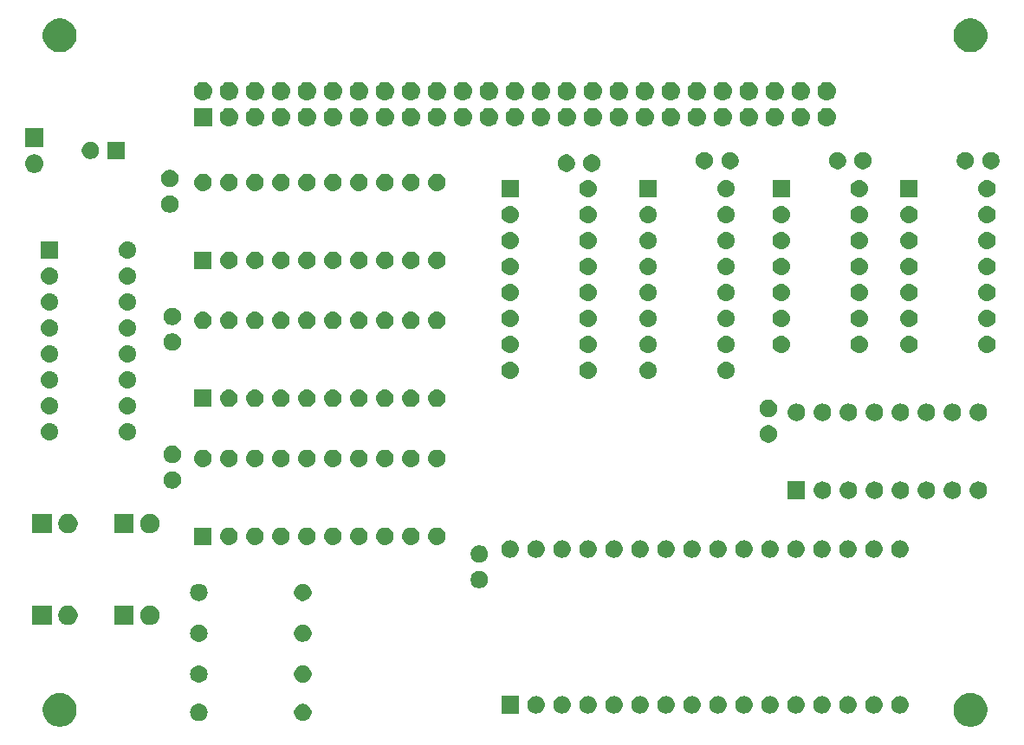
<source format=gbs>
G04 #@! TF.GenerationSoftware,KiCad,Pcbnew,(5.1.4-0-10_14)*
G04 #@! TF.CreationDate,2021-03-12T18:16:50+09:00*
G04 #@! TF.ProjectId,PC8001-MEM,50433830-3031-42d4-9d45-4d2e6b696361,rev?*
G04 #@! TF.SameCoordinates,Original*
G04 #@! TF.FileFunction,Soldermask,Bot*
G04 #@! TF.FilePolarity,Negative*
%FSLAX46Y46*%
G04 Gerber Fmt 4.6, Leading zero omitted, Abs format (unit mm)*
G04 Created by KiCad (PCBNEW (5.1.4-0-10_14)) date 2021-03-12 18:16:50*
%MOMM*%
%LPD*%
G04 APERTURE LIST*
%ADD10C,0.100000*%
G04 APERTURE END LIST*
D10*
G36*
X190875256Y-122891298D02*
G01*
X190981579Y-122912447D01*
X191282042Y-123036903D01*
X191552451Y-123217585D01*
X191782415Y-123447549D01*
X191963097Y-123717958D01*
X192087553Y-124018421D01*
X192101589Y-124088985D01*
X192151000Y-124337389D01*
X192151000Y-124662611D01*
X192116945Y-124833815D01*
X192087553Y-124981579D01*
X191963097Y-125282042D01*
X191782415Y-125552451D01*
X191552451Y-125782415D01*
X191282042Y-125963097D01*
X190981579Y-126087553D01*
X190875256Y-126108702D01*
X190662611Y-126151000D01*
X190337389Y-126151000D01*
X190124744Y-126108702D01*
X190018421Y-126087553D01*
X189717958Y-125963097D01*
X189447549Y-125782415D01*
X189217585Y-125552451D01*
X189036903Y-125282042D01*
X188912447Y-124981579D01*
X188883055Y-124833815D01*
X188849000Y-124662611D01*
X188849000Y-124337389D01*
X188898411Y-124088985D01*
X188912447Y-124018421D01*
X189036903Y-123717958D01*
X189217585Y-123447549D01*
X189447549Y-123217585D01*
X189717958Y-123036903D01*
X190018421Y-122912447D01*
X190124744Y-122891298D01*
X190337389Y-122849000D01*
X190662611Y-122849000D01*
X190875256Y-122891298D01*
X190875256Y-122891298D01*
G37*
G36*
X101875256Y-122891298D02*
G01*
X101981579Y-122912447D01*
X102282042Y-123036903D01*
X102552451Y-123217585D01*
X102782415Y-123447549D01*
X102963097Y-123717958D01*
X103087553Y-124018421D01*
X103101589Y-124088985D01*
X103151000Y-124337389D01*
X103151000Y-124662611D01*
X103116945Y-124833815D01*
X103087553Y-124981579D01*
X102963097Y-125282042D01*
X102782415Y-125552451D01*
X102552451Y-125782415D01*
X102282042Y-125963097D01*
X101981579Y-126087553D01*
X101875256Y-126108702D01*
X101662611Y-126151000D01*
X101337389Y-126151000D01*
X101124744Y-126108702D01*
X101018421Y-126087553D01*
X100717958Y-125963097D01*
X100447549Y-125782415D01*
X100217585Y-125552451D01*
X100036903Y-125282042D01*
X99912447Y-124981579D01*
X99883055Y-124833815D01*
X99849000Y-124662611D01*
X99849000Y-124337389D01*
X99898411Y-124088985D01*
X99912447Y-124018421D01*
X100036903Y-123717958D01*
X100217585Y-123447549D01*
X100447549Y-123217585D01*
X100717958Y-123036903D01*
X101018421Y-122912447D01*
X101124744Y-122891298D01*
X101337389Y-122849000D01*
X101662611Y-122849000D01*
X101875256Y-122891298D01*
X101875256Y-122891298D01*
G37*
G36*
X125498228Y-123931703D02*
G01*
X125653100Y-123995853D01*
X125792481Y-124088985D01*
X125911015Y-124207519D01*
X126004147Y-124346900D01*
X126068297Y-124501772D01*
X126101000Y-124666184D01*
X126101000Y-124833816D01*
X126068297Y-124998228D01*
X126004147Y-125153100D01*
X125911015Y-125292481D01*
X125792481Y-125411015D01*
X125653100Y-125504147D01*
X125498228Y-125568297D01*
X125333816Y-125601000D01*
X125166184Y-125601000D01*
X125001772Y-125568297D01*
X124846900Y-125504147D01*
X124707519Y-125411015D01*
X124588985Y-125292481D01*
X124495853Y-125153100D01*
X124431703Y-124998228D01*
X124399000Y-124833816D01*
X124399000Y-124666184D01*
X124431703Y-124501772D01*
X124495853Y-124346900D01*
X124588985Y-124207519D01*
X124707519Y-124088985D01*
X124846900Y-123995853D01*
X125001772Y-123931703D01*
X125166184Y-123899000D01*
X125333816Y-123899000D01*
X125498228Y-123931703D01*
X125498228Y-123931703D01*
G37*
G36*
X115256823Y-123911313D02*
G01*
X115417242Y-123959976D01*
X115549906Y-124030886D01*
X115565078Y-124038996D01*
X115694659Y-124145341D01*
X115801004Y-124274922D01*
X115801005Y-124274924D01*
X115880024Y-124422758D01*
X115928687Y-124583177D01*
X115945117Y-124750000D01*
X115928687Y-124916823D01*
X115880024Y-125077242D01*
X115839477Y-125153100D01*
X115801004Y-125225078D01*
X115694659Y-125354659D01*
X115565078Y-125461004D01*
X115565076Y-125461005D01*
X115417242Y-125540024D01*
X115256823Y-125588687D01*
X115131804Y-125601000D01*
X115048196Y-125601000D01*
X114923177Y-125588687D01*
X114762758Y-125540024D01*
X114614924Y-125461005D01*
X114614922Y-125461004D01*
X114485341Y-125354659D01*
X114378996Y-125225078D01*
X114340523Y-125153100D01*
X114299976Y-125077242D01*
X114251313Y-124916823D01*
X114234883Y-124750000D01*
X114251313Y-124583177D01*
X114299976Y-124422758D01*
X114378995Y-124274924D01*
X114378996Y-124274922D01*
X114485341Y-124145341D01*
X114614922Y-124038996D01*
X114630094Y-124030886D01*
X114762758Y-123959976D01*
X114923177Y-123911313D01*
X115048196Y-123899000D01*
X115131804Y-123899000D01*
X115256823Y-123911313D01*
X115256823Y-123911313D01*
G37*
G36*
X173606823Y-123161313D02*
G01*
X173767242Y-123209976D01*
X173899906Y-123280886D01*
X173915078Y-123288996D01*
X174044659Y-123395341D01*
X174151004Y-123524922D01*
X174151005Y-123524924D01*
X174230024Y-123672758D01*
X174278687Y-123833177D01*
X174295117Y-124000000D01*
X174278687Y-124166823D01*
X174230024Y-124327242D01*
X174178968Y-124422761D01*
X174151004Y-124475078D01*
X174044659Y-124604659D01*
X173915078Y-124711004D01*
X173915076Y-124711005D01*
X173767242Y-124790024D01*
X173606823Y-124838687D01*
X173481804Y-124851000D01*
X173398196Y-124851000D01*
X173273177Y-124838687D01*
X173112758Y-124790024D01*
X172964924Y-124711005D01*
X172964922Y-124711004D01*
X172835341Y-124604659D01*
X172728996Y-124475078D01*
X172701032Y-124422761D01*
X172649976Y-124327242D01*
X172601313Y-124166823D01*
X172584883Y-124000000D01*
X172601313Y-123833177D01*
X172649976Y-123672758D01*
X172728995Y-123524924D01*
X172728996Y-123524922D01*
X172835341Y-123395341D01*
X172964922Y-123288996D01*
X172980094Y-123280886D01*
X173112758Y-123209976D01*
X173273177Y-123161313D01*
X173398196Y-123149000D01*
X173481804Y-123149000D01*
X173606823Y-123161313D01*
X173606823Y-123161313D01*
G37*
G36*
X171066823Y-123161313D02*
G01*
X171227242Y-123209976D01*
X171359906Y-123280886D01*
X171375078Y-123288996D01*
X171504659Y-123395341D01*
X171611004Y-123524922D01*
X171611005Y-123524924D01*
X171690024Y-123672758D01*
X171738687Y-123833177D01*
X171755117Y-124000000D01*
X171738687Y-124166823D01*
X171690024Y-124327242D01*
X171638968Y-124422761D01*
X171611004Y-124475078D01*
X171504659Y-124604659D01*
X171375078Y-124711004D01*
X171375076Y-124711005D01*
X171227242Y-124790024D01*
X171066823Y-124838687D01*
X170941804Y-124851000D01*
X170858196Y-124851000D01*
X170733177Y-124838687D01*
X170572758Y-124790024D01*
X170424924Y-124711005D01*
X170424922Y-124711004D01*
X170295341Y-124604659D01*
X170188996Y-124475078D01*
X170161032Y-124422761D01*
X170109976Y-124327242D01*
X170061313Y-124166823D01*
X170044883Y-124000000D01*
X170061313Y-123833177D01*
X170109976Y-123672758D01*
X170188995Y-123524924D01*
X170188996Y-123524922D01*
X170295341Y-123395341D01*
X170424922Y-123288996D01*
X170440094Y-123280886D01*
X170572758Y-123209976D01*
X170733177Y-123161313D01*
X170858196Y-123149000D01*
X170941804Y-123149000D01*
X171066823Y-123161313D01*
X171066823Y-123161313D01*
G37*
G36*
X168526823Y-123161313D02*
G01*
X168687242Y-123209976D01*
X168819906Y-123280886D01*
X168835078Y-123288996D01*
X168964659Y-123395341D01*
X169071004Y-123524922D01*
X169071005Y-123524924D01*
X169150024Y-123672758D01*
X169198687Y-123833177D01*
X169215117Y-124000000D01*
X169198687Y-124166823D01*
X169150024Y-124327242D01*
X169098968Y-124422761D01*
X169071004Y-124475078D01*
X168964659Y-124604659D01*
X168835078Y-124711004D01*
X168835076Y-124711005D01*
X168687242Y-124790024D01*
X168526823Y-124838687D01*
X168401804Y-124851000D01*
X168318196Y-124851000D01*
X168193177Y-124838687D01*
X168032758Y-124790024D01*
X167884924Y-124711005D01*
X167884922Y-124711004D01*
X167755341Y-124604659D01*
X167648996Y-124475078D01*
X167621032Y-124422761D01*
X167569976Y-124327242D01*
X167521313Y-124166823D01*
X167504883Y-124000000D01*
X167521313Y-123833177D01*
X167569976Y-123672758D01*
X167648995Y-123524924D01*
X167648996Y-123524922D01*
X167755341Y-123395341D01*
X167884922Y-123288996D01*
X167900094Y-123280886D01*
X168032758Y-123209976D01*
X168193177Y-123161313D01*
X168318196Y-123149000D01*
X168401804Y-123149000D01*
X168526823Y-123161313D01*
X168526823Y-123161313D01*
G37*
G36*
X165986823Y-123161313D02*
G01*
X166147242Y-123209976D01*
X166279906Y-123280886D01*
X166295078Y-123288996D01*
X166424659Y-123395341D01*
X166531004Y-123524922D01*
X166531005Y-123524924D01*
X166610024Y-123672758D01*
X166658687Y-123833177D01*
X166675117Y-124000000D01*
X166658687Y-124166823D01*
X166610024Y-124327242D01*
X166558968Y-124422761D01*
X166531004Y-124475078D01*
X166424659Y-124604659D01*
X166295078Y-124711004D01*
X166295076Y-124711005D01*
X166147242Y-124790024D01*
X165986823Y-124838687D01*
X165861804Y-124851000D01*
X165778196Y-124851000D01*
X165653177Y-124838687D01*
X165492758Y-124790024D01*
X165344924Y-124711005D01*
X165344922Y-124711004D01*
X165215341Y-124604659D01*
X165108996Y-124475078D01*
X165081032Y-124422761D01*
X165029976Y-124327242D01*
X164981313Y-124166823D01*
X164964883Y-124000000D01*
X164981313Y-123833177D01*
X165029976Y-123672758D01*
X165108995Y-123524924D01*
X165108996Y-123524922D01*
X165215341Y-123395341D01*
X165344922Y-123288996D01*
X165360094Y-123280886D01*
X165492758Y-123209976D01*
X165653177Y-123161313D01*
X165778196Y-123149000D01*
X165861804Y-123149000D01*
X165986823Y-123161313D01*
X165986823Y-123161313D01*
G37*
G36*
X163446823Y-123161313D02*
G01*
X163607242Y-123209976D01*
X163739906Y-123280886D01*
X163755078Y-123288996D01*
X163884659Y-123395341D01*
X163991004Y-123524922D01*
X163991005Y-123524924D01*
X164070024Y-123672758D01*
X164118687Y-123833177D01*
X164135117Y-124000000D01*
X164118687Y-124166823D01*
X164070024Y-124327242D01*
X164018968Y-124422761D01*
X163991004Y-124475078D01*
X163884659Y-124604659D01*
X163755078Y-124711004D01*
X163755076Y-124711005D01*
X163607242Y-124790024D01*
X163446823Y-124838687D01*
X163321804Y-124851000D01*
X163238196Y-124851000D01*
X163113177Y-124838687D01*
X162952758Y-124790024D01*
X162804924Y-124711005D01*
X162804922Y-124711004D01*
X162675341Y-124604659D01*
X162568996Y-124475078D01*
X162541032Y-124422761D01*
X162489976Y-124327242D01*
X162441313Y-124166823D01*
X162424883Y-124000000D01*
X162441313Y-123833177D01*
X162489976Y-123672758D01*
X162568995Y-123524924D01*
X162568996Y-123524922D01*
X162675341Y-123395341D01*
X162804922Y-123288996D01*
X162820094Y-123280886D01*
X162952758Y-123209976D01*
X163113177Y-123161313D01*
X163238196Y-123149000D01*
X163321804Y-123149000D01*
X163446823Y-123161313D01*
X163446823Y-123161313D01*
G37*
G36*
X160906823Y-123161313D02*
G01*
X161067242Y-123209976D01*
X161199906Y-123280886D01*
X161215078Y-123288996D01*
X161344659Y-123395341D01*
X161451004Y-123524922D01*
X161451005Y-123524924D01*
X161530024Y-123672758D01*
X161578687Y-123833177D01*
X161595117Y-124000000D01*
X161578687Y-124166823D01*
X161530024Y-124327242D01*
X161478968Y-124422761D01*
X161451004Y-124475078D01*
X161344659Y-124604659D01*
X161215078Y-124711004D01*
X161215076Y-124711005D01*
X161067242Y-124790024D01*
X160906823Y-124838687D01*
X160781804Y-124851000D01*
X160698196Y-124851000D01*
X160573177Y-124838687D01*
X160412758Y-124790024D01*
X160264924Y-124711005D01*
X160264922Y-124711004D01*
X160135341Y-124604659D01*
X160028996Y-124475078D01*
X160001032Y-124422761D01*
X159949976Y-124327242D01*
X159901313Y-124166823D01*
X159884883Y-124000000D01*
X159901313Y-123833177D01*
X159949976Y-123672758D01*
X160028995Y-123524924D01*
X160028996Y-123524922D01*
X160135341Y-123395341D01*
X160264922Y-123288996D01*
X160280094Y-123280886D01*
X160412758Y-123209976D01*
X160573177Y-123161313D01*
X160698196Y-123149000D01*
X160781804Y-123149000D01*
X160906823Y-123161313D01*
X160906823Y-123161313D01*
G37*
G36*
X158366823Y-123161313D02*
G01*
X158527242Y-123209976D01*
X158659906Y-123280886D01*
X158675078Y-123288996D01*
X158804659Y-123395341D01*
X158911004Y-123524922D01*
X158911005Y-123524924D01*
X158990024Y-123672758D01*
X159038687Y-123833177D01*
X159055117Y-124000000D01*
X159038687Y-124166823D01*
X158990024Y-124327242D01*
X158938968Y-124422761D01*
X158911004Y-124475078D01*
X158804659Y-124604659D01*
X158675078Y-124711004D01*
X158675076Y-124711005D01*
X158527242Y-124790024D01*
X158366823Y-124838687D01*
X158241804Y-124851000D01*
X158158196Y-124851000D01*
X158033177Y-124838687D01*
X157872758Y-124790024D01*
X157724924Y-124711005D01*
X157724922Y-124711004D01*
X157595341Y-124604659D01*
X157488996Y-124475078D01*
X157461032Y-124422761D01*
X157409976Y-124327242D01*
X157361313Y-124166823D01*
X157344883Y-124000000D01*
X157361313Y-123833177D01*
X157409976Y-123672758D01*
X157488995Y-123524924D01*
X157488996Y-123524922D01*
X157595341Y-123395341D01*
X157724922Y-123288996D01*
X157740094Y-123280886D01*
X157872758Y-123209976D01*
X158033177Y-123161313D01*
X158158196Y-123149000D01*
X158241804Y-123149000D01*
X158366823Y-123161313D01*
X158366823Y-123161313D01*
G37*
G36*
X155826823Y-123161313D02*
G01*
X155987242Y-123209976D01*
X156119906Y-123280886D01*
X156135078Y-123288996D01*
X156264659Y-123395341D01*
X156371004Y-123524922D01*
X156371005Y-123524924D01*
X156450024Y-123672758D01*
X156498687Y-123833177D01*
X156515117Y-124000000D01*
X156498687Y-124166823D01*
X156450024Y-124327242D01*
X156398968Y-124422761D01*
X156371004Y-124475078D01*
X156264659Y-124604659D01*
X156135078Y-124711004D01*
X156135076Y-124711005D01*
X155987242Y-124790024D01*
X155826823Y-124838687D01*
X155701804Y-124851000D01*
X155618196Y-124851000D01*
X155493177Y-124838687D01*
X155332758Y-124790024D01*
X155184924Y-124711005D01*
X155184922Y-124711004D01*
X155055341Y-124604659D01*
X154948996Y-124475078D01*
X154921032Y-124422761D01*
X154869976Y-124327242D01*
X154821313Y-124166823D01*
X154804883Y-124000000D01*
X154821313Y-123833177D01*
X154869976Y-123672758D01*
X154948995Y-123524924D01*
X154948996Y-123524922D01*
X155055341Y-123395341D01*
X155184922Y-123288996D01*
X155200094Y-123280886D01*
X155332758Y-123209976D01*
X155493177Y-123161313D01*
X155618196Y-123149000D01*
X155701804Y-123149000D01*
X155826823Y-123161313D01*
X155826823Y-123161313D01*
G37*
G36*
X153286823Y-123161313D02*
G01*
X153447242Y-123209976D01*
X153579906Y-123280886D01*
X153595078Y-123288996D01*
X153724659Y-123395341D01*
X153831004Y-123524922D01*
X153831005Y-123524924D01*
X153910024Y-123672758D01*
X153958687Y-123833177D01*
X153975117Y-124000000D01*
X153958687Y-124166823D01*
X153910024Y-124327242D01*
X153858968Y-124422761D01*
X153831004Y-124475078D01*
X153724659Y-124604659D01*
X153595078Y-124711004D01*
X153595076Y-124711005D01*
X153447242Y-124790024D01*
X153286823Y-124838687D01*
X153161804Y-124851000D01*
X153078196Y-124851000D01*
X152953177Y-124838687D01*
X152792758Y-124790024D01*
X152644924Y-124711005D01*
X152644922Y-124711004D01*
X152515341Y-124604659D01*
X152408996Y-124475078D01*
X152381032Y-124422761D01*
X152329976Y-124327242D01*
X152281313Y-124166823D01*
X152264883Y-124000000D01*
X152281313Y-123833177D01*
X152329976Y-123672758D01*
X152408995Y-123524924D01*
X152408996Y-123524922D01*
X152515341Y-123395341D01*
X152644922Y-123288996D01*
X152660094Y-123280886D01*
X152792758Y-123209976D01*
X152953177Y-123161313D01*
X153078196Y-123149000D01*
X153161804Y-123149000D01*
X153286823Y-123161313D01*
X153286823Y-123161313D01*
G37*
G36*
X150746823Y-123161313D02*
G01*
X150907242Y-123209976D01*
X151039906Y-123280886D01*
X151055078Y-123288996D01*
X151184659Y-123395341D01*
X151291004Y-123524922D01*
X151291005Y-123524924D01*
X151370024Y-123672758D01*
X151418687Y-123833177D01*
X151435117Y-124000000D01*
X151418687Y-124166823D01*
X151370024Y-124327242D01*
X151318968Y-124422761D01*
X151291004Y-124475078D01*
X151184659Y-124604659D01*
X151055078Y-124711004D01*
X151055076Y-124711005D01*
X150907242Y-124790024D01*
X150746823Y-124838687D01*
X150621804Y-124851000D01*
X150538196Y-124851000D01*
X150413177Y-124838687D01*
X150252758Y-124790024D01*
X150104924Y-124711005D01*
X150104922Y-124711004D01*
X149975341Y-124604659D01*
X149868996Y-124475078D01*
X149841032Y-124422761D01*
X149789976Y-124327242D01*
X149741313Y-124166823D01*
X149724883Y-124000000D01*
X149741313Y-123833177D01*
X149789976Y-123672758D01*
X149868995Y-123524924D01*
X149868996Y-123524922D01*
X149975341Y-123395341D01*
X150104922Y-123288996D01*
X150120094Y-123280886D01*
X150252758Y-123209976D01*
X150413177Y-123161313D01*
X150538196Y-123149000D01*
X150621804Y-123149000D01*
X150746823Y-123161313D01*
X150746823Y-123161313D01*
G37*
G36*
X148206823Y-123161313D02*
G01*
X148367242Y-123209976D01*
X148499906Y-123280886D01*
X148515078Y-123288996D01*
X148644659Y-123395341D01*
X148751004Y-123524922D01*
X148751005Y-123524924D01*
X148830024Y-123672758D01*
X148878687Y-123833177D01*
X148895117Y-124000000D01*
X148878687Y-124166823D01*
X148830024Y-124327242D01*
X148778968Y-124422761D01*
X148751004Y-124475078D01*
X148644659Y-124604659D01*
X148515078Y-124711004D01*
X148515076Y-124711005D01*
X148367242Y-124790024D01*
X148206823Y-124838687D01*
X148081804Y-124851000D01*
X147998196Y-124851000D01*
X147873177Y-124838687D01*
X147712758Y-124790024D01*
X147564924Y-124711005D01*
X147564922Y-124711004D01*
X147435341Y-124604659D01*
X147328996Y-124475078D01*
X147301032Y-124422761D01*
X147249976Y-124327242D01*
X147201313Y-124166823D01*
X147184883Y-124000000D01*
X147201313Y-123833177D01*
X147249976Y-123672758D01*
X147328995Y-123524924D01*
X147328996Y-123524922D01*
X147435341Y-123395341D01*
X147564922Y-123288996D01*
X147580094Y-123280886D01*
X147712758Y-123209976D01*
X147873177Y-123161313D01*
X147998196Y-123149000D01*
X148081804Y-123149000D01*
X148206823Y-123161313D01*
X148206823Y-123161313D01*
G37*
G36*
X146351000Y-124851000D02*
G01*
X144649000Y-124851000D01*
X144649000Y-123149000D01*
X146351000Y-123149000D01*
X146351000Y-124851000D01*
X146351000Y-124851000D01*
G37*
G36*
X183766823Y-123161313D02*
G01*
X183927242Y-123209976D01*
X184059906Y-123280886D01*
X184075078Y-123288996D01*
X184204659Y-123395341D01*
X184311004Y-123524922D01*
X184311005Y-123524924D01*
X184390024Y-123672758D01*
X184438687Y-123833177D01*
X184455117Y-124000000D01*
X184438687Y-124166823D01*
X184390024Y-124327242D01*
X184338968Y-124422761D01*
X184311004Y-124475078D01*
X184204659Y-124604659D01*
X184075078Y-124711004D01*
X184075076Y-124711005D01*
X183927242Y-124790024D01*
X183766823Y-124838687D01*
X183641804Y-124851000D01*
X183558196Y-124851000D01*
X183433177Y-124838687D01*
X183272758Y-124790024D01*
X183124924Y-124711005D01*
X183124922Y-124711004D01*
X182995341Y-124604659D01*
X182888996Y-124475078D01*
X182861032Y-124422761D01*
X182809976Y-124327242D01*
X182761313Y-124166823D01*
X182744883Y-124000000D01*
X182761313Y-123833177D01*
X182809976Y-123672758D01*
X182888995Y-123524924D01*
X182888996Y-123524922D01*
X182995341Y-123395341D01*
X183124922Y-123288996D01*
X183140094Y-123280886D01*
X183272758Y-123209976D01*
X183433177Y-123161313D01*
X183558196Y-123149000D01*
X183641804Y-123149000D01*
X183766823Y-123161313D01*
X183766823Y-123161313D01*
G37*
G36*
X181226823Y-123161313D02*
G01*
X181387242Y-123209976D01*
X181519906Y-123280886D01*
X181535078Y-123288996D01*
X181664659Y-123395341D01*
X181771004Y-123524922D01*
X181771005Y-123524924D01*
X181850024Y-123672758D01*
X181898687Y-123833177D01*
X181915117Y-124000000D01*
X181898687Y-124166823D01*
X181850024Y-124327242D01*
X181798968Y-124422761D01*
X181771004Y-124475078D01*
X181664659Y-124604659D01*
X181535078Y-124711004D01*
X181535076Y-124711005D01*
X181387242Y-124790024D01*
X181226823Y-124838687D01*
X181101804Y-124851000D01*
X181018196Y-124851000D01*
X180893177Y-124838687D01*
X180732758Y-124790024D01*
X180584924Y-124711005D01*
X180584922Y-124711004D01*
X180455341Y-124604659D01*
X180348996Y-124475078D01*
X180321032Y-124422761D01*
X180269976Y-124327242D01*
X180221313Y-124166823D01*
X180204883Y-124000000D01*
X180221313Y-123833177D01*
X180269976Y-123672758D01*
X180348995Y-123524924D01*
X180348996Y-123524922D01*
X180455341Y-123395341D01*
X180584922Y-123288996D01*
X180600094Y-123280886D01*
X180732758Y-123209976D01*
X180893177Y-123161313D01*
X181018196Y-123149000D01*
X181101804Y-123149000D01*
X181226823Y-123161313D01*
X181226823Y-123161313D01*
G37*
G36*
X178686823Y-123161313D02*
G01*
X178847242Y-123209976D01*
X178979906Y-123280886D01*
X178995078Y-123288996D01*
X179124659Y-123395341D01*
X179231004Y-123524922D01*
X179231005Y-123524924D01*
X179310024Y-123672758D01*
X179358687Y-123833177D01*
X179375117Y-124000000D01*
X179358687Y-124166823D01*
X179310024Y-124327242D01*
X179258968Y-124422761D01*
X179231004Y-124475078D01*
X179124659Y-124604659D01*
X178995078Y-124711004D01*
X178995076Y-124711005D01*
X178847242Y-124790024D01*
X178686823Y-124838687D01*
X178561804Y-124851000D01*
X178478196Y-124851000D01*
X178353177Y-124838687D01*
X178192758Y-124790024D01*
X178044924Y-124711005D01*
X178044922Y-124711004D01*
X177915341Y-124604659D01*
X177808996Y-124475078D01*
X177781032Y-124422761D01*
X177729976Y-124327242D01*
X177681313Y-124166823D01*
X177664883Y-124000000D01*
X177681313Y-123833177D01*
X177729976Y-123672758D01*
X177808995Y-123524924D01*
X177808996Y-123524922D01*
X177915341Y-123395341D01*
X178044922Y-123288996D01*
X178060094Y-123280886D01*
X178192758Y-123209976D01*
X178353177Y-123161313D01*
X178478196Y-123149000D01*
X178561804Y-123149000D01*
X178686823Y-123161313D01*
X178686823Y-123161313D01*
G37*
G36*
X176146823Y-123161313D02*
G01*
X176307242Y-123209976D01*
X176439906Y-123280886D01*
X176455078Y-123288996D01*
X176584659Y-123395341D01*
X176691004Y-123524922D01*
X176691005Y-123524924D01*
X176770024Y-123672758D01*
X176818687Y-123833177D01*
X176835117Y-124000000D01*
X176818687Y-124166823D01*
X176770024Y-124327242D01*
X176718968Y-124422761D01*
X176691004Y-124475078D01*
X176584659Y-124604659D01*
X176455078Y-124711004D01*
X176455076Y-124711005D01*
X176307242Y-124790024D01*
X176146823Y-124838687D01*
X176021804Y-124851000D01*
X175938196Y-124851000D01*
X175813177Y-124838687D01*
X175652758Y-124790024D01*
X175504924Y-124711005D01*
X175504922Y-124711004D01*
X175375341Y-124604659D01*
X175268996Y-124475078D01*
X175241032Y-124422761D01*
X175189976Y-124327242D01*
X175141313Y-124166823D01*
X175124883Y-124000000D01*
X175141313Y-123833177D01*
X175189976Y-123672758D01*
X175268995Y-123524924D01*
X175268996Y-123524922D01*
X175375341Y-123395341D01*
X175504922Y-123288996D01*
X175520094Y-123280886D01*
X175652758Y-123209976D01*
X175813177Y-123161313D01*
X175938196Y-123149000D01*
X176021804Y-123149000D01*
X176146823Y-123161313D01*
X176146823Y-123161313D01*
G37*
G36*
X115256823Y-120161313D02*
G01*
X115417242Y-120209976D01*
X115484361Y-120245852D01*
X115565078Y-120288996D01*
X115694659Y-120395341D01*
X115801004Y-120524922D01*
X115801005Y-120524924D01*
X115880024Y-120672758D01*
X115928687Y-120833177D01*
X115945117Y-121000000D01*
X115928687Y-121166823D01*
X115880024Y-121327242D01*
X115839477Y-121403100D01*
X115801004Y-121475078D01*
X115694659Y-121604659D01*
X115565078Y-121711004D01*
X115565076Y-121711005D01*
X115417242Y-121790024D01*
X115256823Y-121838687D01*
X115131804Y-121851000D01*
X115048196Y-121851000D01*
X114923177Y-121838687D01*
X114762758Y-121790024D01*
X114614924Y-121711005D01*
X114614922Y-121711004D01*
X114485341Y-121604659D01*
X114378996Y-121475078D01*
X114340523Y-121403100D01*
X114299976Y-121327242D01*
X114251313Y-121166823D01*
X114234883Y-121000000D01*
X114251313Y-120833177D01*
X114299976Y-120672758D01*
X114378995Y-120524924D01*
X114378996Y-120524922D01*
X114485341Y-120395341D01*
X114614922Y-120288996D01*
X114695639Y-120245852D01*
X114762758Y-120209976D01*
X114923177Y-120161313D01*
X115048196Y-120149000D01*
X115131804Y-120149000D01*
X115256823Y-120161313D01*
X115256823Y-120161313D01*
G37*
G36*
X125498228Y-120181703D02*
G01*
X125653100Y-120245853D01*
X125792481Y-120338985D01*
X125911015Y-120457519D01*
X126004147Y-120596900D01*
X126068297Y-120751772D01*
X126101000Y-120916184D01*
X126101000Y-121083816D01*
X126068297Y-121248228D01*
X126004147Y-121403100D01*
X125911015Y-121542481D01*
X125792481Y-121661015D01*
X125653100Y-121754147D01*
X125498228Y-121818297D01*
X125333816Y-121851000D01*
X125166184Y-121851000D01*
X125001772Y-121818297D01*
X124846900Y-121754147D01*
X124707519Y-121661015D01*
X124588985Y-121542481D01*
X124495853Y-121403100D01*
X124431703Y-121248228D01*
X124399000Y-121083816D01*
X124399000Y-120916184D01*
X124431703Y-120751772D01*
X124495853Y-120596900D01*
X124588985Y-120457519D01*
X124707519Y-120338985D01*
X124846900Y-120245853D01*
X125001772Y-120181703D01*
X125166184Y-120149000D01*
X125333816Y-120149000D01*
X125498228Y-120181703D01*
X125498228Y-120181703D01*
G37*
G36*
X115256823Y-116161313D02*
G01*
X115417242Y-116209976D01*
X115484361Y-116245852D01*
X115565078Y-116288996D01*
X115694659Y-116395341D01*
X115801004Y-116524922D01*
X115801005Y-116524924D01*
X115880024Y-116672758D01*
X115928687Y-116833177D01*
X115945117Y-117000000D01*
X115928687Y-117166823D01*
X115880024Y-117327242D01*
X115839477Y-117403100D01*
X115801004Y-117475078D01*
X115694659Y-117604659D01*
X115565078Y-117711004D01*
X115565076Y-117711005D01*
X115417242Y-117790024D01*
X115256823Y-117838687D01*
X115131804Y-117851000D01*
X115048196Y-117851000D01*
X114923177Y-117838687D01*
X114762758Y-117790024D01*
X114614924Y-117711005D01*
X114614922Y-117711004D01*
X114485341Y-117604659D01*
X114378996Y-117475078D01*
X114340523Y-117403100D01*
X114299976Y-117327242D01*
X114251313Y-117166823D01*
X114234883Y-117000000D01*
X114251313Y-116833177D01*
X114299976Y-116672758D01*
X114378995Y-116524924D01*
X114378996Y-116524922D01*
X114485341Y-116395341D01*
X114614922Y-116288996D01*
X114695639Y-116245852D01*
X114762758Y-116209976D01*
X114923177Y-116161313D01*
X115048196Y-116149000D01*
X115131804Y-116149000D01*
X115256823Y-116161313D01*
X115256823Y-116161313D01*
G37*
G36*
X125498228Y-116181703D02*
G01*
X125653100Y-116245853D01*
X125792481Y-116338985D01*
X125911015Y-116457519D01*
X126004147Y-116596900D01*
X126068297Y-116751772D01*
X126101000Y-116916184D01*
X126101000Y-117083816D01*
X126068297Y-117248228D01*
X126004147Y-117403100D01*
X125911015Y-117542481D01*
X125792481Y-117661015D01*
X125653100Y-117754147D01*
X125498228Y-117818297D01*
X125333816Y-117851000D01*
X125166184Y-117851000D01*
X125001772Y-117818297D01*
X124846900Y-117754147D01*
X124707519Y-117661015D01*
X124588985Y-117542481D01*
X124495853Y-117403100D01*
X124431703Y-117248228D01*
X124399000Y-117083816D01*
X124399000Y-116916184D01*
X124431703Y-116751772D01*
X124495853Y-116596900D01*
X124588985Y-116457519D01*
X124707519Y-116338985D01*
X124846900Y-116245853D01*
X125001772Y-116181703D01*
X125166184Y-116149000D01*
X125333816Y-116149000D01*
X125498228Y-116181703D01*
X125498228Y-116181703D01*
G37*
G36*
X100701000Y-116201000D02*
G01*
X98799000Y-116201000D01*
X98799000Y-114299000D01*
X100701000Y-114299000D01*
X100701000Y-116201000D01*
X100701000Y-116201000D01*
G37*
G36*
X102567395Y-114335546D02*
G01*
X102740466Y-114407234D01*
X102740467Y-114407235D01*
X102896227Y-114511310D01*
X103028690Y-114643773D01*
X103028691Y-114643775D01*
X103132766Y-114799534D01*
X103204454Y-114972605D01*
X103241000Y-115156333D01*
X103241000Y-115343667D01*
X103204454Y-115527395D01*
X103132766Y-115700466D01*
X103132765Y-115700467D01*
X103028690Y-115856227D01*
X102896227Y-115988690D01*
X102817818Y-116041081D01*
X102740466Y-116092766D01*
X102567395Y-116164454D01*
X102383667Y-116201000D01*
X102196333Y-116201000D01*
X102012605Y-116164454D01*
X101839534Y-116092766D01*
X101762182Y-116041081D01*
X101683773Y-115988690D01*
X101551310Y-115856227D01*
X101447235Y-115700467D01*
X101447234Y-115700466D01*
X101375546Y-115527395D01*
X101339000Y-115343667D01*
X101339000Y-115156333D01*
X101375546Y-114972605D01*
X101447234Y-114799534D01*
X101551309Y-114643775D01*
X101551310Y-114643773D01*
X101683773Y-114511310D01*
X101839533Y-114407235D01*
X101839534Y-114407234D01*
X102012605Y-114335546D01*
X102196333Y-114299000D01*
X102383667Y-114299000D01*
X102567395Y-114335546D01*
X102567395Y-114335546D01*
G37*
G36*
X108701000Y-116201000D02*
G01*
X106799000Y-116201000D01*
X106799000Y-114299000D01*
X108701000Y-114299000D01*
X108701000Y-116201000D01*
X108701000Y-116201000D01*
G37*
G36*
X110567395Y-114335546D02*
G01*
X110740466Y-114407234D01*
X110740467Y-114407235D01*
X110896227Y-114511310D01*
X111028690Y-114643773D01*
X111028691Y-114643775D01*
X111132766Y-114799534D01*
X111204454Y-114972605D01*
X111241000Y-115156333D01*
X111241000Y-115343667D01*
X111204454Y-115527395D01*
X111132766Y-115700466D01*
X111132765Y-115700467D01*
X111028690Y-115856227D01*
X110896227Y-115988690D01*
X110817818Y-116041081D01*
X110740466Y-116092766D01*
X110567395Y-116164454D01*
X110383667Y-116201000D01*
X110196333Y-116201000D01*
X110012605Y-116164454D01*
X109839534Y-116092766D01*
X109762182Y-116041081D01*
X109683773Y-115988690D01*
X109551310Y-115856227D01*
X109447235Y-115700467D01*
X109447234Y-115700466D01*
X109375546Y-115527395D01*
X109339000Y-115343667D01*
X109339000Y-115156333D01*
X109375546Y-114972605D01*
X109447234Y-114799534D01*
X109551309Y-114643775D01*
X109551310Y-114643773D01*
X109683773Y-114511310D01*
X109839533Y-114407235D01*
X109839534Y-114407234D01*
X110012605Y-114335546D01*
X110196333Y-114299000D01*
X110383667Y-114299000D01*
X110567395Y-114335546D01*
X110567395Y-114335546D01*
G37*
G36*
X115256823Y-112161313D02*
G01*
X115417242Y-112209976D01*
X115484361Y-112245852D01*
X115565078Y-112288996D01*
X115694659Y-112395341D01*
X115801004Y-112524922D01*
X115801005Y-112524924D01*
X115880024Y-112672758D01*
X115928687Y-112833177D01*
X115945117Y-113000000D01*
X115928687Y-113166823D01*
X115880024Y-113327242D01*
X115839477Y-113403100D01*
X115801004Y-113475078D01*
X115694659Y-113604659D01*
X115565078Y-113711004D01*
X115565076Y-113711005D01*
X115417242Y-113790024D01*
X115256823Y-113838687D01*
X115131804Y-113851000D01*
X115048196Y-113851000D01*
X114923177Y-113838687D01*
X114762758Y-113790024D01*
X114614924Y-113711005D01*
X114614922Y-113711004D01*
X114485341Y-113604659D01*
X114378996Y-113475078D01*
X114340523Y-113403100D01*
X114299976Y-113327242D01*
X114251313Y-113166823D01*
X114234883Y-113000000D01*
X114251313Y-112833177D01*
X114299976Y-112672758D01*
X114378995Y-112524924D01*
X114378996Y-112524922D01*
X114485341Y-112395341D01*
X114614922Y-112288996D01*
X114695639Y-112245852D01*
X114762758Y-112209976D01*
X114923177Y-112161313D01*
X115048196Y-112149000D01*
X115131804Y-112149000D01*
X115256823Y-112161313D01*
X115256823Y-112161313D01*
G37*
G36*
X125498228Y-112181703D02*
G01*
X125653100Y-112245853D01*
X125792481Y-112338985D01*
X125911015Y-112457519D01*
X126004147Y-112596900D01*
X126068297Y-112751772D01*
X126101000Y-112916184D01*
X126101000Y-113083816D01*
X126068297Y-113248228D01*
X126004147Y-113403100D01*
X125911015Y-113542481D01*
X125792481Y-113661015D01*
X125653100Y-113754147D01*
X125498228Y-113818297D01*
X125333816Y-113851000D01*
X125166184Y-113851000D01*
X125001772Y-113818297D01*
X124846900Y-113754147D01*
X124707519Y-113661015D01*
X124588985Y-113542481D01*
X124495853Y-113403100D01*
X124431703Y-113248228D01*
X124399000Y-113083816D01*
X124399000Y-112916184D01*
X124431703Y-112751772D01*
X124495853Y-112596900D01*
X124588985Y-112457519D01*
X124707519Y-112338985D01*
X124846900Y-112245853D01*
X125001772Y-112181703D01*
X125166184Y-112149000D01*
X125333816Y-112149000D01*
X125498228Y-112181703D01*
X125498228Y-112181703D01*
G37*
G36*
X142748228Y-110931703D02*
G01*
X142903100Y-110995853D01*
X143042481Y-111088985D01*
X143161015Y-111207519D01*
X143254147Y-111346900D01*
X143318297Y-111501772D01*
X143351000Y-111666184D01*
X143351000Y-111833816D01*
X143318297Y-111998228D01*
X143254147Y-112153100D01*
X143161015Y-112292481D01*
X143042481Y-112411015D01*
X142903100Y-112504147D01*
X142748228Y-112568297D01*
X142583816Y-112601000D01*
X142416184Y-112601000D01*
X142251772Y-112568297D01*
X142096900Y-112504147D01*
X141957519Y-112411015D01*
X141838985Y-112292481D01*
X141745853Y-112153100D01*
X141681703Y-111998228D01*
X141649000Y-111833816D01*
X141649000Y-111666184D01*
X141681703Y-111501772D01*
X141745853Y-111346900D01*
X141838985Y-111207519D01*
X141957519Y-111088985D01*
X142096900Y-110995853D01*
X142251772Y-110931703D01*
X142416184Y-110899000D01*
X142583816Y-110899000D01*
X142748228Y-110931703D01*
X142748228Y-110931703D01*
G37*
G36*
X142748228Y-108431703D02*
G01*
X142903100Y-108495853D01*
X143042481Y-108588985D01*
X143161015Y-108707519D01*
X143254147Y-108846900D01*
X143318297Y-109001772D01*
X143351000Y-109166184D01*
X143351000Y-109333816D01*
X143318297Y-109498228D01*
X143254147Y-109653100D01*
X143161015Y-109792481D01*
X143042481Y-109911015D01*
X142903100Y-110004147D01*
X142748228Y-110068297D01*
X142583816Y-110101000D01*
X142416184Y-110101000D01*
X142251772Y-110068297D01*
X142096900Y-110004147D01*
X141957519Y-109911015D01*
X141838985Y-109792481D01*
X141745853Y-109653100D01*
X141681703Y-109498228D01*
X141649000Y-109333816D01*
X141649000Y-109166184D01*
X141681703Y-109001772D01*
X141745853Y-108846900D01*
X141838985Y-108707519D01*
X141957519Y-108588985D01*
X142096900Y-108495853D01*
X142251772Y-108431703D01*
X142416184Y-108399000D01*
X142583816Y-108399000D01*
X142748228Y-108431703D01*
X142748228Y-108431703D01*
G37*
G36*
X171066823Y-107921313D02*
G01*
X171227242Y-107969976D01*
X171359906Y-108040886D01*
X171375078Y-108048996D01*
X171504659Y-108155341D01*
X171611004Y-108284922D01*
X171611005Y-108284924D01*
X171690024Y-108432758D01*
X171738687Y-108593177D01*
X171755117Y-108760000D01*
X171738687Y-108926823D01*
X171690024Y-109087242D01*
X171647828Y-109166185D01*
X171611004Y-109235078D01*
X171504659Y-109364659D01*
X171375078Y-109471004D01*
X171375076Y-109471005D01*
X171227242Y-109550024D01*
X171066823Y-109598687D01*
X170941804Y-109611000D01*
X170858196Y-109611000D01*
X170733177Y-109598687D01*
X170572758Y-109550024D01*
X170424924Y-109471005D01*
X170424922Y-109471004D01*
X170295341Y-109364659D01*
X170188996Y-109235078D01*
X170152172Y-109166185D01*
X170109976Y-109087242D01*
X170061313Y-108926823D01*
X170044883Y-108760000D01*
X170061313Y-108593177D01*
X170109976Y-108432758D01*
X170188995Y-108284924D01*
X170188996Y-108284922D01*
X170295341Y-108155341D01*
X170424922Y-108048996D01*
X170440094Y-108040886D01*
X170572758Y-107969976D01*
X170733177Y-107921313D01*
X170858196Y-107909000D01*
X170941804Y-107909000D01*
X171066823Y-107921313D01*
X171066823Y-107921313D01*
G37*
G36*
X168526823Y-107921313D02*
G01*
X168687242Y-107969976D01*
X168819906Y-108040886D01*
X168835078Y-108048996D01*
X168964659Y-108155341D01*
X169071004Y-108284922D01*
X169071005Y-108284924D01*
X169150024Y-108432758D01*
X169198687Y-108593177D01*
X169215117Y-108760000D01*
X169198687Y-108926823D01*
X169150024Y-109087242D01*
X169107828Y-109166185D01*
X169071004Y-109235078D01*
X168964659Y-109364659D01*
X168835078Y-109471004D01*
X168835076Y-109471005D01*
X168687242Y-109550024D01*
X168526823Y-109598687D01*
X168401804Y-109611000D01*
X168318196Y-109611000D01*
X168193177Y-109598687D01*
X168032758Y-109550024D01*
X167884924Y-109471005D01*
X167884922Y-109471004D01*
X167755341Y-109364659D01*
X167648996Y-109235078D01*
X167612172Y-109166185D01*
X167569976Y-109087242D01*
X167521313Y-108926823D01*
X167504883Y-108760000D01*
X167521313Y-108593177D01*
X167569976Y-108432758D01*
X167648995Y-108284924D01*
X167648996Y-108284922D01*
X167755341Y-108155341D01*
X167884922Y-108048996D01*
X167900094Y-108040886D01*
X168032758Y-107969976D01*
X168193177Y-107921313D01*
X168318196Y-107909000D01*
X168401804Y-107909000D01*
X168526823Y-107921313D01*
X168526823Y-107921313D01*
G37*
G36*
X173606823Y-107921313D02*
G01*
X173767242Y-107969976D01*
X173899906Y-108040886D01*
X173915078Y-108048996D01*
X174044659Y-108155341D01*
X174151004Y-108284922D01*
X174151005Y-108284924D01*
X174230024Y-108432758D01*
X174278687Y-108593177D01*
X174295117Y-108760000D01*
X174278687Y-108926823D01*
X174230024Y-109087242D01*
X174187828Y-109166185D01*
X174151004Y-109235078D01*
X174044659Y-109364659D01*
X173915078Y-109471004D01*
X173915076Y-109471005D01*
X173767242Y-109550024D01*
X173606823Y-109598687D01*
X173481804Y-109611000D01*
X173398196Y-109611000D01*
X173273177Y-109598687D01*
X173112758Y-109550024D01*
X172964924Y-109471005D01*
X172964922Y-109471004D01*
X172835341Y-109364659D01*
X172728996Y-109235078D01*
X172692172Y-109166185D01*
X172649976Y-109087242D01*
X172601313Y-108926823D01*
X172584883Y-108760000D01*
X172601313Y-108593177D01*
X172649976Y-108432758D01*
X172728995Y-108284924D01*
X172728996Y-108284922D01*
X172835341Y-108155341D01*
X172964922Y-108048996D01*
X172980094Y-108040886D01*
X173112758Y-107969976D01*
X173273177Y-107921313D01*
X173398196Y-107909000D01*
X173481804Y-107909000D01*
X173606823Y-107921313D01*
X173606823Y-107921313D01*
G37*
G36*
X183766823Y-107921313D02*
G01*
X183927242Y-107969976D01*
X184059906Y-108040886D01*
X184075078Y-108048996D01*
X184204659Y-108155341D01*
X184311004Y-108284922D01*
X184311005Y-108284924D01*
X184390024Y-108432758D01*
X184438687Y-108593177D01*
X184455117Y-108760000D01*
X184438687Y-108926823D01*
X184390024Y-109087242D01*
X184347828Y-109166185D01*
X184311004Y-109235078D01*
X184204659Y-109364659D01*
X184075078Y-109471004D01*
X184075076Y-109471005D01*
X183927242Y-109550024D01*
X183766823Y-109598687D01*
X183641804Y-109611000D01*
X183558196Y-109611000D01*
X183433177Y-109598687D01*
X183272758Y-109550024D01*
X183124924Y-109471005D01*
X183124922Y-109471004D01*
X182995341Y-109364659D01*
X182888996Y-109235078D01*
X182852172Y-109166185D01*
X182809976Y-109087242D01*
X182761313Y-108926823D01*
X182744883Y-108760000D01*
X182761313Y-108593177D01*
X182809976Y-108432758D01*
X182888995Y-108284924D01*
X182888996Y-108284922D01*
X182995341Y-108155341D01*
X183124922Y-108048996D01*
X183140094Y-108040886D01*
X183272758Y-107969976D01*
X183433177Y-107921313D01*
X183558196Y-107909000D01*
X183641804Y-107909000D01*
X183766823Y-107921313D01*
X183766823Y-107921313D01*
G37*
G36*
X176146823Y-107921313D02*
G01*
X176307242Y-107969976D01*
X176439906Y-108040886D01*
X176455078Y-108048996D01*
X176584659Y-108155341D01*
X176691004Y-108284922D01*
X176691005Y-108284924D01*
X176770024Y-108432758D01*
X176818687Y-108593177D01*
X176835117Y-108760000D01*
X176818687Y-108926823D01*
X176770024Y-109087242D01*
X176727828Y-109166185D01*
X176691004Y-109235078D01*
X176584659Y-109364659D01*
X176455078Y-109471004D01*
X176455076Y-109471005D01*
X176307242Y-109550024D01*
X176146823Y-109598687D01*
X176021804Y-109611000D01*
X175938196Y-109611000D01*
X175813177Y-109598687D01*
X175652758Y-109550024D01*
X175504924Y-109471005D01*
X175504922Y-109471004D01*
X175375341Y-109364659D01*
X175268996Y-109235078D01*
X175232172Y-109166185D01*
X175189976Y-109087242D01*
X175141313Y-108926823D01*
X175124883Y-108760000D01*
X175141313Y-108593177D01*
X175189976Y-108432758D01*
X175268995Y-108284924D01*
X175268996Y-108284922D01*
X175375341Y-108155341D01*
X175504922Y-108048996D01*
X175520094Y-108040886D01*
X175652758Y-107969976D01*
X175813177Y-107921313D01*
X175938196Y-107909000D01*
X176021804Y-107909000D01*
X176146823Y-107921313D01*
X176146823Y-107921313D01*
G37*
G36*
X181226823Y-107921313D02*
G01*
X181387242Y-107969976D01*
X181519906Y-108040886D01*
X181535078Y-108048996D01*
X181664659Y-108155341D01*
X181771004Y-108284922D01*
X181771005Y-108284924D01*
X181850024Y-108432758D01*
X181898687Y-108593177D01*
X181915117Y-108760000D01*
X181898687Y-108926823D01*
X181850024Y-109087242D01*
X181807828Y-109166185D01*
X181771004Y-109235078D01*
X181664659Y-109364659D01*
X181535078Y-109471004D01*
X181535076Y-109471005D01*
X181387242Y-109550024D01*
X181226823Y-109598687D01*
X181101804Y-109611000D01*
X181018196Y-109611000D01*
X180893177Y-109598687D01*
X180732758Y-109550024D01*
X180584924Y-109471005D01*
X180584922Y-109471004D01*
X180455341Y-109364659D01*
X180348996Y-109235078D01*
X180312172Y-109166185D01*
X180269976Y-109087242D01*
X180221313Y-108926823D01*
X180204883Y-108760000D01*
X180221313Y-108593177D01*
X180269976Y-108432758D01*
X180348995Y-108284924D01*
X180348996Y-108284922D01*
X180455341Y-108155341D01*
X180584922Y-108048996D01*
X180600094Y-108040886D01*
X180732758Y-107969976D01*
X180893177Y-107921313D01*
X181018196Y-107909000D01*
X181101804Y-107909000D01*
X181226823Y-107921313D01*
X181226823Y-107921313D01*
G37*
G36*
X178686823Y-107921313D02*
G01*
X178847242Y-107969976D01*
X178979906Y-108040886D01*
X178995078Y-108048996D01*
X179124659Y-108155341D01*
X179231004Y-108284922D01*
X179231005Y-108284924D01*
X179310024Y-108432758D01*
X179358687Y-108593177D01*
X179375117Y-108760000D01*
X179358687Y-108926823D01*
X179310024Y-109087242D01*
X179267828Y-109166185D01*
X179231004Y-109235078D01*
X179124659Y-109364659D01*
X178995078Y-109471004D01*
X178995076Y-109471005D01*
X178847242Y-109550024D01*
X178686823Y-109598687D01*
X178561804Y-109611000D01*
X178478196Y-109611000D01*
X178353177Y-109598687D01*
X178192758Y-109550024D01*
X178044924Y-109471005D01*
X178044922Y-109471004D01*
X177915341Y-109364659D01*
X177808996Y-109235078D01*
X177772172Y-109166185D01*
X177729976Y-109087242D01*
X177681313Y-108926823D01*
X177664883Y-108760000D01*
X177681313Y-108593177D01*
X177729976Y-108432758D01*
X177808995Y-108284924D01*
X177808996Y-108284922D01*
X177915341Y-108155341D01*
X178044922Y-108048996D01*
X178060094Y-108040886D01*
X178192758Y-107969976D01*
X178353177Y-107921313D01*
X178478196Y-107909000D01*
X178561804Y-107909000D01*
X178686823Y-107921313D01*
X178686823Y-107921313D01*
G37*
G36*
X165986823Y-107921313D02*
G01*
X166147242Y-107969976D01*
X166279906Y-108040886D01*
X166295078Y-108048996D01*
X166424659Y-108155341D01*
X166531004Y-108284922D01*
X166531005Y-108284924D01*
X166610024Y-108432758D01*
X166658687Y-108593177D01*
X166675117Y-108760000D01*
X166658687Y-108926823D01*
X166610024Y-109087242D01*
X166567828Y-109166185D01*
X166531004Y-109235078D01*
X166424659Y-109364659D01*
X166295078Y-109471004D01*
X166295076Y-109471005D01*
X166147242Y-109550024D01*
X165986823Y-109598687D01*
X165861804Y-109611000D01*
X165778196Y-109611000D01*
X165653177Y-109598687D01*
X165492758Y-109550024D01*
X165344924Y-109471005D01*
X165344922Y-109471004D01*
X165215341Y-109364659D01*
X165108996Y-109235078D01*
X165072172Y-109166185D01*
X165029976Y-109087242D01*
X164981313Y-108926823D01*
X164964883Y-108760000D01*
X164981313Y-108593177D01*
X165029976Y-108432758D01*
X165108995Y-108284924D01*
X165108996Y-108284922D01*
X165215341Y-108155341D01*
X165344922Y-108048996D01*
X165360094Y-108040886D01*
X165492758Y-107969976D01*
X165653177Y-107921313D01*
X165778196Y-107909000D01*
X165861804Y-107909000D01*
X165986823Y-107921313D01*
X165986823Y-107921313D01*
G37*
G36*
X163446823Y-107921313D02*
G01*
X163607242Y-107969976D01*
X163739906Y-108040886D01*
X163755078Y-108048996D01*
X163884659Y-108155341D01*
X163991004Y-108284922D01*
X163991005Y-108284924D01*
X164070024Y-108432758D01*
X164118687Y-108593177D01*
X164135117Y-108760000D01*
X164118687Y-108926823D01*
X164070024Y-109087242D01*
X164027828Y-109166185D01*
X163991004Y-109235078D01*
X163884659Y-109364659D01*
X163755078Y-109471004D01*
X163755076Y-109471005D01*
X163607242Y-109550024D01*
X163446823Y-109598687D01*
X163321804Y-109611000D01*
X163238196Y-109611000D01*
X163113177Y-109598687D01*
X162952758Y-109550024D01*
X162804924Y-109471005D01*
X162804922Y-109471004D01*
X162675341Y-109364659D01*
X162568996Y-109235078D01*
X162532172Y-109166185D01*
X162489976Y-109087242D01*
X162441313Y-108926823D01*
X162424883Y-108760000D01*
X162441313Y-108593177D01*
X162489976Y-108432758D01*
X162568995Y-108284924D01*
X162568996Y-108284922D01*
X162675341Y-108155341D01*
X162804922Y-108048996D01*
X162820094Y-108040886D01*
X162952758Y-107969976D01*
X163113177Y-107921313D01*
X163238196Y-107909000D01*
X163321804Y-107909000D01*
X163446823Y-107921313D01*
X163446823Y-107921313D01*
G37*
G36*
X145666823Y-107921313D02*
G01*
X145827242Y-107969976D01*
X145959906Y-108040886D01*
X145975078Y-108048996D01*
X146104659Y-108155341D01*
X146211004Y-108284922D01*
X146211005Y-108284924D01*
X146290024Y-108432758D01*
X146338687Y-108593177D01*
X146355117Y-108760000D01*
X146338687Y-108926823D01*
X146290024Y-109087242D01*
X146247828Y-109166185D01*
X146211004Y-109235078D01*
X146104659Y-109364659D01*
X145975078Y-109471004D01*
X145975076Y-109471005D01*
X145827242Y-109550024D01*
X145666823Y-109598687D01*
X145541804Y-109611000D01*
X145458196Y-109611000D01*
X145333177Y-109598687D01*
X145172758Y-109550024D01*
X145024924Y-109471005D01*
X145024922Y-109471004D01*
X144895341Y-109364659D01*
X144788996Y-109235078D01*
X144752172Y-109166185D01*
X144709976Y-109087242D01*
X144661313Y-108926823D01*
X144644883Y-108760000D01*
X144661313Y-108593177D01*
X144709976Y-108432758D01*
X144788995Y-108284924D01*
X144788996Y-108284922D01*
X144895341Y-108155341D01*
X145024922Y-108048996D01*
X145040094Y-108040886D01*
X145172758Y-107969976D01*
X145333177Y-107921313D01*
X145458196Y-107909000D01*
X145541804Y-107909000D01*
X145666823Y-107921313D01*
X145666823Y-107921313D01*
G37*
G36*
X148206823Y-107921313D02*
G01*
X148367242Y-107969976D01*
X148499906Y-108040886D01*
X148515078Y-108048996D01*
X148644659Y-108155341D01*
X148751004Y-108284922D01*
X148751005Y-108284924D01*
X148830024Y-108432758D01*
X148878687Y-108593177D01*
X148895117Y-108760000D01*
X148878687Y-108926823D01*
X148830024Y-109087242D01*
X148787828Y-109166185D01*
X148751004Y-109235078D01*
X148644659Y-109364659D01*
X148515078Y-109471004D01*
X148515076Y-109471005D01*
X148367242Y-109550024D01*
X148206823Y-109598687D01*
X148081804Y-109611000D01*
X147998196Y-109611000D01*
X147873177Y-109598687D01*
X147712758Y-109550024D01*
X147564924Y-109471005D01*
X147564922Y-109471004D01*
X147435341Y-109364659D01*
X147328996Y-109235078D01*
X147292172Y-109166185D01*
X147249976Y-109087242D01*
X147201313Y-108926823D01*
X147184883Y-108760000D01*
X147201313Y-108593177D01*
X147249976Y-108432758D01*
X147328995Y-108284924D01*
X147328996Y-108284922D01*
X147435341Y-108155341D01*
X147564922Y-108048996D01*
X147580094Y-108040886D01*
X147712758Y-107969976D01*
X147873177Y-107921313D01*
X147998196Y-107909000D01*
X148081804Y-107909000D01*
X148206823Y-107921313D01*
X148206823Y-107921313D01*
G37*
G36*
X150746823Y-107921313D02*
G01*
X150907242Y-107969976D01*
X151039906Y-108040886D01*
X151055078Y-108048996D01*
X151184659Y-108155341D01*
X151291004Y-108284922D01*
X151291005Y-108284924D01*
X151370024Y-108432758D01*
X151418687Y-108593177D01*
X151435117Y-108760000D01*
X151418687Y-108926823D01*
X151370024Y-109087242D01*
X151327828Y-109166185D01*
X151291004Y-109235078D01*
X151184659Y-109364659D01*
X151055078Y-109471004D01*
X151055076Y-109471005D01*
X150907242Y-109550024D01*
X150746823Y-109598687D01*
X150621804Y-109611000D01*
X150538196Y-109611000D01*
X150413177Y-109598687D01*
X150252758Y-109550024D01*
X150104924Y-109471005D01*
X150104922Y-109471004D01*
X149975341Y-109364659D01*
X149868996Y-109235078D01*
X149832172Y-109166185D01*
X149789976Y-109087242D01*
X149741313Y-108926823D01*
X149724883Y-108760000D01*
X149741313Y-108593177D01*
X149789976Y-108432758D01*
X149868995Y-108284924D01*
X149868996Y-108284922D01*
X149975341Y-108155341D01*
X150104922Y-108048996D01*
X150120094Y-108040886D01*
X150252758Y-107969976D01*
X150413177Y-107921313D01*
X150538196Y-107909000D01*
X150621804Y-107909000D01*
X150746823Y-107921313D01*
X150746823Y-107921313D01*
G37*
G36*
X153286823Y-107921313D02*
G01*
X153447242Y-107969976D01*
X153579906Y-108040886D01*
X153595078Y-108048996D01*
X153724659Y-108155341D01*
X153831004Y-108284922D01*
X153831005Y-108284924D01*
X153910024Y-108432758D01*
X153958687Y-108593177D01*
X153975117Y-108760000D01*
X153958687Y-108926823D01*
X153910024Y-109087242D01*
X153867828Y-109166185D01*
X153831004Y-109235078D01*
X153724659Y-109364659D01*
X153595078Y-109471004D01*
X153595076Y-109471005D01*
X153447242Y-109550024D01*
X153286823Y-109598687D01*
X153161804Y-109611000D01*
X153078196Y-109611000D01*
X152953177Y-109598687D01*
X152792758Y-109550024D01*
X152644924Y-109471005D01*
X152644922Y-109471004D01*
X152515341Y-109364659D01*
X152408996Y-109235078D01*
X152372172Y-109166185D01*
X152329976Y-109087242D01*
X152281313Y-108926823D01*
X152264883Y-108760000D01*
X152281313Y-108593177D01*
X152329976Y-108432758D01*
X152408995Y-108284924D01*
X152408996Y-108284922D01*
X152515341Y-108155341D01*
X152644922Y-108048996D01*
X152660094Y-108040886D01*
X152792758Y-107969976D01*
X152953177Y-107921313D01*
X153078196Y-107909000D01*
X153161804Y-107909000D01*
X153286823Y-107921313D01*
X153286823Y-107921313D01*
G37*
G36*
X155826823Y-107921313D02*
G01*
X155987242Y-107969976D01*
X156119906Y-108040886D01*
X156135078Y-108048996D01*
X156264659Y-108155341D01*
X156371004Y-108284922D01*
X156371005Y-108284924D01*
X156450024Y-108432758D01*
X156498687Y-108593177D01*
X156515117Y-108760000D01*
X156498687Y-108926823D01*
X156450024Y-109087242D01*
X156407828Y-109166185D01*
X156371004Y-109235078D01*
X156264659Y-109364659D01*
X156135078Y-109471004D01*
X156135076Y-109471005D01*
X155987242Y-109550024D01*
X155826823Y-109598687D01*
X155701804Y-109611000D01*
X155618196Y-109611000D01*
X155493177Y-109598687D01*
X155332758Y-109550024D01*
X155184924Y-109471005D01*
X155184922Y-109471004D01*
X155055341Y-109364659D01*
X154948996Y-109235078D01*
X154912172Y-109166185D01*
X154869976Y-109087242D01*
X154821313Y-108926823D01*
X154804883Y-108760000D01*
X154821313Y-108593177D01*
X154869976Y-108432758D01*
X154948995Y-108284924D01*
X154948996Y-108284922D01*
X155055341Y-108155341D01*
X155184922Y-108048996D01*
X155200094Y-108040886D01*
X155332758Y-107969976D01*
X155493177Y-107921313D01*
X155618196Y-107909000D01*
X155701804Y-107909000D01*
X155826823Y-107921313D01*
X155826823Y-107921313D01*
G37*
G36*
X158366823Y-107921313D02*
G01*
X158527242Y-107969976D01*
X158659906Y-108040886D01*
X158675078Y-108048996D01*
X158804659Y-108155341D01*
X158911004Y-108284922D01*
X158911005Y-108284924D01*
X158990024Y-108432758D01*
X159038687Y-108593177D01*
X159055117Y-108760000D01*
X159038687Y-108926823D01*
X158990024Y-109087242D01*
X158947828Y-109166185D01*
X158911004Y-109235078D01*
X158804659Y-109364659D01*
X158675078Y-109471004D01*
X158675076Y-109471005D01*
X158527242Y-109550024D01*
X158366823Y-109598687D01*
X158241804Y-109611000D01*
X158158196Y-109611000D01*
X158033177Y-109598687D01*
X157872758Y-109550024D01*
X157724924Y-109471005D01*
X157724922Y-109471004D01*
X157595341Y-109364659D01*
X157488996Y-109235078D01*
X157452172Y-109166185D01*
X157409976Y-109087242D01*
X157361313Y-108926823D01*
X157344883Y-108760000D01*
X157361313Y-108593177D01*
X157409976Y-108432758D01*
X157488995Y-108284924D01*
X157488996Y-108284922D01*
X157595341Y-108155341D01*
X157724922Y-108048996D01*
X157740094Y-108040886D01*
X157872758Y-107969976D01*
X158033177Y-107921313D01*
X158158196Y-107909000D01*
X158241804Y-107909000D01*
X158366823Y-107921313D01*
X158366823Y-107921313D01*
G37*
G36*
X160906823Y-107921313D02*
G01*
X161067242Y-107969976D01*
X161199906Y-108040886D01*
X161215078Y-108048996D01*
X161344659Y-108155341D01*
X161451004Y-108284922D01*
X161451005Y-108284924D01*
X161530024Y-108432758D01*
X161578687Y-108593177D01*
X161595117Y-108760000D01*
X161578687Y-108926823D01*
X161530024Y-109087242D01*
X161487828Y-109166185D01*
X161451004Y-109235078D01*
X161344659Y-109364659D01*
X161215078Y-109471004D01*
X161215076Y-109471005D01*
X161067242Y-109550024D01*
X160906823Y-109598687D01*
X160781804Y-109611000D01*
X160698196Y-109611000D01*
X160573177Y-109598687D01*
X160412758Y-109550024D01*
X160264924Y-109471005D01*
X160264922Y-109471004D01*
X160135341Y-109364659D01*
X160028996Y-109235078D01*
X159992172Y-109166185D01*
X159949976Y-109087242D01*
X159901313Y-108926823D01*
X159884883Y-108760000D01*
X159901313Y-108593177D01*
X159949976Y-108432758D01*
X160028995Y-108284924D01*
X160028996Y-108284922D01*
X160135341Y-108155341D01*
X160264922Y-108048996D01*
X160280094Y-108040886D01*
X160412758Y-107969976D01*
X160573177Y-107921313D01*
X160698196Y-107909000D01*
X160781804Y-107909000D01*
X160906823Y-107921313D01*
X160906823Y-107921313D01*
G37*
G36*
X123286823Y-106661313D02*
G01*
X123447242Y-106709976D01*
X123579906Y-106780886D01*
X123595078Y-106788996D01*
X123724659Y-106895341D01*
X123831004Y-107024922D01*
X123831005Y-107024924D01*
X123910024Y-107172758D01*
X123958687Y-107333177D01*
X123975117Y-107500000D01*
X123958687Y-107666823D01*
X123910024Y-107827242D01*
X123866323Y-107909000D01*
X123831004Y-107975078D01*
X123724659Y-108104659D01*
X123595078Y-108211004D01*
X123595076Y-108211005D01*
X123447242Y-108290024D01*
X123286823Y-108338687D01*
X123161804Y-108351000D01*
X123078196Y-108351000D01*
X122953177Y-108338687D01*
X122792758Y-108290024D01*
X122644924Y-108211005D01*
X122644922Y-108211004D01*
X122515341Y-108104659D01*
X122408996Y-107975078D01*
X122373677Y-107909000D01*
X122329976Y-107827242D01*
X122281313Y-107666823D01*
X122264883Y-107500000D01*
X122281313Y-107333177D01*
X122329976Y-107172758D01*
X122408995Y-107024924D01*
X122408996Y-107024922D01*
X122515341Y-106895341D01*
X122644922Y-106788996D01*
X122660094Y-106780886D01*
X122792758Y-106709976D01*
X122953177Y-106661313D01*
X123078196Y-106649000D01*
X123161804Y-106649000D01*
X123286823Y-106661313D01*
X123286823Y-106661313D01*
G37*
G36*
X120746823Y-106661313D02*
G01*
X120907242Y-106709976D01*
X121039906Y-106780886D01*
X121055078Y-106788996D01*
X121184659Y-106895341D01*
X121291004Y-107024922D01*
X121291005Y-107024924D01*
X121370024Y-107172758D01*
X121418687Y-107333177D01*
X121435117Y-107500000D01*
X121418687Y-107666823D01*
X121370024Y-107827242D01*
X121326323Y-107909000D01*
X121291004Y-107975078D01*
X121184659Y-108104659D01*
X121055078Y-108211004D01*
X121055076Y-108211005D01*
X120907242Y-108290024D01*
X120746823Y-108338687D01*
X120621804Y-108351000D01*
X120538196Y-108351000D01*
X120413177Y-108338687D01*
X120252758Y-108290024D01*
X120104924Y-108211005D01*
X120104922Y-108211004D01*
X119975341Y-108104659D01*
X119868996Y-107975078D01*
X119833677Y-107909000D01*
X119789976Y-107827242D01*
X119741313Y-107666823D01*
X119724883Y-107500000D01*
X119741313Y-107333177D01*
X119789976Y-107172758D01*
X119868995Y-107024924D01*
X119868996Y-107024922D01*
X119975341Y-106895341D01*
X120104922Y-106788996D01*
X120120094Y-106780886D01*
X120252758Y-106709976D01*
X120413177Y-106661313D01*
X120538196Y-106649000D01*
X120621804Y-106649000D01*
X120746823Y-106661313D01*
X120746823Y-106661313D01*
G37*
G36*
X125826823Y-106661313D02*
G01*
X125987242Y-106709976D01*
X126119906Y-106780886D01*
X126135078Y-106788996D01*
X126264659Y-106895341D01*
X126371004Y-107024922D01*
X126371005Y-107024924D01*
X126450024Y-107172758D01*
X126498687Y-107333177D01*
X126515117Y-107500000D01*
X126498687Y-107666823D01*
X126450024Y-107827242D01*
X126406323Y-107909000D01*
X126371004Y-107975078D01*
X126264659Y-108104659D01*
X126135078Y-108211004D01*
X126135076Y-108211005D01*
X125987242Y-108290024D01*
X125826823Y-108338687D01*
X125701804Y-108351000D01*
X125618196Y-108351000D01*
X125493177Y-108338687D01*
X125332758Y-108290024D01*
X125184924Y-108211005D01*
X125184922Y-108211004D01*
X125055341Y-108104659D01*
X124948996Y-107975078D01*
X124913677Y-107909000D01*
X124869976Y-107827242D01*
X124821313Y-107666823D01*
X124804883Y-107500000D01*
X124821313Y-107333177D01*
X124869976Y-107172758D01*
X124948995Y-107024924D01*
X124948996Y-107024922D01*
X125055341Y-106895341D01*
X125184922Y-106788996D01*
X125200094Y-106780886D01*
X125332758Y-106709976D01*
X125493177Y-106661313D01*
X125618196Y-106649000D01*
X125701804Y-106649000D01*
X125826823Y-106661313D01*
X125826823Y-106661313D01*
G37*
G36*
X118206823Y-106661313D02*
G01*
X118367242Y-106709976D01*
X118499906Y-106780886D01*
X118515078Y-106788996D01*
X118644659Y-106895341D01*
X118751004Y-107024922D01*
X118751005Y-107024924D01*
X118830024Y-107172758D01*
X118878687Y-107333177D01*
X118895117Y-107500000D01*
X118878687Y-107666823D01*
X118830024Y-107827242D01*
X118786323Y-107909000D01*
X118751004Y-107975078D01*
X118644659Y-108104659D01*
X118515078Y-108211004D01*
X118515076Y-108211005D01*
X118367242Y-108290024D01*
X118206823Y-108338687D01*
X118081804Y-108351000D01*
X117998196Y-108351000D01*
X117873177Y-108338687D01*
X117712758Y-108290024D01*
X117564924Y-108211005D01*
X117564922Y-108211004D01*
X117435341Y-108104659D01*
X117328996Y-107975078D01*
X117293677Y-107909000D01*
X117249976Y-107827242D01*
X117201313Y-107666823D01*
X117184883Y-107500000D01*
X117201313Y-107333177D01*
X117249976Y-107172758D01*
X117328995Y-107024924D01*
X117328996Y-107024922D01*
X117435341Y-106895341D01*
X117564922Y-106788996D01*
X117580094Y-106780886D01*
X117712758Y-106709976D01*
X117873177Y-106661313D01*
X117998196Y-106649000D01*
X118081804Y-106649000D01*
X118206823Y-106661313D01*
X118206823Y-106661313D01*
G37*
G36*
X128366823Y-106661313D02*
G01*
X128527242Y-106709976D01*
X128659906Y-106780886D01*
X128675078Y-106788996D01*
X128804659Y-106895341D01*
X128911004Y-107024922D01*
X128911005Y-107024924D01*
X128990024Y-107172758D01*
X129038687Y-107333177D01*
X129055117Y-107500000D01*
X129038687Y-107666823D01*
X128990024Y-107827242D01*
X128946323Y-107909000D01*
X128911004Y-107975078D01*
X128804659Y-108104659D01*
X128675078Y-108211004D01*
X128675076Y-108211005D01*
X128527242Y-108290024D01*
X128366823Y-108338687D01*
X128241804Y-108351000D01*
X128158196Y-108351000D01*
X128033177Y-108338687D01*
X127872758Y-108290024D01*
X127724924Y-108211005D01*
X127724922Y-108211004D01*
X127595341Y-108104659D01*
X127488996Y-107975078D01*
X127453677Y-107909000D01*
X127409976Y-107827242D01*
X127361313Y-107666823D01*
X127344883Y-107500000D01*
X127361313Y-107333177D01*
X127409976Y-107172758D01*
X127488995Y-107024924D01*
X127488996Y-107024922D01*
X127595341Y-106895341D01*
X127724922Y-106788996D01*
X127740094Y-106780886D01*
X127872758Y-106709976D01*
X128033177Y-106661313D01*
X128158196Y-106649000D01*
X128241804Y-106649000D01*
X128366823Y-106661313D01*
X128366823Y-106661313D01*
G37*
G36*
X116351000Y-108351000D02*
G01*
X114649000Y-108351000D01*
X114649000Y-106649000D01*
X116351000Y-106649000D01*
X116351000Y-108351000D01*
X116351000Y-108351000D01*
G37*
G36*
X130906823Y-106661313D02*
G01*
X131067242Y-106709976D01*
X131199906Y-106780886D01*
X131215078Y-106788996D01*
X131344659Y-106895341D01*
X131451004Y-107024922D01*
X131451005Y-107024924D01*
X131530024Y-107172758D01*
X131578687Y-107333177D01*
X131595117Y-107500000D01*
X131578687Y-107666823D01*
X131530024Y-107827242D01*
X131486323Y-107909000D01*
X131451004Y-107975078D01*
X131344659Y-108104659D01*
X131215078Y-108211004D01*
X131215076Y-108211005D01*
X131067242Y-108290024D01*
X130906823Y-108338687D01*
X130781804Y-108351000D01*
X130698196Y-108351000D01*
X130573177Y-108338687D01*
X130412758Y-108290024D01*
X130264924Y-108211005D01*
X130264922Y-108211004D01*
X130135341Y-108104659D01*
X130028996Y-107975078D01*
X129993677Y-107909000D01*
X129949976Y-107827242D01*
X129901313Y-107666823D01*
X129884883Y-107500000D01*
X129901313Y-107333177D01*
X129949976Y-107172758D01*
X130028995Y-107024924D01*
X130028996Y-107024922D01*
X130135341Y-106895341D01*
X130264922Y-106788996D01*
X130280094Y-106780886D01*
X130412758Y-106709976D01*
X130573177Y-106661313D01*
X130698196Y-106649000D01*
X130781804Y-106649000D01*
X130906823Y-106661313D01*
X130906823Y-106661313D01*
G37*
G36*
X138526823Y-106661313D02*
G01*
X138687242Y-106709976D01*
X138819906Y-106780886D01*
X138835078Y-106788996D01*
X138964659Y-106895341D01*
X139071004Y-107024922D01*
X139071005Y-107024924D01*
X139150024Y-107172758D01*
X139198687Y-107333177D01*
X139215117Y-107500000D01*
X139198687Y-107666823D01*
X139150024Y-107827242D01*
X139106323Y-107909000D01*
X139071004Y-107975078D01*
X138964659Y-108104659D01*
X138835078Y-108211004D01*
X138835076Y-108211005D01*
X138687242Y-108290024D01*
X138526823Y-108338687D01*
X138401804Y-108351000D01*
X138318196Y-108351000D01*
X138193177Y-108338687D01*
X138032758Y-108290024D01*
X137884924Y-108211005D01*
X137884922Y-108211004D01*
X137755341Y-108104659D01*
X137648996Y-107975078D01*
X137613677Y-107909000D01*
X137569976Y-107827242D01*
X137521313Y-107666823D01*
X137504883Y-107500000D01*
X137521313Y-107333177D01*
X137569976Y-107172758D01*
X137648995Y-107024924D01*
X137648996Y-107024922D01*
X137755341Y-106895341D01*
X137884922Y-106788996D01*
X137900094Y-106780886D01*
X138032758Y-106709976D01*
X138193177Y-106661313D01*
X138318196Y-106649000D01*
X138401804Y-106649000D01*
X138526823Y-106661313D01*
X138526823Y-106661313D01*
G37*
G36*
X133446823Y-106661313D02*
G01*
X133607242Y-106709976D01*
X133739906Y-106780886D01*
X133755078Y-106788996D01*
X133884659Y-106895341D01*
X133991004Y-107024922D01*
X133991005Y-107024924D01*
X134070024Y-107172758D01*
X134118687Y-107333177D01*
X134135117Y-107500000D01*
X134118687Y-107666823D01*
X134070024Y-107827242D01*
X134026323Y-107909000D01*
X133991004Y-107975078D01*
X133884659Y-108104659D01*
X133755078Y-108211004D01*
X133755076Y-108211005D01*
X133607242Y-108290024D01*
X133446823Y-108338687D01*
X133321804Y-108351000D01*
X133238196Y-108351000D01*
X133113177Y-108338687D01*
X132952758Y-108290024D01*
X132804924Y-108211005D01*
X132804922Y-108211004D01*
X132675341Y-108104659D01*
X132568996Y-107975078D01*
X132533677Y-107909000D01*
X132489976Y-107827242D01*
X132441313Y-107666823D01*
X132424883Y-107500000D01*
X132441313Y-107333177D01*
X132489976Y-107172758D01*
X132568995Y-107024924D01*
X132568996Y-107024922D01*
X132675341Y-106895341D01*
X132804922Y-106788996D01*
X132820094Y-106780886D01*
X132952758Y-106709976D01*
X133113177Y-106661313D01*
X133238196Y-106649000D01*
X133321804Y-106649000D01*
X133446823Y-106661313D01*
X133446823Y-106661313D01*
G37*
G36*
X135986823Y-106661313D02*
G01*
X136147242Y-106709976D01*
X136279906Y-106780886D01*
X136295078Y-106788996D01*
X136424659Y-106895341D01*
X136531004Y-107024922D01*
X136531005Y-107024924D01*
X136610024Y-107172758D01*
X136658687Y-107333177D01*
X136675117Y-107500000D01*
X136658687Y-107666823D01*
X136610024Y-107827242D01*
X136566323Y-107909000D01*
X136531004Y-107975078D01*
X136424659Y-108104659D01*
X136295078Y-108211004D01*
X136295076Y-108211005D01*
X136147242Y-108290024D01*
X135986823Y-108338687D01*
X135861804Y-108351000D01*
X135778196Y-108351000D01*
X135653177Y-108338687D01*
X135492758Y-108290024D01*
X135344924Y-108211005D01*
X135344922Y-108211004D01*
X135215341Y-108104659D01*
X135108996Y-107975078D01*
X135073677Y-107909000D01*
X135029976Y-107827242D01*
X134981313Y-107666823D01*
X134964883Y-107500000D01*
X134981313Y-107333177D01*
X135029976Y-107172758D01*
X135108995Y-107024924D01*
X135108996Y-107024922D01*
X135215341Y-106895341D01*
X135344922Y-106788996D01*
X135360094Y-106780886D01*
X135492758Y-106709976D01*
X135653177Y-106661313D01*
X135778196Y-106649000D01*
X135861804Y-106649000D01*
X135986823Y-106661313D01*
X135986823Y-106661313D01*
G37*
G36*
X102567395Y-105335546D02*
G01*
X102740466Y-105407234D01*
X102740467Y-105407235D01*
X102896227Y-105511310D01*
X103028690Y-105643773D01*
X103028691Y-105643775D01*
X103132766Y-105799534D01*
X103204454Y-105972605D01*
X103241000Y-106156333D01*
X103241000Y-106343667D01*
X103204454Y-106527395D01*
X103132766Y-106700466D01*
X103081081Y-106777818D01*
X103028690Y-106856227D01*
X102896227Y-106988690D01*
X102842002Y-107024922D01*
X102740466Y-107092766D01*
X102567395Y-107164454D01*
X102383667Y-107201000D01*
X102196333Y-107201000D01*
X102012605Y-107164454D01*
X101839534Y-107092766D01*
X101737998Y-107024922D01*
X101683773Y-106988690D01*
X101551310Y-106856227D01*
X101498919Y-106777818D01*
X101447234Y-106700466D01*
X101375546Y-106527395D01*
X101339000Y-106343667D01*
X101339000Y-106156333D01*
X101375546Y-105972605D01*
X101447234Y-105799534D01*
X101551309Y-105643775D01*
X101551310Y-105643773D01*
X101683773Y-105511310D01*
X101839533Y-105407235D01*
X101839534Y-105407234D01*
X102012605Y-105335546D01*
X102196333Y-105299000D01*
X102383667Y-105299000D01*
X102567395Y-105335546D01*
X102567395Y-105335546D01*
G37*
G36*
X100701000Y-107201000D02*
G01*
X98799000Y-107201000D01*
X98799000Y-105299000D01*
X100701000Y-105299000D01*
X100701000Y-107201000D01*
X100701000Y-107201000D01*
G37*
G36*
X110567395Y-105335546D02*
G01*
X110740466Y-105407234D01*
X110740467Y-105407235D01*
X110896227Y-105511310D01*
X111028690Y-105643773D01*
X111028691Y-105643775D01*
X111132766Y-105799534D01*
X111204454Y-105972605D01*
X111241000Y-106156333D01*
X111241000Y-106343667D01*
X111204454Y-106527395D01*
X111132766Y-106700466D01*
X111081081Y-106777818D01*
X111028690Y-106856227D01*
X110896227Y-106988690D01*
X110842002Y-107024922D01*
X110740466Y-107092766D01*
X110567395Y-107164454D01*
X110383667Y-107201000D01*
X110196333Y-107201000D01*
X110012605Y-107164454D01*
X109839534Y-107092766D01*
X109737998Y-107024922D01*
X109683773Y-106988690D01*
X109551310Y-106856227D01*
X109498919Y-106777818D01*
X109447234Y-106700466D01*
X109375546Y-106527395D01*
X109339000Y-106343667D01*
X109339000Y-106156333D01*
X109375546Y-105972605D01*
X109447234Y-105799534D01*
X109551309Y-105643775D01*
X109551310Y-105643773D01*
X109683773Y-105511310D01*
X109839533Y-105407235D01*
X109839534Y-105407234D01*
X110012605Y-105335546D01*
X110196333Y-105299000D01*
X110383667Y-105299000D01*
X110567395Y-105335546D01*
X110567395Y-105335546D01*
G37*
G36*
X108701000Y-107201000D02*
G01*
X106799000Y-107201000D01*
X106799000Y-105299000D01*
X108701000Y-105299000D01*
X108701000Y-107201000D01*
X108701000Y-107201000D01*
G37*
G36*
X174351000Y-103851000D02*
G01*
X172649000Y-103851000D01*
X172649000Y-102149000D01*
X174351000Y-102149000D01*
X174351000Y-103851000D01*
X174351000Y-103851000D01*
G37*
G36*
X191446823Y-102161313D02*
G01*
X191607242Y-102209976D01*
X191678806Y-102248228D01*
X191755078Y-102288996D01*
X191884659Y-102395341D01*
X191991004Y-102524922D01*
X191991005Y-102524924D01*
X192070024Y-102672758D01*
X192118687Y-102833177D01*
X192135117Y-103000000D01*
X192118687Y-103166823D01*
X192070024Y-103327242D01*
X191999114Y-103459906D01*
X191991004Y-103475078D01*
X191884659Y-103604659D01*
X191755078Y-103711004D01*
X191755076Y-103711005D01*
X191607242Y-103790024D01*
X191446823Y-103838687D01*
X191321804Y-103851000D01*
X191238196Y-103851000D01*
X191113177Y-103838687D01*
X190952758Y-103790024D01*
X190804924Y-103711005D01*
X190804922Y-103711004D01*
X190675341Y-103604659D01*
X190568996Y-103475078D01*
X190560886Y-103459906D01*
X190489976Y-103327242D01*
X190441313Y-103166823D01*
X190424883Y-103000000D01*
X190441313Y-102833177D01*
X190489976Y-102672758D01*
X190568995Y-102524924D01*
X190568996Y-102524922D01*
X190675341Y-102395341D01*
X190804922Y-102288996D01*
X190881194Y-102248228D01*
X190952758Y-102209976D01*
X191113177Y-102161313D01*
X191238196Y-102149000D01*
X191321804Y-102149000D01*
X191446823Y-102161313D01*
X191446823Y-102161313D01*
G37*
G36*
X188906823Y-102161313D02*
G01*
X189067242Y-102209976D01*
X189138806Y-102248228D01*
X189215078Y-102288996D01*
X189344659Y-102395341D01*
X189451004Y-102524922D01*
X189451005Y-102524924D01*
X189530024Y-102672758D01*
X189578687Y-102833177D01*
X189595117Y-103000000D01*
X189578687Y-103166823D01*
X189530024Y-103327242D01*
X189459114Y-103459906D01*
X189451004Y-103475078D01*
X189344659Y-103604659D01*
X189215078Y-103711004D01*
X189215076Y-103711005D01*
X189067242Y-103790024D01*
X188906823Y-103838687D01*
X188781804Y-103851000D01*
X188698196Y-103851000D01*
X188573177Y-103838687D01*
X188412758Y-103790024D01*
X188264924Y-103711005D01*
X188264922Y-103711004D01*
X188135341Y-103604659D01*
X188028996Y-103475078D01*
X188020886Y-103459906D01*
X187949976Y-103327242D01*
X187901313Y-103166823D01*
X187884883Y-103000000D01*
X187901313Y-102833177D01*
X187949976Y-102672758D01*
X188028995Y-102524924D01*
X188028996Y-102524922D01*
X188135341Y-102395341D01*
X188264922Y-102288996D01*
X188341194Y-102248228D01*
X188412758Y-102209976D01*
X188573177Y-102161313D01*
X188698196Y-102149000D01*
X188781804Y-102149000D01*
X188906823Y-102161313D01*
X188906823Y-102161313D01*
G37*
G36*
X186366823Y-102161313D02*
G01*
X186527242Y-102209976D01*
X186598806Y-102248228D01*
X186675078Y-102288996D01*
X186804659Y-102395341D01*
X186911004Y-102524922D01*
X186911005Y-102524924D01*
X186990024Y-102672758D01*
X187038687Y-102833177D01*
X187055117Y-103000000D01*
X187038687Y-103166823D01*
X186990024Y-103327242D01*
X186919114Y-103459906D01*
X186911004Y-103475078D01*
X186804659Y-103604659D01*
X186675078Y-103711004D01*
X186675076Y-103711005D01*
X186527242Y-103790024D01*
X186366823Y-103838687D01*
X186241804Y-103851000D01*
X186158196Y-103851000D01*
X186033177Y-103838687D01*
X185872758Y-103790024D01*
X185724924Y-103711005D01*
X185724922Y-103711004D01*
X185595341Y-103604659D01*
X185488996Y-103475078D01*
X185480886Y-103459906D01*
X185409976Y-103327242D01*
X185361313Y-103166823D01*
X185344883Y-103000000D01*
X185361313Y-102833177D01*
X185409976Y-102672758D01*
X185488995Y-102524924D01*
X185488996Y-102524922D01*
X185595341Y-102395341D01*
X185724922Y-102288996D01*
X185801194Y-102248228D01*
X185872758Y-102209976D01*
X186033177Y-102161313D01*
X186158196Y-102149000D01*
X186241804Y-102149000D01*
X186366823Y-102161313D01*
X186366823Y-102161313D01*
G37*
G36*
X183826823Y-102161313D02*
G01*
X183987242Y-102209976D01*
X184058806Y-102248228D01*
X184135078Y-102288996D01*
X184264659Y-102395341D01*
X184371004Y-102524922D01*
X184371005Y-102524924D01*
X184450024Y-102672758D01*
X184498687Y-102833177D01*
X184515117Y-103000000D01*
X184498687Y-103166823D01*
X184450024Y-103327242D01*
X184379114Y-103459906D01*
X184371004Y-103475078D01*
X184264659Y-103604659D01*
X184135078Y-103711004D01*
X184135076Y-103711005D01*
X183987242Y-103790024D01*
X183826823Y-103838687D01*
X183701804Y-103851000D01*
X183618196Y-103851000D01*
X183493177Y-103838687D01*
X183332758Y-103790024D01*
X183184924Y-103711005D01*
X183184922Y-103711004D01*
X183055341Y-103604659D01*
X182948996Y-103475078D01*
X182940886Y-103459906D01*
X182869976Y-103327242D01*
X182821313Y-103166823D01*
X182804883Y-103000000D01*
X182821313Y-102833177D01*
X182869976Y-102672758D01*
X182948995Y-102524924D01*
X182948996Y-102524922D01*
X183055341Y-102395341D01*
X183184922Y-102288996D01*
X183261194Y-102248228D01*
X183332758Y-102209976D01*
X183493177Y-102161313D01*
X183618196Y-102149000D01*
X183701804Y-102149000D01*
X183826823Y-102161313D01*
X183826823Y-102161313D01*
G37*
G36*
X181286823Y-102161313D02*
G01*
X181447242Y-102209976D01*
X181518806Y-102248228D01*
X181595078Y-102288996D01*
X181724659Y-102395341D01*
X181831004Y-102524922D01*
X181831005Y-102524924D01*
X181910024Y-102672758D01*
X181958687Y-102833177D01*
X181975117Y-103000000D01*
X181958687Y-103166823D01*
X181910024Y-103327242D01*
X181839114Y-103459906D01*
X181831004Y-103475078D01*
X181724659Y-103604659D01*
X181595078Y-103711004D01*
X181595076Y-103711005D01*
X181447242Y-103790024D01*
X181286823Y-103838687D01*
X181161804Y-103851000D01*
X181078196Y-103851000D01*
X180953177Y-103838687D01*
X180792758Y-103790024D01*
X180644924Y-103711005D01*
X180644922Y-103711004D01*
X180515341Y-103604659D01*
X180408996Y-103475078D01*
X180400886Y-103459906D01*
X180329976Y-103327242D01*
X180281313Y-103166823D01*
X180264883Y-103000000D01*
X180281313Y-102833177D01*
X180329976Y-102672758D01*
X180408995Y-102524924D01*
X180408996Y-102524922D01*
X180515341Y-102395341D01*
X180644922Y-102288996D01*
X180721194Y-102248228D01*
X180792758Y-102209976D01*
X180953177Y-102161313D01*
X181078196Y-102149000D01*
X181161804Y-102149000D01*
X181286823Y-102161313D01*
X181286823Y-102161313D01*
G37*
G36*
X178746823Y-102161313D02*
G01*
X178907242Y-102209976D01*
X178978806Y-102248228D01*
X179055078Y-102288996D01*
X179184659Y-102395341D01*
X179291004Y-102524922D01*
X179291005Y-102524924D01*
X179370024Y-102672758D01*
X179418687Y-102833177D01*
X179435117Y-103000000D01*
X179418687Y-103166823D01*
X179370024Y-103327242D01*
X179299114Y-103459906D01*
X179291004Y-103475078D01*
X179184659Y-103604659D01*
X179055078Y-103711004D01*
X179055076Y-103711005D01*
X178907242Y-103790024D01*
X178746823Y-103838687D01*
X178621804Y-103851000D01*
X178538196Y-103851000D01*
X178413177Y-103838687D01*
X178252758Y-103790024D01*
X178104924Y-103711005D01*
X178104922Y-103711004D01*
X177975341Y-103604659D01*
X177868996Y-103475078D01*
X177860886Y-103459906D01*
X177789976Y-103327242D01*
X177741313Y-103166823D01*
X177724883Y-103000000D01*
X177741313Y-102833177D01*
X177789976Y-102672758D01*
X177868995Y-102524924D01*
X177868996Y-102524922D01*
X177975341Y-102395341D01*
X178104922Y-102288996D01*
X178181194Y-102248228D01*
X178252758Y-102209976D01*
X178413177Y-102161313D01*
X178538196Y-102149000D01*
X178621804Y-102149000D01*
X178746823Y-102161313D01*
X178746823Y-102161313D01*
G37*
G36*
X176206823Y-102161313D02*
G01*
X176367242Y-102209976D01*
X176438806Y-102248228D01*
X176515078Y-102288996D01*
X176644659Y-102395341D01*
X176751004Y-102524922D01*
X176751005Y-102524924D01*
X176830024Y-102672758D01*
X176878687Y-102833177D01*
X176895117Y-103000000D01*
X176878687Y-103166823D01*
X176830024Y-103327242D01*
X176759114Y-103459906D01*
X176751004Y-103475078D01*
X176644659Y-103604659D01*
X176515078Y-103711004D01*
X176515076Y-103711005D01*
X176367242Y-103790024D01*
X176206823Y-103838687D01*
X176081804Y-103851000D01*
X175998196Y-103851000D01*
X175873177Y-103838687D01*
X175712758Y-103790024D01*
X175564924Y-103711005D01*
X175564922Y-103711004D01*
X175435341Y-103604659D01*
X175328996Y-103475078D01*
X175320886Y-103459906D01*
X175249976Y-103327242D01*
X175201313Y-103166823D01*
X175184883Y-103000000D01*
X175201313Y-102833177D01*
X175249976Y-102672758D01*
X175328995Y-102524924D01*
X175328996Y-102524922D01*
X175435341Y-102395341D01*
X175564922Y-102288996D01*
X175641194Y-102248228D01*
X175712758Y-102209976D01*
X175873177Y-102161313D01*
X175998196Y-102149000D01*
X176081804Y-102149000D01*
X176206823Y-102161313D01*
X176206823Y-102161313D01*
G37*
G36*
X112748228Y-101181703D02*
G01*
X112903100Y-101245853D01*
X113042481Y-101338985D01*
X113161015Y-101457519D01*
X113254147Y-101596900D01*
X113318297Y-101751772D01*
X113351000Y-101916184D01*
X113351000Y-102083816D01*
X113318297Y-102248228D01*
X113254147Y-102403100D01*
X113161015Y-102542481D01*
X113042481Y-102661015D01*
X112903100Y-102754147D01*
X112748228Y-102818297D01*
X112583816Y-102851000D01*
X112416184Y-102851000D01*
X112251772Y-102818297D01*
X112096900Y-102754147D01*
X111957519Y-102661015D01*
X111838985Y-102542481D01*
X111745853Y-102403100D01*
X111681703Y-102248228D01*
X111649000Y-102083816D01*
X111649000Y-101916184D01*
X111681703Y-101751772D01*
X111745853Y-101596900D01*
X111838985Y-101457519D01*
X111957519Y-101338985D01*
X112096900Y-101245853D01*
X112251772Y-101181703D01*
X112416184Y-101149000D01*
X112583816Y-101149000D01*
X112748228Y-101181703D01*
X112748228Y-101181703D01*
G37*
G36*
X118206823Y-99041313D02*
G01*
X118367242Y-99089976D01*
X118499906Y-99160886D01*
X118515078Y-99168996D01*
X118644659Y-99275341D01*
X118751004Y-99404922D01*
X118751005Y-99404924D01*
X118830024Y-99552758D01*
X118878687Y-99713177D01*
X118895117Y-99880000D01*
X118878687Y-100046823D01*
X118830024Y-100207242D01*
X118804952Y-100254148D01*
X118751004Y-100355078D01*
X118644659Y-100484659D01*
X118515078Y-100591004D01*
X118515076Y-100591005D01*
X118367242Y-100670024D01*
X118206823Y-100718687D01*
X118081804Y-100731000D01*
X117998196Y-100731000D01*
X117873177Y-100718687D01*
X117712758Y-100670024D01*
X117564924Y-100591005D01*
X117564922Y-100591004D01*
X117435341Y-100484659D01*
X117328996Y-100355078D01*
X117275048Y-100254148D01*
X117249976Y-100207242D01*
X117201313Y-100046823D01*
X117184883Y-99880000D01*
X117201313Y-99713177D01*
X117249976Y-99552758D01*
X117328995Y-99404924D01*
X117328996Y-99404922D01*
X117435341Y-99275341D01*
X117564922Y-99168996D01*
X117580094Y-99160886D01*
X117712758Y-99089976D01*
X117873177Y-99041313D01*
X117998196Y-99029000D01*
X118081804Y-99029000D01*
X118206823Y-99041313D01*
X118206823Y-99041313D01*
G37*
G36*
X115666823Y-99041313D02*
G01*
X115827242Y-99089976D01*
X115959906Y-99160886D01*
X115975078Y-99168996D01*
X116104659Y-99275341D01*
X116211004Y-99404922D01*
X116211005Y-99404924D01*
X116290024Y-99552758D01*
X116338687Y-99713177D01*
X116355117Y-99880000D01*
X116338687Y-100046823D01*
X116290024Y-100207242D01*
X116264952Y-100254148D01*
X116211004Y-100355078D01*
X116104659Y-100484659D01*
X115975078Y-100591004D01*
X115975076Y-100591005D01*
X115827242Y-100670024D01*
X115666823Y-100718687D01*
X115541804Y-100731000D01*
X115458196Y-100731000D01*
X115333177Y-100718687D01*
X115172758Y-100670024D01*
X115024924Y-100591005D01*
X115024922Y-100591004D01*
X114895341Y-100484659D01*
X114788996Y-100355078D01*
X114735048Y-100254148D01*
X114709976Y-100207242D01*
X114661313Y-100046823D01*
X114644883Y-99880000D01*
X114661313Y-99713177D01*
X114709976Y-99552758D01*
X114788995Y-99404924D01*
X114788996Y-99404922D01*
X114895341Y-99275341D01*
X115024922Y-99168996D01*
X115040094Y-99160886D01*
X115172758Y-99089976D01*
X115333177Y-99041313D01*
X115458196Y-99029000D01*
X115541804Y-99029000D01*
X115666823Y-99041313D01*
X115666823Y-99041313D01*
G37*
G36*
X120746823Y-99041313D02*
G01*
X120907242Y-99089976D01*
X121039906Y-99160886D01*
X121055078Y-99168996D01*
X121184659Y-99275341D01*
X121291004Y-99404922D01*
X121291005Y-99404924D01*
X121370024Y-99552758D01*
X121418687Y-99713177D01*
X121435117Y-99880000D01*
X121418687Y-100046823D01*
X121370024Y-100207242D01*
X121344952Y-100254148D01*
X121291004Y-100355078D01*
X121184659Y-100484659D01*
X121055078Y-100591004D01*
X121055076Y-100591005D01*
X120907242Y-100670024D01*
X120746823Y-100718687D01*
X120621804Y-100731000D01*
X120538196Y-100731000D01*
X120413177Y-100718687D01*
X120252758Y-100670024D01*
X120104924Y-100591005D01*
X120104922Y-100591004D01*
X119975341Y-100484659D01*
X119868996Y-100355078D01*
X119815048Y-100254148D01*
X119789976Y-100207242D01*
X119741313Y-100046823D01*
X119724883Y-99880000D01*
X119741313Y-99713177D01*
X119789976Y-99552758D01*
X119868995Y-99404924D01*
X119868996Y-99404922D01*
X119975341Y-99275341D01*
X120104922Y-99168996D01*
X120120094Y-99160886D01*
X120252758Y-99089976D01*
X120413177Y-99041313D01*
X120538196Y-99029000D01*
X120621804Y-99029000D01*
X120746823Y-99041313D01*
X120746823Y-99041313D01*
G37*
G36*
X123286823Y-99041313D02*
G01*
X123447242Y-99089976D01*
X123579906Y-99160886D01*
X123595078Y-99168996D01*
X123724659Y-99275341D01*
X123831004Y-99404922D01*
X123831005Y-99404924D01*
X123910024Y-99552758D01*
X123958687Y-99713177D01*
X123975117Y-99880000D01*
X123958687Y-100046823D01*
X123910024Y-100207242D01*
X123884952Y-100254148D01*
X123831004Y-100355078D01*
X123724659Y-100484659D01*
X123595078Y-100591004D01*
X123595076Y-100591005D01*
X123447242Y-100670024D01*
X123286823Y-100718687D01*
X123161804Y-100731000D01*
X123078196Y-100731000D01*
X122953177Y-100718687D01*
X122792758Y-100670024D01*
X122644924Y-100591005D01*
X122644922Y-100591004D01*
X122515341Y-100484659D01*
X122408996Y-100355078D01*
X122355048Y-100254148D01*
X122329976Y-100207242D01*
X122281313Y-100046823D01*
X122264883Y-99880000D01*
X122281313Y-99713177D01*
X122329976Y-99552758D01*
X122408995Y-99404924D01*
X122408996Y-99404922D01*
X122515341Y-99275341D01*
X122644922Y-99168996D01*
X122660094Y-99160886D01*
X122792758Y-99089976D01*
X122953177Y-99041313D01*
X123078196Y-99029000D01*
X123161804Y-99029000D01*
X123286823Y-99041313D01*
X123286823Y-99041313D01*
G37*
G36*
X125826823Y-99041313D02*
G01*
X125987242Y-99089976D01*
X126119906Y-99160886D01*
X126135078Y-99168996D01*
X126264659Y-99275341D01*
X126371004Y-99404922D01*
X126371005Y-99404924D01*
X126450024Y-99552758D01*
X126498687Y-99713177D01*
X126515117Y-99880000D01*
X126498687Y-100046823D01*
X126450024Y-100207242D01*
X126424952Y-100254148D01*
X126371004Y-100355078D01*
X126264659Y-100484659D01*
X126135078Y-100591004D01*
X126135076Y-100591005D01*
X125987242Y-100670024D01*
X125826823Y-100718687D01*
X125701804Y-100731000D01*
X125618196Y-100731000D01*
X125493177Y-100718687D01*
X125332758Y-100670024D01*
X125184924Y-100591005D01*
X125184922Y-100591004D01*
X125055341Y-100484659D01*
X124948996Y-100355078D01*
X124895048Y-100254148D01*
X124869976Y-100207242D01*
X124821313Y-100046823D01*
X124804883Y-99880000D01*
X124821313Y-99713177D01*
X124869976Y-99552758D01*
X124948995Y-99404924D01*
X124948996Y-99404922D01*
X125055341Y-99275341D01*
X125184922Y-99168996D01*
X125200094Y-99160886D01*
X125332758Y-99089976D01*
X125493177Y-99041313D01*
X125618196Y-99029000D01*
X125701804Y-99029000D01*
X125826823Y-99041313D01*
X125826823Y-99041313D01*
G37*
G36*
X128366823Y-99041313D02*
G01*
X128527242Y-99089976D01*
X128659906Y-99160886D01*
X128675078Y-99168996D01*
X128804659Y-99275341D01*
X128911004Y-99404922D01*
X128911005Y-99404924D01*
X128990024Y-99552758D01*
X129038687Y-99713177D01*
X129055117Y-99880000D01*
X129038687Y-100046823D01*
X128990024Y-100207242D01*
X128964952Y-100254148D01*
X128911004Y-100355078D01*
X128804659Y-100484659D01*
X128675078Y-100591004D01*
X128675076Y-100591005D01*
X128527242Y-100670024D01*
X128366823Y-100718687D01*
X128241804Y-100731000D01*
X128158196Y-100731000D01*
X128033177Y-100718687D01*
X127872758Y-100670024D01*
X127724924Y-100591005D01*
X127724922Y-100591004D01*
X127595341Y-100484659D01*
X127488996Y-100355078D01*
X127435048Y-100254148D01*
X127409976Y-100207242D01*
X127361313Y-100046823D01*
X127344883Y-99880000D01*
X127361313Y-99713177D01*
X127409976Y-99552758D01*
X127488995Y-99404924D01*
X127488996Y-99404922D01*
X127595341Y-99275341D01*
X127724922Y-99168996D01*
X127740094Y-99160886D01*
X127872758Y-99089976D01*
X128033177Y-99041313D01*
X128158196Y-99029000D01*
X128241804Y-99029000D01*
X128366823Y-99041313D01*
X128366823Y-99041313D01*
G37*
G36*
X130906823Y-99041313D02*
G01*
X131067242Y-99089976D01*
X131199906Y-99160886D01*
X131215078Y-99168996D01*
X131344659Y-99275341D01*
X131451004Y-99404922D01*
X131451005Y-99404924D01*
X131530024Y-99552758D01*
X131578687Y-99713177D01*
X131595117Y-99880000D01*
X131578687Y-100046823D01*
X131530024Y-100207242D01*
X131504952Y-100254148D01*
X131451004Y-100355078D01*
X131344659Y-100484659D01*
X131215078Y-100591004D01*
X131215076Y-100591005D01*
X131067242Y-100670024D01*
X130906823Y-100718687D01*
X130781804Y-100731000D01*
X130698196Y-100731000D01*
X130573177Y-100718687D01*
X130412758Y-100670024D01*
X130264924Y-100591005D01*
X130264922Y-100591004D01*
X130135341Y-100484659D01*
X130028996Y-100355078D01*
X129975048Y-100254148D01*
X129949976Y-100207242D01*
X129901313Y-100046823D01*
X129884883Y-99880000D01*
X129901313Y-99713177D01*
X129949976Y-99552758D01*
X130028995Y-99404924D01*
X130028996Y-99404922D01*
X130135341Y-99275341D01*
X130264922Y-99168996D01*
X130280094Y-99160886D01*
X130412758Y-99089976D01*
X130573177Y-99041313D01*
X130698196Y-99029000D01*
X130781804Y-99029000D01*
X130906823Y-99041313D01*
X130906823Y-99041313D01*
G37*
G36*
X133446823Y-99041313D02*
G01*
X133607242Y-99089976D01*
X133739906Y-99160886D01*
X133755078Y-99168996D01*
X133884659Y-99275341D01*
X133991004Y-99404922D01*
X133991005Y-99404924D01*
X134070024Y-99552758D01*
X134118687Y-99713177D01*
X134135117Y-99880000D01*
X134118687Y-100046823D01*
X134070024Y-100207242D01*
X134044952Y-100254148D01*
X133991004Y-100355078D01*
X133884659Y-100484659D01*
X133755078Y-100591004D01*
X133755076Y-100591005D01*
X133607242Y-100670024D01*
X133446823Y-100718687D01*
X133321804Y-100731000D01*
X133238196Y-100731000D01*
X133113177Y-100718687D01*
X132952758Y-100670024D01*
X132804924Y-100591005D01*
X132804922Y-100591004D01*
X132675341Y-100484659D01*
X132568996Y-100355078D01*
X132515048Y-100254148D01*
X132489976Y-100207242D01*
X132441313Y-100046823D01*
X132424883Y-99880000D01*
X132441313Y-99713177D01*
X132489976Y-99552758D01*
X132568995Y-99404924D01*
X132568996Y-99404922D01*
X132675341Y-99275341D01*
X132804922Y-99168996D01*
X132820094Y-99160886D01*
X132952758Y-99089976D01*
X133113177Y-99041313D01*
X133238196Y-99029000D01*
X133321804Y-99029000D01*
X133446823Y-99041313D01*
X133446823Y-99041313D01*
G37*
G36*
X135986823Y-99041313D02*
G01*
X136147242Y-99089976D01*
X136279906Y-99160886D01*
X136295078Y-99168996D01*
X136424659Y-99275341D01*
X136531004Y-99404922D01*
X136531005Y-99404924D01*
X136610024Y-99552758D01*
X136658687Y-99713177D01*
X136675117Y-99880000D01*
X136658687Y-100046823D01*
X136610024Y-100207242D01*
X136584952Y-100254148D01*
X136531004Y-100355078D01*
X136424659Y-100484659D01*
X136295078Y-100591004D01*
X136295076Y-100591005D01*
X136147242Y-100670024D01*
X135986823Y-100718687D01*
X135861804Y-100731000D01*
X135778196Y-100731000D01*
X135653177Y-100718687D01*
X135492758Y-100670024D01*
X135344924Y-100591005D01*
X135344922Y-100591004D01*
X135215341Y-100484659D01*
X135108996Y-100355078D01*
X135055048Y-100254148D01*
X135029976Y-100207242D01*
X134981313Y-100046823D01*
X134964883Y-99880000D01*
X134981313Y-99713177D01*
X135029976Y-99552758D01*
X135108995Y-99404924D01*
X135108996Y-99404922D01*
X135215341Y-99275341D01*
X135344922Y-99168996D01*
X135360094Y-99160886D01*
X135492758Y-99089976D01*
X135653177Y-99041313D01*
X135778196Y-99029000D01*
X135861804Y-99029000D01*
X135986823Y-99041313D01*
X135986823Y-99041313D01*
G37*
G36*
X138526823Y-99041313D02*
G01*
X138687242Y-99089976D01*
X138819906Y-99160886D01*
X138835078Y-99168996D01*
X138964659Y-99275341D01*
X139071004Y-99404922D01*
X139071005Y-99404924D01*
X139150024Y-99552758D01*
X139198687Y-99713177D01*
X139215117Y-99880000D01*
X139198687Y-100046823D01*
X139150024Y-100207242D01*
X139124952Y-100254148D01*
X139071004Y-100355078D01*
X138964659Y-100484659D01*
X138835078Y-100591004D01*
X138835076Y-100591005D01*
X138687242Y-100670024D01*
X138526823Y-100718687D01*
X138401804Y-100731000D01*
X138318196Y-100731000D01*
X138193177Y-100718687D01*
X138032758Y-100670024D01*
X137884924Y-100591005D01*
X137884922Y-100591004D01*
X137755341Y-100484659D01*
X137648996Y-100355078D01*
X137595048Y-100254148D01*
X137569976Y-100207242D01*
X137521313Y-100046823D01*
X137504883Y-99880000D01*
X137521313Y-99713177D01*
X137569976Y-99552758D01*
X137648995Y-99404924D01*
X137648996Y-99404922D01*
X137755341Y-99275341D01*
X137884922Y-99168996D01*
X137900094Y-99160886D01*
X138032758Y-99089976D01*
X138193177Y-99041313D01*
X138318196Y-99029000D01*
X138401804Y-99029000D01*
X138526823Y-99041313D01*
X138526823Y-99041313D01*
G37*
G36*
X112748228Y-98681703D02*
G01*
X112903100Y-98745853D01*
X113042481Y-98838985D01*
X113161015Y-98957519D01*
X113254147Y-99096900D01*
X113318297Y-99251772D01*
X113351000Y-99416184D01*
X113351000Y-99583816D01*
X113318297Y-99748228D01*
X113254147Y-99903100D01*
X113161015Y-100042481D01*
X113042481Y-100161015D01*
X112903100Y-100254147D01*
X112748228Y-100318297D01*
X112583816Y-100351000D01*
X112416184Y-100351000D01*
X112251772Y-100318297D01*
X112096900Y-100254147D01*
X111957519Y-100161015D01*
X111838985Y-100042481D01*
X111745853Y-99903100D01*
X111681703Y-99748228D01*
X111649000Y-99583816D01*
X111649000Y-99416184D01*
X111681703Y-99251772D01*
X111745853Y-99096900D01*
X111838985Y-98957519D01*
X111957519Y-98838985D01*
X112096900Y-98745853D01*
X112251772Y-98681703D01*
X112416184Y-98649000D01*
X112583816Y-98649000D01*
X112748228Y-98681703D01*
X112748228Y-98681703D01*
G37*
G36*
X170998228Y-96681703D02*
G01*
X171153100Y-96745853D01*
X171292481Y-96838985D01*
X171411015Y-96957519D01*
X171504147Y-97096900D01*
X171568297Y-97251772D01*
X171601000Y-97416184D01*
X171601000Y-97583816D01*
X171568297Y-97748228D01*
X171504147Y-97903100D01*
X171411015Y-98042481D01*
X171292481Y-98161015D01*
X171153100Y-98254147D01*
X170998228Y-98318297D01*
X170833816Y-98351000D01*
X170666184Y-98351000D01*
X170501772Y-98318297D01*
X170346900Y-98254147D01*
X170207519Y-98161015D01*
X170088985Y-98042481D01*
X169995853Y-97903100D01*
X169931703Y-97748228D01*
X169899000Y-97583816D01*
X169899000Y-97416184D01*
X169931703Y-97251772D01*
X169995853Y-97096900D01*
X170088985Y-96957519D01*
X170207519Y-96838985D01*
X170346900Y-96745853D01*
X170501772Y-96681703D01*
X170666184Y-96649000D01*
X170833816Y-96649000D01*
X170998228Y-96681703D01*
X170998228Y-96681703D01*
G37*
G36*
X100666823Y-96441313D02*
G01*
X100827242Y-96489976D01*
X100959906Y-96560886D01*
X100975078Y-96568996D01*
X101104659Y-96675341D01*
X101211004Y-96804922D01*
X101211005Y-96804924D01*
X101290024Y-96952758D01*
X101338687Y-97113177D01*
X101355117Y-97280000D01*
X101338687Y-97446823D01*
X101290024Y-97607242D01*
X101219114Y-97739906D01*
X101211004Y-97755078D01*
X101104659Y-97884659D01*
X100975078Y-97991004D01*
X100975076Y-97991005D01*
X100827242Y-98070024D01*
X100666823Y-98118687D01*
X100541804Y-98131000D01*
X100458196Y-98131000D01*
X100333177Y-98118687D01*
X100172758Y-98070024D01*
X100024924Y-97991005D01*
X100024922Y-97991004D01*
X99895341Y-97884659D01*
X99788996Y-97755078D01*
X99780886Y-97739906D01*
X99709976Y-97607242D01*
X99661313Y-97446823D01*
X99644883Y-97280000D01*
X99661313Y-97113177D01*
X99709976Y-96952758D01*
X99788995Y-96804924D01*
X99788996Y-96804922D01*
X99895341Y-96675341D01*
X100024922Y-96568996D01*
X100040094Y-96560886D01*
X100172758Y-96489976D01*
X100333177Y-96441313D01*
X100458196Y-96429000D01*
X100541804Y-96429000D01*
X100666823Y-96441313D01*
X100666823Y-96441313D01*
G37*
G36*
X108286823Y-96441313D02*
G01*
X108447242Y-96489976D01*
X108579906Y-96560886D01*
X108595078Y-96568996D01*
X108724659Y-96675341D01*
X108831004Y-96804922D01*
X108831005Y-96804924D01*
X108910024Y-96952758D01*
X108958687Y-97113177D01*
X108975117Y-97280000D01*
X108958687Y-97446823D01*
X108910024Y-97607242D01*
X108839114Y-97739906D01*
X108831004Y-97755078D01*
X108724659Y-97884659D01*
X108595078Y-97991004D01*
X108595076Y-97991005D01*
X108447242Y-98070024D01*
X108286823Y-98118687D01*
X108161804Y-98131000D01*
X108078196Y-98131000D01*
X107953177Y-98118687D01*
X107792758Y-98070024D01*
X107644924Y-97991005D01*
X107644922Y-97991004D01*
X107515341Y-97884659D01*
X107408996Y-97755078D01*
X107400886Y-97739906D01*
X107329976Y-97607242D01*
X107281313Y-97446823D01*
X107264883Y-97280000D01*
X107281313Y-97113177D01*
X107329976Y-96952758D01*
X107408995Y-96804924D01*
X107408996Y-96804922D01*
X107515341Y-96675341D01*
X107644922Y-96568996D01*
X107660094Y-96560886D01*
X107792758Y-96489976D01*
X107953177Y-96441313D01*
X108078196Y-96429000D01*
X108161804Y-96429000D01*
X108286823Y-96441313D01*
X108286823Y-96441313D01*
G37*
G36*
X173666823Y-94541313D02*
G01*
X173827242Y-94589976D01*
X173959906Y-94660886D01*
X173975078Y-94668996D01*
X174104659Y-94775341D01*
X174211004Y-94904922D01*
X174211005Y-94904924D01*
X174290024Y-95052758D01*
X174338687Y-95213177D01*
X174355117Y-95380000D01*
X174338687Y-95546823D01*
X174290024Y-95707242D01*
X174264952Y-95754148D01*
X174211004Y-95855078D01*
X174104659Y-95984659D01*
X173975078Y-96091004D01*
X173975076Y-96091005D01*
X173827242Y-96170024D01*
X173666823Y-96218687D01*
X173541804Y-96231000D01*
X173458196Y-96231000D01*
X173333177Y-96218687D01*
X173172758Y-96170024D01*
X173024924Y-96091005D01*
X173024922Y-96091004D01*
X172895341Y-95984659D01*
X172788996Y-95855078D01*
X172735048Y-95754148D01*
X172709976Y-95707242D01*
X172661313Y-95546823D01*
X172644883Y-95380000D01*
X172661313Y-95213177D01*
X172709976Y-95052758D01*
X172788995Y-94904924D01*
X172788996Y-94904922D01*
X172895341Y-94775341D01*
X173024922Y-94668996D01*
X173040094Y-94660886D01*
X173172758Y-94589976D01*
X173333177Y-94541313D01*
X173458196Y-94529000D01*
X173541804Y-94529000D01*
X173666823Y-94541313D01*
X173666823Y-94541313D01*
G37*
G36*
X176206823Y-94541313D02*
G01*
X176367242Y-94589976D01*
X176499906Y-94660886D01*
X176515078Y-94668996D01*
X176644659Y-94775341D01*
X176751004Y-94904922D01*
X176751005Y-94904924D01*
X176830024Y-95052758D01*
X176878687Y-95213177D01*
X176895117Y-95380000D01*
X176878687Y-95546823D01*
X176830024Y-95707242D01*
X176804952Y-95754148D01*
X176751004Y-95855078D01*
X176644659Y-95984659D01*
X176515078Y-96091004D01*
X176515076Y-96091005D01*
X176367242Y-96170024D01*
X176206823Y-96218687D01*
X176081804Y-96231000D01*
X175998196Y-96231000D01*
X175873177Y-96218687D01*
X175712758Y-96170024D01*
X175564924Y-96091005D01*
X175564922Y-96091004D01*
X175435341Y-95984659D01*
X175328996Y-95855078D01*
X175275048Y-95754148D01*
X175249976Y-95707242D01*
X175201313Y-95546823D01*
X175184883Y-95380000D01*
X175201313Y-95213177D01*
X175249976Y-95052758D01*
X175328995Y-94904924D01*
X175328996Y-94904922D01*
X175435341Y-94775341D01*
X175564922Y-94668996D01*
X175580094Y-94660886D01*
X175712758Y-94589976D01*
X175873177Y-94541313D01*
X175998196Y-94529000D01*
X176081804Y-94529000D01*
X176206823Y-94541313D01*
X176206823Y-94541313D01*
G37*
G36*
X191446823Y-94541313D02*
G01*
X191607242Y-94589976D01*
X191739906Y-94660886D01*
X191755078Y-94668996D01*
X191884659Y-94775341D01*
X191991004Y-94904922D01*
X191991005Y-94904924D01*
X192070024Y-95052758D01*
X192118687Y-95213177D01*
X192135117Y-95380000D01*
X192118687Y-95546823D01*
X192070024Y-95707242D01*
X192044952Y-95754148D01*
X191991004Y-95855078D01*
X191884659Y-95984659D01*
X191755078Y-96091004D01*
X191755076Y-96091005D01*
X191607242Y-96170024D01*
X191446823Y-96218687D01*
X191321804Y-96231000D01*
X191238196Y-96231000D01*
X191113177Y-96218687D01*
X190952758Y-96170024D01*
X190804924Y-96091005D01*
X190804922Y-96091004D01*
X190675341Y-95984659D01*
X190568996Y-95855078D01*
X190515048Y-95754148D01*
X190489976Y-95707242D01*
X190441313Y-95546823D01*
X190424883Y-95380000D01*
X190441313Y-95213177D01*
X190489976Y-95052758D01*
X190568995Y-94904924D01*
X190568996Y-94904922D01*
X190675341Y-94775341D01*
X190804922Y-94668996D01*
X190820094Y-94660886D01*
X190952758Y-94589976D01*
X191113177Y-94541313D01*
X191238196Y-94529000D01*
X191321804Y-94529000D01*
X191446823Y-94541313D01*
X191446823Y-94541313D01*
G37*
G36*
X188906823Y-94541313D02*
G01*
X189067242Y-94589976D01*
X189199906Y-94660886D01*
X189215078Y-94668996D01*
X189344659Y-94775341D01*
X189451004Y-94904922D01*
X189451005Y-94904924D01*
X189530024Y-95052758D01*
X189578687Y-95213177D01*
X189595117Y-95380000D01*
X189578687Y-95546823D01*
X189530024Y-95707242D01*
X189504952Y-95754148D01*
X189451004Y-95855078D01*
X189344659Y-95984659D01*
X189215078Y-96091004D01*
X189215076Y-96091005D01*
X189067242Y-96170024D01*
X188906823Y-96218687D01*
X188781804Y-96231000D01*
X188698196Y-96231000D01*
X188573177Y-96218687D01*
X188412758Y-96170024D01*
X188264924Y-96091005D01*
X188264922Y-96091004D01*
X188135341Y-95984659D01*
X188028996Y-95855078D01*
X187975048Y-95754148D01*
X187949976Y-95707242D01*
X187901313Y-95546823D01*
X187884883Y-95380000D01*
X187901313Y-95213177D01*
X187949976Y-95052758D01*
X188028995Y-94904924D01*
X188028996Y-94904922D01*
X188135341Y-94775341D01*
X188264922Y-94668996D01*
X188280094Y-94660886D01*
X188412758Y-94589976D01*
X188573177Y-94541313D01*
X188698196Y-94529000D01*
X188781804Y-94529000D01*
X188906823Y-94541313D01*
X188906823Y-94541313D01*
G37*
G36*
X186366823Y-94541313D02*
G01*
X186527242Y-94589976D01*
X186659906Y-94660886D01*
X186675078Y-94668996D01*
X186804659Y-94775341D01*
X186911004Y-94904922D01*
X186911005Y-94904924D01*
X186990024Y-95052758D01*
X187038687Y-95213177D01*
X187055117Y-95380000D01*
X187038687Y-95546823D01*
X186990024Y-95707242D01*
X186964952Y-95754148D01*
X186911004Y-95855078D01*
X186804659Y-95984659D01*
X186675078Y-96091004D01*
X186675076Y-96091005D01*
X186527242Y-96170024D01*
X186366823Y-96218687D01*
X186241804Y-96231000D01*
X186158196Y-96231000D01*
X186033177Y-96218687D01*
X185872758Y-96170024D01*
X185724924Y-96091005D01*
X185724922Y-96091004D01*
X185595341Y-95984659D01*
X185488996Y-95855078D01*
X185435048Y-95754148D01*
X185409976Y-95707242D01*
X185361313Y-95546823D01*
X185344883Y-95380000D01*
X185361313Y-95213177D01*
X185409976Y-95052758D01*
X185488995Y-94904924D01*
X185488996Y-94904922D01*
X185595341Y-94775341D01*
X185724922Y-94668996D01*
X185740094Y-94660886D01*
X185872758Y-94589976D01*
X186033177Y-94541313D01*
X186158196Y-94529000D01*
X186241804Y-94529000D01*
X186366823Y-94541313D01*
X186366823Y-94541313D01*
G37*
G36*
X183826823Y-94541313D02*
G01*
X183987242Y-94589976D01*
X184119906Y-94660886D01*
X184135078Y-94668996D01*
X184264659Y-94775341D01*
X184371004Y-94904922D01*
X184371005Y-94904924D01*
X184450024Y-95052758D01*
X184498687Y-95213177D01*
X184515117Y-95380000D01*
X184498687Y-95546823D01*
X184450024Y-95707242D01*
X184424952Y-95754148D01*
X184371004Y-95855078D01*
X184264659Y-95984659D01*
X184135078Y-96091004D01*
X184135076Y-96091005D01*
X183987242Y-96170024D01*
X183826823Y-96218687D01*
X183701804Y-96231000D01*
X183618196Y-96231000D01*
X183493177Y-96218687D01*
X183332758Y-96170024D01*
X183184924Y-96091005D01*
X183184922Y-96091004D01*
X183055341Y-95984659D01*
X182948996Y-95855078D01*
X182895048Y-95754148D01*
X182869976Y-95707242D01*
X182821313Y-95546823D01*
X182804883Y-95380000D01*
X182821313Y-95213177D01*
X182869976Y-95052758D01*
X182948995Y-94904924D01*
X182948996Y-94904922D01*
X183055341Y-94775341D01*
X183184922Y-94668996D01*
X183200094Y-94660886D01*
X183332758Y-94589976D01*
X183493177Y-94541313D01*
X183618196Y-94529000D01*
X183701804Y-94529000D01*
X183826823Y-94541313D01*
X183826823Y-94541313D01*
G37*
G36*
X181286823Y-94541313D02*
G01*
X181447242Y-94589976D01*
X181579906Y-94660886D01*
X181595078Y-94668996D01*
X181724659Y-94775341D01*
X181831004Y-94904922D01*
X181831005Y-94904924D01*
X181910024Y-95052758D01*
X181958687Y-95213177D01*
X181975117Y-95380000D01*
X181958687Y-95546823D01*
X181910024Y-95707242D01*
X181884952Y-95754148D01*
X181831004Y-95855078D01*
X181724659Y-95984659D01*
X181595078Y-96091004D01*
X181595076Y-96091005D01*
X181447242Y-96170024D01*
X181286823Y-96218687D01*
X181161804Y-96231000D01*
X181078196Y-96231000D01*
X180953177Y-96218687D01*
X180792758Y-96170024D01*
X180644924Y-96091005D01*
X180644922Y-96091004D01*
X180515341Y-95984659D01*
X180408996Y-95855078D01*
X180355048Y-95754148D01*
X180329976Y-95707242D01*
X180281313Y-95546823D01*
X180264883Y-95380000D01*
X180281313Y-95213177D01*
X180329976Y-95052758D01*
X180408995Y-94904924D01*
X180408996Y-94904922D01*
X180515341Y-94775341D01*
X180644922Y-94668996D01*
X180660094Y-94660886D01*
X180792758Y-94589976D01*
X180953177Y-94541313D01*
X181078196Y-94529000D01*
X181161804Y-94529000D01*
X181286823Y-94541313D01*
X181286823Y-94541313D01*
G37*
G36*
X178746823Y-94541313D02*
G01*
X178907242Y-94589976D01*
X179039906Y-94660886D01*
X179055078Y-94668996D01*
X179184659Y-94775341D01*
X179291004Y-94904922D01*
X179291005Y-94904924D01*
X179370024Y-95052758D01*
X179418687Y-95213177D01*
X179435117Y-95380000D01*
X179418687Y-95546823D01*
X179370024Y-95707242D01*
X179344952Y-95754148D01*
X179291004Y-95855078D01*
X179184659Y-95984659D01*
X179055078Y-96091004D01*
X179055076Y-96091005D01*
X178907242Y-96170024D01*
X178746823Y-96218687D01*
X178621804Y-96231000D01*
X178538196Y-96231000D01*
X178413177Y-96218687D01*
X178252758Y-96170024D01*
X178104924Y-96091005D01*
X178104922Y-96091004D01*
X177975341Y-95984659D01*
X177868996Y-95855078D01*
X177815048Y-95754148D01*
X177789976Y-95707242D01*
X177741313Y-95546823D01*
X177724883Y-95380000D01*
X177741313Y-95213177D01*
X177789976Y-95052758D01*
X177868995Y-94904924D01*
X177868996Y-94904922D01*
X177975341Y-94775341D01*
X178104922Y-94668996D01*
X178120094Y-94660886D01*
X178252758Y-94589976D01*
X178413177Y-94541313D01*
X178538196Y-94529000D01*
X178621804Y-94529000D01*
X178746823Y-94541313D01*
X178746823Y-94541313D01*
G37*
G36*
X170998228Y-94181703D02*
G01*
X171153100Y-94245853D01*
X171292481Y-94338985D01*
X171411015Y-94457519D01*
X171504147Y-94596900D01*
X171568297Y-94751772D01*
X171601000Y-94916184D01*
X171601000Y-95083816D01*
X171568297Y-95248228D01*
X171504147Y-95403100D01*
X171411015Y-95542481D01*
X171292481Y-95661015D01*
X171153100Y-95754147D01*
X170998228Y-95818297D01*
X170833816Y-95851000D01*
X170666184Y-95851000D01*
X170501772Y-95818297D01*
X170346900Y-95754147D01*
X170207519Y-95661015D01*
X170088985Y-95542481D01*
X169995853Y-95403100D01*
X169931703Y-95248228D01*
X169899000Y-95083816D01*
X169899000Y-94916184D01*
X169931703Y-94751772D01*
X169995853Y-94596900D01*
X170088985Y-94457519D01*
X170207519Y-94338985D01*
X170346900Y-94245853D01*
X170501772Y-94181703D01*
X170666184Y-94149000D01*
X170833816Y-94149000D01*
X170998228Y-94181703D01*
X170998228Y-94181703D01*
G37*
G36*
X100666823Y-93901313D02*
G01*
X100827242Y-93949976D01*
X100920830Y-94000000D01*
X100975078Y-94028996D01*
X101104659Y-94135341D01*
X101211004Y-94264922D01*
X101211005Y-94264924D01*
X101290024Y-94412758D01*
X101338687Y-94573177D01*
X101355117Y-94740000D01*
X101338687Y-94906823D01*
X101290024Y-95067242D01*
X101219114Y-95199906D01*
X101211004Y-95215078D01*
X101104659Y-95344659D01*
X100975078Y-95451004D01*
X100975076Y-95451005D01*
X100827242Y-95530024D01*
X100666823Y-95578687D01*
X100541804Y-95591000D01*
X100458196Y-95591000D01*
X100333177Y-95578687D01*
X100172758Y-95530024D01*
X100024924Y-95451005D01*
X100024922Y-95451004D01*
X99895341Y-95344659D01*
X99788996Y-95215078D01*
X99780886Y-95199906D01*
X99709976Y-95067242D01*
X99661313Y-94906823D01*
X99644883Y-94740000D01*
X99661313Y-94573177D01*
X99709976Y-94412758D01*
X99788995Y-94264924D01*
X99788996Y-94264922D01*
X99895341Y-94135341D01*
X100024922Y-94028996D01*
X100079170Y-94000000D01*
X100172758Y-93949976D01*
X100333177Y-93901313D01*
X100458196Y-93889000D01*
X100541804Y-93889000D01*
X100666823Y-93901313D01*
X100666823Y-93901313D01*
G37*
G36*
X108286823Y-93901313D02*
G01*
X108447242Y-93949976D01*
X108540830Y-94000000D01*
X108595078Y-94028996D01*
X108724659Y-94135341D01*
X108831004Y-94264922D01*
X108831005Y-94264924D01*
X108910024Y-94412758D01*
X108958687Y-94573177D01*
X108975117Y-94740000D01*
X108958687Y-94906823D01*
X108910024Y-95067242D01*
X108839114Y-95199906D01*
X108831004Y-95215078D01*
X108724659Y-95344659D01*
X108595078Y-95451004D01*
X108595076Y-95451005D01*
X108447242Y-95530024D01*
X108286823Y-95578687D01*
X108161804Y-95591000D01*
X108078196Y-95591000D01*
X107953177Y-95578687D01*
X107792758Y-95530024D01*
X107644924Y-95451005D01*
X107644922Y-95451004D01*
X107515341Y-95344659D01*
X107408996Y-95215078D01*
X107400886Y-95199906D01*
X107329976Y-95067242D01*
X107281313Y-94906823D01*
X107264883Y-94740000D01*
X107281313Y-94573177D01*
X107329976Y-94412758D01*
X107408995Y-94264924D01*
X107408996Y-94264922D01*
X107515341Y-94135341D01*
X107644922Y-94028996D01*
X107699170Y-94000000D01*
X107792758Y-93949976D01*
X107953177Y-93901313D01*
X108078196Y-93889000D01*
X108161804Y-93889000D01*
X108286823Y-93901313D01*
X108286823Y-93901313D01*
G37*
G36*
X116351000Y-94851000D02*
G01*
X114649000Y-94851000D01*
X114649000Y-93149000D01*
X116351000Y-93149000D01*
X116351000Y-94851000D01*
X116351000Y-94851000D01*
G37*
G36*
X118206823Y-93161313D02*
G01*
X118367242Y-93209976D01*
X118499906Y-93280886D01*
X118515078Y-93288996D01*
X118644659Y-93395341D01*
X118751004Y-93524922D01*
X118751005Y-93524924D01*
X118830024Y-93672758D01*
X118878687Y-93833177D01*
X118895117Y-94000000D01*
X118878687Y-94166823D01*
X118830024Y-94327242D01*
X118784313Y-94412761D01*
X118751004Y-94475078D01*
X118644659Y-94604659D01*
X118515078Y-94711004D01*
X118515076Y-94711005D01*
X118367242Y-94790024D01*
X118206823Y-94838687D01*
X118081804Y-94851000D01*
X117998196Y-94851000D01*
X117873177Y-94838687D01*
X117712758Y-94790024D01*
X117564924Y-94711005D01*
X117564922Y-94711004D01*
X117435341Y-94604659D01*
X117328996Y-94475078D01*
X117295687Y-94412761D01*
X117249976Y-94327242D01*
X117201313Y-94166823D01*
X117184883Y-94000000D01*
X117201313Y-93833177D01*
X117249976Y-93672758D01*
X117328995Y-93524924D01*
X117328996Y-93524922D01*
X117435341Y-93395341D01*
X117564922Y-93288996D01*
X117580094Y-93280886D01*
X117712758Y-93209976D01*
X117873177Y-93161313D01*
X117998196Y-93149000D01*
X118081804Y-93149000D01*
X118206823Y-93161313D01*
X118206823Y-93161313D01*
G37*
G36*
X120746823Y-93161313D02*
G01*
X120907242Y-93209976D01*
X121039906Y-93280886D01*
X121055078Y-93288996D01*
X121184659Y-93395341D01*
X121291004Y-93524922D01*
X121291005Y-93524924D01*
X121370024Y-93672758D01*
X121418687Y-93833177D01*
X121435117Y-94000000D01*
X121418687Y-94166823D01*
X121370024Y-94327242D01*
X121324313Y-94412761D01*
X121291004Y-94475078D01*
X121184659Y-94604659D01*
X121055078Y-94711004D01*
X121055076Y-94711005D01*
X120907242Y-94790024D01*
X120746823Y-94838687D01*
X120621804Y-94851000D01*
X120538196Y-94851000D01*
X120413177Y-94838687D01*
X120252758Y-94790024D01*
X120104924Y-94711005D01*
X120104922Y-94711004D01*
X119975341Y-94604659D01*
X119868996Y-94475078D01*
X119835687Y-94412761D01*
X119789976Y-94327242D01*
X119741313Y-94166823D01*
X119724883Y-94000000D01*
X119741313Y-93833177D01*
X119789976Y-93672758D01*
X119868995Y-93524924D01*
X119868996Y-93524922D01*
X119975341Y-93395341D01*
X120104922Y-93288996D01*
X120120094Y-93280886D01*
X120252758Y-93209976D01*
X120413177Y-93161313D01*
X120538196Y-93149000D01*
X120621804Y-93149000D01*
X120746823Y-93161313D01*
X120746823Y-93161313D01*
G37*
G36*
X123286823Y-93161313D02*
G01*
X123447242Y-93209976D01*
X123579906Y-93280886D01*
X123595078Y-93288996D01*
X123724659Y-93395341D01*
X123831004Y-93524922D01*
X123831005Y-93524924D01*
X123910024Y-93672758D01*
X123958687Y-93833177D01*
X123975117Y-94000000D01*
X123958687Y-94166823D01*
X123910024Y-94327242D01*
X123864313Y-94412761D01*
X123831004Y-94475078D01*
X123724659Y-94604659D01*
X123595078Y-94711004D01*
X123595076Y-94711005D01*
X123447242Y-94790024D01*
X123286823Y-94838687D01*
X123161804Y-94851000D01*
X123078196Y-94851000D01*
X122953177Y-94838687D01*
X122792758Y-94790024D01*
X122644924Y-94711005D01*
X122644922Y-94711004D01*
X122515341Y-94604659D01*
X122408996Y-94475078D01*
X122375687Y-94412761D01*
X122329976Y-94327242D01*
X122281313Y-94166823D01*
X122264883Y-94000000D01*
X122281313Y-93833177D01*
X122329976Y-93672758D01*
X122408995Y-93524924D01*
X122408996Y-93524922D01*
X122515341Y-93395341D01*
X122644922Y-93288996D01*
X122660094Y-93280886D01*
X122792758Y-93209976D01*
X122953177Y-93161313D01*
X123078196Y-93149000D01*
X123161804Y-93149000D01*
X123286823Y-93161313D01*
X123286823Y-93161313D01*
G37*
G36*
X125826823Y-93161313D02*
G01*
X125987242Y-93209976D01*
X126119906Y-93280886D01*
X126135078Y-93288996D01*
X126264659Y-93395341D01*
X126371004Y-93524922D01*
X126371005Y-93524924D01*
X126450024Y-93672758D01*
X126498687Y-93833177D01*
X126515117Y-94000000D01*
X126498687Y-94166823D01*
X126450024Y-94327242D01*
X126404313Y-94412761D01*
X126371004Y-94475078D01*
X126264659Y-94604659D01*
X126135078Y-94711004D01*
X126135076Y-94711005D01*
X125987242Y-94790024D01*
X125826823Y-94838687D01*
X125701804Y-94851000D01*
X125618196Y-94851000D01*
X125493177Y-94838687D01*
X125332758Y-94790024D01*
X125184924Y-94711005D01*
X125184922Y-94711004D01*
X125055341Y-94604659D01*
X124948996Y-94475078D01*
X124915687Y-94412761D01*
X124869976Y-94327242D01*
X124821313Y-94166823D01*
X124804883Y-94000000D01*
X124821313Y-93833177D01*
X124869976Y-93672758D01*
X124948995Y-93524924D01*
X124948996Y-93524922D01*
X125055341Y-93395341D01*
X125184922Y-93288996D01*
X125200094Y-93280886D01*
X125332758Y-93209976D01*
X125493177Y-93161313D01*
X125618196Y-93149000D01*
X125701804Y-93149000D01*
X125826823Y-93161313D01*
X125826823Y-93161313D01*
G37*
G36*
X128366823Y-93161313D02*
G01*
X128527242Y-93209976D01*
X128659906Y-93280886D01*
X128675078Y-93288996D01*
X128804659Y-93395341D01*
X128911004Y-93524922D01*
X128911005Y-93524924D01*
X128990024Y-93672758D01*
X129038687Y-93833177D01*
X129055117Y-94000000D01*
X129038687Y-94166823D01*
X128990024Y-94327242D01*
X128944313Y-94412761D01*
X128911004Y-94475078D01*
X128804659Y-94604659D01*
X128675078Y-94711004D01*
X128675076Y-94711005D01*
X128527242Y-94790024D01*
X128366823Y-94838687D01*
X128241804Y-94851000D01*
X128158196Y-94851000D01*
X128033177Y-94838687D01*
X127872758Y-94790024D01*
X127724924Y-94711005D01*
X127724922Y-94711004D01*
X127595341Y-94604659D01*
X127488996Y-94475078D01*
X127455687Y-94412761D01*
X127409976Y-94327242D01*
X127361313Y-94166823D01*
X127344883Y-94000000D01*
X127361313Y-93833177D01*
X127409976Y-93672758D01*
X127488995Y-93524924D01*
X127488996Y-93524922D01*
X127595341Y-93395341D01*
X127724922Y-93288996D01*
X127740094Y-93280886D01*
X127872758Y-93209976D01*
X128033177Y-93161313D01*
X128158196Y-93149000D01*
X128241804Y-93149000D01*
X128366823Y-93161313D01*
X128366823Y-93161313D01*
G37*
G36*
X130906823Y-93161313D02*
G01*
X131067242Y-93209976D01*
X131199906Y-93280886D01*
X131215078Y-93288996D01*
X131344659Y-93395341D01*
X131451004Y-93524922D01*
X131451005Y-93524924D01*
X131530024Y-93672758D01*
X131578687Y-93833177D01*
X131595117Y-94000000D01*
X131578687Y-94166823D01*
X131530024Y-94327242D01*
X131484313Y-94412761D01*
X131451004Y-94475078D01*
X131344659Y-94604659D01*
X131215078Y-94711004D01*
X131215076Y-94711005D01*
X131067242Y-94790024D01*
X130906823Y-94838687D01*
X130781804Y-94851000D01*
X130698196Y-94851000D01*
X130573177Y-94838687D01*
X130412758Y-94790024D01*
X130264924Y-94711005D01*
X130264922Y-94711004D01*
X130135341Y-94604659D01*
X130028996Y-94475078D01*
X129995687Y-94412761D01*
X129949976Y-94327242D01*
X129901313Y-94166823D01*
X129884883Y-94000000D01*
X129901313Y-93833177D01*
X129949976Y-93672758D01*
X130028995Y-93524924D01*
X130028996Y-93524922D01*
X130135341Y-93395341D01*
X130264922Y-93288996D01*
X130280094Y-93280886D01*
X130412758Y-93209976D01*
X130573177Y-93161313D01*
X130698196Y-93149000D01*
X130781804Y-93149000D01*
X130906823Y-93161313D01*
X130906823Y-93161313D01*
G37*
G36*
X133446823Y-93161313D02*
G01*
X133607242Y-93209976D01*
X133739906Y-93280886D01*
X133755078Y-93288996D01*
X133884659Y-93395341D01*
X133991004Y-93524922D01*
X133991005Y-93524924D01*
X134070024Y-93672758D01*
X134118687Y-93833177D01*
X134135117Y-94000000D01*
X134118687Y-94166823D01*
X134070024Y-94327242D01*
X134024313Y-94412761D01*
X133991004Y-94475078D01*
X133884659Y-94604659D01*
X133755078Y-94711004D01*
X133755076Y-94711005D01*
X133607242Y-94790024D01*
X133446823Y-94838687D01*
X133321804Y-94851000D01*
X133238196Y-94851000D01*
X133113177Y-94838687D01*
X132952758Y-94790024D01*
X132804924Y-94711005D01*
X132804922Y-94711004D01*
X132675341Y-94604659D01*
X132568996Y-94475078D01*
X132535687Y-94412761D01*
X132489976Y-94327242D01*
X132441313Y-94166823D01*
X132424883Y-94000000D01*
X132441313Y-93833177D01*
X132489976Y-93672758D01*
X132568995Y-93524924D01*
X132568996Y-93524922D01*
X132675341Y-93395341D01*
X132804922Y-93288996D01*
X132820094Y-93280886D01*
X132952758Y-93209976D01*
X133113177Y-93161313D01*
X133238196Y-93149000D01*
X133321804Y-93149000D01*
X133446823Y-93161313D01*
X133446823Y-93161313D01*
G37*
G36*
X135986823Y-93161313D02*
G01*
X136147242Y-93209976D01*
X136279906Y-93280886D01*
X136295078Y-93288996D01*
X136424659Y-93395341D01*
X136531004Y-93524922D01*
X136531005Y-93524924D01*
X136610024Y-93672758D01*
X136658687Y-93833177D01*
X136675117Y-94000000D01*
X136658687Y-94166823D01*
X136610024Y-94327242D01*
X136564313Y-94412761D01*
X136531004Y-94475078D01*
X136424659Y-94604659D01*
X136295078Y-94711004D01*
X136295076Y-94711005D01*
X136147242Y-94790024D01*
X135986823Y-94838687D01*
X135861804Y-94851000D01*
X135778196Y-94851000D01*
X135653177Y-94838687D01*
X135492758Y-94790024D01*
X135344924Y-94711005D01*
X135344922Y-94711004D01*
X135215341Y-94604659D01*
X135108996Y-94475078D01*
X135075687Y-94412761D01*
X135029976Y-94327242D01*
X134981313Y-94166823D01*
X134964883Y-94000000D01*
X134981313Y-93833177D01*
X135029976Y-93672758D01*
X135108995Y-93524924D01*
X135108996Y-93524922D01*
X135215341Y-93395341D01*
X135344922Y-93288996D01*
X135360094Y-93280886D01*
X135492758Y-93209976D01*
X135653177Y-93161313D01*
X135778196Y-93149000D01*
X135861804Y-93149000D01*
X135986823Y-93161313D01*
X135986823Y-93161313D01*
G37*
G36*
X138526823Y-93161313D02*
G01*
X138687242Y-93209976D01*
X138819906Y-93280886D01*
X138835078Y-93288996D01*
X138964659Y-93395341D01*
X139071004Y-93524922D01*
X139071005Y-93524924D01*
X139150024Y-93672758D01*
X139198687Y-93833177D01*
X139215117Y-94000000D01*
X139198687Y-94166823D01*
X139150024Y-94327242D01*
X139104313Y-94412761D01*
X139071004Y-94475078D01*
X138964659Y-94604659D01*
X138835078Y-94711004D01*
X138835076Y-94711005D01*
X138687242Y-94790024D01*
X138526823Y-94838687D01*
X138401804Y-94851000D01*
X138318196Y-94851000D01*
X138193177Y-94838687D01*
X138032758Y-94790024D01*
X137884924Y-94711005D01*
X137884922Y-94711004D01*
X137755341Y-94604659D01*
X137648996Y-94475078D01*
X137615687Y-94412761D01*
X137569976Y-94327242D01*
X137521313Y-94166823D01*
X137504883Y-94000000D01*
X137521313Y-93833177D01*
X137569976Y-93672758D01*
X137648995Y-93524924D01*
X137648996Y-93524922D01*
X137755341Y-93395341D01*
X137884922Y-93288996D01*
X137900094Y-93280886D01*
X138032758Y-93209976D01*
X138193177Y-93161313D01*
X138318196Y-93149000D01*
X138401804Y-93149000D01*
X138526823Y-93161313D01*
X138526823Y-93161313D01*
G37*
G36*
X100666823Y-91361313D02*
G01*
X100827242Y-91409976D01*
X100959906Y-91480886D01*
X100975078Y-91488996D01*
X101104659Y-91595341D01*
X101211004Y-91724922D01*
X101211005Y-91724924D01*
X101290024Y-91872758D01*
X101338687Y-92033177D01*
X101355117Y-92200000D01*
X101338687Y-92366823D01*
X101290024Y-92527242D01*
X101219114Y-92659906D01*
X101211004Y-92675078D01*
X101104659Y-92804659D01*
X100975078Y-92911004D01*
X100975076Y-92911005D01*
X100827242Y-92990024D01*
X100666823Y-93038687D01*
X100541804Y-93051000D01*
X100458196Y-93051000D01*
X100333177Y-93038687D01*
X100172758Y-92990024D01*
X100024924Y-92911005D01*
X100024922Y-92911004D01*
X99895341Y-92804659D01*
X99788996Y-92675078D01*
X99780886Y-92659906D01*
X99709976Y-92527242D01*
X99661313Y-92366823D01*
X99644883Y-92200000D01*
X99661313Y-92033177D01*
X99709976Y-91872758D01*
X99788995Y-91724924D01*
X99788996Y-91724922D01*
X99895341Y-91595341D01*
X100024922Y-91488996D01*
X100040094Y-91480886D01*
X100172758Y-91409976D01*
X100333177Y-91361313D01*
X100458196Y-91349000D01*
X100541804Y-91349000D01*
X100666823Y-91361313D01*
X100666823Y-91361313D01*
G37*
G36*
X108286823Y-91361313D02*
G01*
X108447242Y-91409976D01*
X108579906Y-91480886D01*
X108595078Y-91488996D01*
X108724659Y-91595341D01*
X108831004Y-91724922D01*
X108831005Y-91724924D01*
X108910024Y-91872758D01*
X108958687Y-92033177D01*
X108975117Y-92200000D01*
X108958687Y-92366823D01*
X108910024Y-92527242D01*
X108839114Y-92659906D01*
X108831004Y-92675078D01*
X108724659Y-92804659D01*
X108595078Y-92911004D01*
X108595076Y-92911005D01*
X108447242Y-92990024D01*
X108286823Y-93038687D01*
X108161804Y-93051000D01*
X108078196Y-93051000D01*
X107953177Y-93038687D01*
X107792758Y-92990024D01*
X107644924Y-92911005D01*
X107644922Y-92911004D01*
X107515341Y-92804659D01*
X107408996Y-92675078D01*
X107400886Y-92659906D01*
X107329976Y-92527242D01*
X107281313Y-92366823D01*
X107264883Y-92200000D01*
X107281313Y-92033177D01*
X107329976Y-91872758D01*
X107408995Y-91724924D01*
X107408996Y-91724922D01*
X107515341Y-91595341D01*
X107644922Y-91488996D01*
X107660094Y-91480886D01*
X107792758Y-91409976D01*
X107953177Y-91361313D01*
X108078196Y-91349000D01*
X108161804Y-91349000D01*
X108286823Y-91361313D01*
X108286823Y-91361313D01*
G37*
G36*
X145666823Y-90441313D02*
G01*
X145827242Y-90489976D01*
X145959906Y-90560886D01*
X145975078Y-90568996D01*
X146104659Y-90675341D01*
X146211004Y-90804922D01*
X146211005Y-90804924D01*
X146290024Y-90952758D01*
X146338687Y-91113177D01*
X146355117Y-91280000D01*
X146338687Y-91446823D01*
X146290024Y-91607242D01*
X146227123Y-91724922D01*
X146211004Y-91755078D01*
X146104659Y-91884659D01*
X145975078Y-91991004D01*
X145975076Y-91991005D01*
X145827242Y-92070024D01*
X145666823Y-92118687D01*
X145541804Y-92131000D01*
X145458196Y-92131000D01*
X145333177Y-92118687D01*
X145172758Y-92070024D01*
X145024924Y-91991005D01*
X145024922Y-91991004D01*
X144895341Y-91884659D01*
X144788996Y-91755078D01*
X144772877Y-91724922D01*
X144709976Y-91607242D01*
X144661313Y-91446823D01*
X144644883Y-91280000D01*
X144661313Y-91113177D01*
X144709976Y-90952758D01*
X144788995Y-90804924D01*
X144788996Y-90804922D01*
X144895341Y-90675341D01*
X145024922Y-90568996D01*
X145040094Y-90560886D01*
X145172758Y-90489976D01*
X145333177Y-90441313D01*
X145458196Y-90429000D01*
X145541804Y-90429000D01*
X145666823Y-90441313D01*
X145666823Y-90441313D01*
G37*
G36*
X153286823Y-90441313D02*
G01*
X153447242Y-90489976D01*
X153579906Y-90560886D01*
X153595078Y-90568996D01*
X153724659Y-90675341D01*
X153831004Y-90804922D01*
X153831005Y-90804924D01*
X153910024Y-90952758D01*
X153958687Y-91113177D01*
X153975117Y-91280000D01*
X153958687Y-91446823D01*
X153910024Y-91607242D01*
X153847123Y-91724922D01*
X153831004Y-91755078D01*
X153724659Y-91884659D01*
X153595078Y-91991004D01*
X153595076Y-91991005D01*
X153447242Y-92070024D01*
X153286823Y-92118687D01*
X153161804Y-92131000D01*
X153078196Y-92131000D01*
X152953177Y-92118687D01*
X152792758Y-92070024D01*
X152644924Y-91991005D01*
X152644922Y-91991004D01*
X152515341Y-91884659D01*
X152408996Y-91755078D01*
X152392877Y-91724922D01*
X152329976Y-91607242D01*
X152281313Y-91446823D01*
X152264883Y-91280000D01*
X152281313Y-91113177D01*
X152329976Y-90952758D01*
X152408995Y-90804924D01*
X152408996Y-90804922D01*
X152515341Y-90675341D01*
X152644922Y-90568996D01*
X152660094Y-90560886D01*
X152792758Y-90489976D01*
X152953177Y-90441313D01*
X153078196Y-90429000D01*
X153161804Y-90429000D01*
X153286823Y-90441313D01*
X153286823Y-90441313D01*
G37*
G36*
X166786823Y-90441313D02*
G01*
X166947242Y-90489976D01*
X167079906Y-90560886D01*
X167095078Y-90568996D01*
X167224659Y-90675341D01*
X167331004Y-90804922D01*
X167331005Y-90804924D01*
X167410024Y-90952758D01*
X167458687Y-91113177D01*
X167475117Y-91280000D01*
X167458687Y-91446823D01*
X167410024Y-91607242D01*
X167347123Y-91724922D01*
X167331004Y-91755078D01*
X167224659Y-91884659D01*
X167095078Y-91991004D01*
X167095076Y-91991005D01*
X166947242Y-92070024D01*
X166786823Y-92118687D01*
X166661804Y-92131000D01*
X166578196Y-92131000D01*
X166453177Y-92118687D01*
X166292758Y-92070024D01*
X166144924Y-91991005D01*
X166144922Y-91991004D01*
X166015341Y-91884659D01*
X165908996Y-91755078D01*
X165892877Y-91724922D01*
X165829976Y-91607242D01*
X165781313Y-91446823D01*
X165764883Y-91280000D01*
X165781313Y-91113177D01*
X165829976Y-90952758D01*
X165908995Y-90804924D01*
X165908996Y-90804922D01*
X166015341Y-90675341D01*
X166144922Y-90568996D01*
X166160094Y-90560886D01*
X166292758Y-90489976D01*
X166453177Y-90441313D01*
X166578196Y-90429000D01*
X166661804Y-90429000D01*
X166786823Y-90441313D01*
X166786823Y-90441313D01*
G37*
G36*
X159166823Y-90441313D02*
G01*
X159327242Y-90489976D01*
X159459906Y-90560886D01*
X159475078Y-90568996D01*
X159604659Y-90675341D01*
X159711004Y-90804922D01*
X159711005Y-90804924D01*
X159790024Y-90952758D01*
X159838687Y-91113177D01*
X159855117Y-91280000D01*
X159838687Y-91446823D01*
X159790024Y-91607242D01*
X159727123Y-91724922D01*
X159711004Y-91755078D01*
X159604659Y-91884659D01*
X159475078Y-91991004D01*
X159475076Y-91991005D01*
X159327242Y-92070024D01*
X159166823Y-92118687D01*
X159041804Y-92131000D01*
X158958196Y-92131000D01*
X158833177Y-92118687D01*
X158672758Y-92070024D01*
X158524924Y-91991005D01*
X158524922Y-91991004D01*
X158395341Y-91884659D01*
X158288996Y-91755078D01*
X158272877Y-91724922D01*
X158209976Y-91607242D01*
X158161313Y-91446823D01*
X158144883Y-91280000D01*
X158161313Y-91113177D01*
X158209976Y-90952758D01*
X158288995Y-90804924D01*
X158288996Y-90804922D01*
X158395341Y-90675341D01*
X158524922Y-90568996D01*
X158540094Y-90560886D01*
X158672758Y-90489976D01*
X158833177Y-90441313D01*
X158958196Y-90429000D01*
X159041804Y-90429000D01*
X159166823Y-90441313D01*
X159166823Y-90441313D01*
G37*
G36*
X100666823Y-88821313D02*
G01*
X100827242Y-88869976D01*
X100959906Y-88940886D01*
X100975078Y-88948996D01*
X101104659Y-89055341D01*
X101211004Y-89184922D01*
X101211005Y-89184924D01*
X101290024Y-89332758D01*
X101338687Y-89493177D01*
X101355117Y-89660000D01*
X101338687Y-89826823D01*
X101290024Y-89987242D01*
X101219114Y-90119906D01*
X101211004Y-90135078D01*
X101104659Y-90264659D01*
X100975078Y-90371004D01*
X100975076Y-90371005D01*
X100827242Y-90450024D01*
X100666823Y-90498687D01*
X100541804Y-90511000D01*
X100458196Y-90511000D01*
X100333177Y-90498687D01*
X100172758Y-90450024D01*
X100024924Y-90371005D01*
X100024922Y-90371004D01*
X99895341Y-90264659D01*
X99788996Y-90135078D01*
X99780886Y-90119906D01*
X99709976Y-89987242D01*
X99661313Y-89826823D01*
X99644883Y-89660000D01*
X99661313Y-89493177D01*
X99709976Y-89332758D01*
X99788995Y-89184924D01*
X99788996Y-89184922D01*
X99895341Y-89055341D01*
X100024922Y-88948996D01*
X100040094Y-88940886D01*
X100172758Y-88869976D01*
X100333177Y-88821313D01*
X100458196Y-88809000D01*
X100541804Y-88809000D01*
X100666823Y-88821313D01*
X100666823Y-88821313D01*
G37*
G36*
X108286823Y-88821313D02*
G01*
X108447242Y-88869976D01*
X108579906Y-88940886D01*
X108595078Y-88948996D01*
X108724659Y-89055341D01*
X108831004Y-89184922D01*
X108831005Y-89184924D01*
X108910024Y-89332758D01*
X108958687Y-89493177D01*
X108975117Y-89660000D01*
X108958687Y-89826823D01*
X108910024Y-89987242D01*
X108839114Y-90119906D01*
X108831004Y-90135078D01*
X108724659Y-90264659D01*
X108595078Y-90371004D01*
X108595076Y-90371005D01*
X108447242Y-90450024D01*
X108286823Y-90498687D01*
X108161804Y-90511000D01*
X108078196Y-90511000D01*
X107953177Y-90498687D01*
X107792758Y-90450024D01*
X107644924Y-90371005D01*
X107644922Y-90371004D01*
X107515341Y-90264659D01*
X107408996Y-90135078D01*
X107400886Y-90119906D01*
X107329976Y-89987242D01*
X107281313Y-89826823D01*
X107264883Y-89660000D01*
X107281313Y-89493177D01*
X107329976Y-89332758D01*
X107408995Y-89184924D01*
X107408996Y-89184922D01*
X107515341Y-89055341D01*
X107644922Y-88948996D01*
X107660094Y-88940886D01*
X107792758Y-88869976D01*
X107953177Y-88821313D01*
X108078196Y-88809000D01*
X108161804Y-88809000D01*
X108286823Y-88821313D01*
X108286823Y-88821313D01*
G37*
G36*
X192286823Y-87901313D02*
G01*
X192447242Y-87949976D01*
X192579906Y-88020886D01*
X192595078Y-88028996D01*
X192724659Y-88135341D01*
X192831004Y-88264922D01*
X192831005Y-88264924D01*
X192910024Y-88412758D01*
X192958687Y-88573177D01*
X192975117Y-88740000D01*
X192958687Y-88906823D01*
X192910024Y-89067242D01*
X192859901Y-89161015D01*
X192831004Y-89215078D01*
X192724659Y-89344659D01*
X192595078Y-89451004D01*
X192595076Y-89451005D01*
X192447242Y-89530024D01*
X192286823Y-89578687D01*
X192161804Y-89591000D01*
X192078196Y-89591000D01*
X191953177Y-89578687D01*
X191792758Y-89530024D01*
X191644924Y-89451005D01*
X191644922Y-89451004D01*
X191515341Y-89344659D01*
X191408996Y-89215078D01*
X191380099Y-89161015D01*
X191329976Y-89067242D01*
X191281313Y-88906823D01*
X191264883Y-88740000D01*
X191281313Y-88573177D01*
X191329976Y-88412758D01*
X191408995Y-88264924D01*
X191408996Y-88264922D01*
X191515341Y-88135341D01*
X191644922Y-88028996D01*
X191660094Y-88020886D01*
X191792758Y-87949976D01*
X191953177Y-87901313D01*
X192078196Y-87889000D01*
X192161804Y-87889000D01*
X192286823Y-87901313D01*
X192286823Y-87901313D01*
G37*
G36*
X184666823Y-87901313D02*
G01*
X184827242Y-87949976D01*
X184959906Y-88020886D01*
X184975078Y-88028996D01*
X185104659Y-88135341D01*
X185211004Y-88264922D01*
X185211005Y-88264924D01*
X185290024Y-88412758D01*
X185338687Y-88573177D01*
X185355117Y-88740000D01*
X185338687Y-88906823D01*
X185290024Y-89067242D01*
X185239901Y-89161015D01*
X185211004Y-89215078D01*
X185104659Y-89344659D01*
X184975078Y-89451004D01*
X184975076Y-89451005D01*
X184827242Y-89530024D01*
X184666823Y-89578687D01*
X184541804Y-89591000D01*
X184458196Y-89591000D01*
X184333177Y-89578687D01*
X184172758Y-89530024D01*
X184024924Y-89451005D01*
X184024922Y-89451004D01*
X183895341Y-89344659D01*
X183788996Y-89215078D01*
X183760099Y-89161015D01*
X183709976Y-89067242D01*
X183661313Y-88906823D01*
X183644883Y-88740000D01*
X183661313Y-88573177D01*
X183709976Y-88412758D01*
X183788995Y-88264924D01*
X183788996Y-88264922D01*
X183895341Y-88135341D01*
X184024922Y-88028996D01*
X184040094Y-88020886D01*
X184172758Y-87949976D01*
X184333177Y-87901313D01*
X184458196Y-87889000D01*
X184541804Y-87889000D01*
X184666823Y-87901313D01*
X184666823Y-87901313D01*
G37*
G36*
X179786823Y-87901313D02*
G01*
X179947242Y-87949976D01*
X180079906Y-88020886D01*
X180095078Y-88028996D01*
X180224659Y-88135341D01*
X180331004Y-88264922D01*
X180331005Y-88264924D01*
X180410024Y-88412758D01*
X180458687Y-88573177D01*
X180475117Y-88740000D01*
X180458687Y-88906823D01*
X180410024Y-89067242D01*
X180359901Y-89161015D01*
X180331004Y-89215078D01*
X180224659Y-89344659D01*
X180095078Y-89451004D01*
X180095076Y-89451005D01*
X179947242Y-89530024D01*
X179786823Y-89578687D01*
X179661804Y-89591000D01*
X179578196Y-89591000D01*
X179453177Y-89578687D01*
X179292758Y-89530024D01*
X179144924Y-89451005D01*
X179144922Y-89451004D01*
X179015341Y-89344659D01*
X178908996Y-89215078D01*
X178880099Y-89161015D01*
X178829976Y-89067242D01*
X178781313Y-88906823D01*
X178764883Y-88740000D01*
X178781313Y-88573177D01*
X178829976Y-88412758D01*
X178908995Y-88264924D01*
X178908996Y-88264922D01*
X179015341Y-88135341D01*
X179144922Y-88028996D01*
X179160094Y-88020886D01*
X179292758Y-87949976D01*
X179453177Y-87901313D01*
X179578196Y-87889000D01*
X179661804Y-87889000D01*
X179786823Y-87901313D01*
X179786823Y-87901313D01*
G37*
G36*
X172166823Y-87901313D02*
G01*
X172327242Y-87949976D01*
X172459906Y-88020886D01*
X172475078Y-88028996D01*
X172604659Y-88135341D01*
X172711004Y-88264922D01*
X172711005Y-88264924D01*
X172790024Y-88412758D01*
X172838687Y-88573177D01*
X172855117Y-88740000D01*
X172838687Y-88906823D01*
X172790024Y-89067242D01*
X172739901Y-89161015D01*
X172711004Y-89215078D01*
X172604659Y-89344659D01*
X172475078Y-89451004D01*
X172475076Y-89451005D01*
X172327242Y-89530024D01*
X172166823Y-89578687D01*
X172041804Y-89591000D01*
X171958196Y-89591000D01*
X171833177Y-89578687D01*
X171672758Y-89530024D01*
X171524924Y-89451005D01*
X171524922Y-89451004D01*
X171395341Y-89344659D01*
X171288996Y-89215078D01*
X171260099Y-89161015D01*
X171209976Y-89067242D01*
X171161313Y-88906823D01*
X171144883Y-88740000D01*
X171161313Y-88573177D01*
X171209976Y-88412758D01*
X171288995Y-88264924D01*
X171288996Y-88264922D01*
X171395341Y-88135341D01*
X171524922Y-88028996D01*
X171540094Y-88020886D01*
X171672758Y-87949976D01*
X171833177Y-87901313D01*
X171958196Y-87889000D01*
X172041804Y-87889000D01*
X172166823Y-87901313D01*
X172166823Y-87901313D01*
G37*
G36*
X166786823Y-87901313D02*
G01*
X166947242Y-87949976D01*
X167079906Y-88020886D01*
X167095078Y-88028996D01*
X167224659Y-88135341D01*
X167331004Y-88264922D01*
X167331005Y-88264924D01*
X167410024Y-88412758D01*
X167458687Y-88573177D01*
X167475117Y-88740000D01*
X167458687Y-88906823D01*
X167410024Y-89067242D01*
X167359901Y-89161015D01*
X167331004Y-89215078D01*
X167224659Y-89344659D01*
X167095078Y-89451004D01*
X167095076Y-89451005D01*
X166947242Y-89530024D01*
X166786823Y-89578687D01*
X166661804Y-89591000D01*
X166578196Y-89591000D01*
X166453177Y-89578687D01*
X166292758Y-89530024D01*
X166144924Y-89451005D01*
X166144922Y-89451004D01*
X166015341Y-89344659D01*
X165908996Y-89215078D01*
X165880099Y-89161015D01*
X165829976Y-89067242D01*
X165781313Y-88906823D01*
X165764883Y-88740000D01*
X165781313Y-88573177D01*
X165829976Y-88412758D01*
X165908995Y-88264924D01*
X165908996Y-88264922D01*
X166015341Y-88135341D01*
X166144922Y-88028996D01*
X166160094Y-88020886D01*
X166292758Y-87949976D01*
X166453177Y-87901313D01*
X166578196Y-87889000D01*
X166661804Y-87889000D01*
X166786823Y-87901313D01*
X166786823Y-87901313D01*
G37*
G36*
X159166823Y-87901313D02*
G01*
X159327242Y-87949976D01*
X159459906Y-88020886D01*
X159475078Y-88028996D01*
X159604659Y-88135341D01*
X159711004Y-88264922D01*
X159711005Y-88264924D01*
X159790024Y-88412758D01*
X159838687Y-88573177D01*
X159855117Y-88740000D01*
X159838687Y-88906823D01*
X159790024Y-89067242D01*
X159739901Y-89161015D01*
X159711004Y-89215078D01*
X159604659Y-89344659D01*
X159475078Y-89451004D01*
X159475076Y-89451005D01*
X159327242Y-89530024D01*
X159166823Y-89578687D01*
X159041804Y-89591000D01*
X158958196Y-89591000D01*
X158833177Y-89578687D01*
X158672758Y-89530024D01*
X158524924Y-89451005D01*
X158524922Y-89451004D01*
X158395341Y-89344659D01*
X158288996Y-89215078D01*
X158260099Y-89161015D01*
X158209976Y-89067242D01*
X158161313Y-88906823D01*
X158144883Y-88740000D01*
X158161313Y-88573177D01*
X158209976Y-88412758D01*
X158288995Y-88264924D01*
X158288996Y-88264922D01*
X158395341Y-88135341D01*
X158524922Y-88028996D01*
X158540094Y-88020886D01*
X158672758Y-87949976D01*
X158833177Y-87901313D01*
X158958196Y-87889000D01*
X159041804Y-87889000D01*
X159166823Y-87901313D01*
X159166823Y-87901313D01*
G37*
G36*
X153286823Y-87901313D02*
G01*
X153447242Y-87949976D01*
X153579906Y-88020886D01*
X153595078Y-88028996D01*
X153724659Y-88135341D01*
X153831004Y-88264922D01*
X153831005Y-88264924D01*
X153910024Y-88412758D01*
X153958687Y-88573177D01*
X153975117Y-88740000D01*
X153958687Y-88906823D01*
X153910024Y-89067242D01*
X153859901Y-89161015D01*
X153831004Y-89215078D01*
X153724659Y-89344659D01*
X153595078Y-89451004D01*
X153595076Y-89451005D01*
X153447242Y-89530024D01*
X153286823Y-89578687D01*
X153161804Y-89591000D01*
X153078196Y-89591000D01*
X152953177Y-89578687D01*
X152792758Y-89530024D01*
X152644924Y-89451005D01*
X152644922Y-89451004D01*
X152515341Y-89344659D01*
X152408996Y-89215078D01*
X152380099Y-89161015D01*
X152329976Y-89067242D01*
X152281313Y-88906823D01*
X152264883Y-88740000D01*
X152281313Y-88573177D01*
X152329976Y-88412758D01*
X152408995Y-88264924D01*
X152408996Y-88264922D01*
X152515341Y-88135341D01*
X152644922Y-88028996D01*
X152660094Y-88020886D01*
X152792758Y-87949976D01*
X152953177Y-87901313D01*
X153078196Y-87889000D01*
X153161804Y-87889000D01*
X153286823Y-87901313D01*
X153286823Y-87901313D01*
G37*
G36*
X145666823Y-87901313D02*
G01*
X145827242Y-87949976D01*
X145959906Y-88020886D01*
X145975078Y-88028996D01*
X146104659Y-88135341D01*
X146211004Y-88264922D01*
X146211005Y-88264924D01*
X146290024Y-88412758D01*
X146338687Y-88573177D01*
X146355117Y-88740000D01*
X146338687Y-88906823D01*
X146290024Y-89067242D01*
X146239901Y-89161015D01*
X146211004Y-89215078D01*
X146104659Y-89344659D01*
X145975078Y-89451004D01*
X145975076Y-89451005D01*
X145827242Y-89530024D01*
X145666823Y-89578687D01*
X145541804Y-89591000D01*
X145458196Y-89591000D01*
X145333177Y-89578687D01*
X145172758Y-89530024D01*
X145024924Y-89451005D01*
X145024922Y-89451004D01*
X144895341Y-89344659D01*
X144788996Y-89215078D01*
X144760099Y-89161015D01*
X144709976Y-89067242D01*
X144661313Y-88906823D01*
X144644883Y-88740000D01*
X144661313Y-88573177D01*
X144709976Y-88412758D01*
X144788995Y-88264924D01*
X144788996Y-88264922D01*
X144895341Y-88135341D01*
X145024922Y-88028996D01*
X145040094Y-88020886D01*
X145172758Y-87949976D01*
X145333177Y-87901313D01*
X145458196Y-87889000D01*
X145541804Y-87889000D01*
X145666823Y-87901313D01*
X145666823Y-87901313D01*
G37*
G36*
X112748228Y-87681703D02*
G01*
X112903100Y-87745853D01*
X113042481Y-87838985D01*
X113161015Y-87957519D01*
X113254147Y-88096900D01*
X113318297Y-88251772D01*
X113351000Y-88416184D01*
X113351000Y-88583816D01*
X113318297Y-88748228D01*
X113254147Y-88903100D01*
X113161015Y-89042481D01*
X113042481Y-89161015D01*
X112903100Y-89254147D01*
X112748228Y-89318297D01*
X112583816Y-89351000D01*
X112416184Y-89351000D01*
X112251772Y-89318297D01*
X112096900Y-89254147D01*
X111957519Y-89161015D01*
X111838985Y-89042481D01*
X111745853Y-88903100D01*
X111681703Y-88748228D01*
X111649000Y-88583816D01*
X111649000Y-88416184D01*
X111681703Y-88251772D01*
X111745853Y-88096900D01*
X111838985Y-87957519D01*
X111957519Y-87838985D01*
X112096900Y-87745853D01*
X112251772Y-87681703D01*
X112416184Y-87649000D01*
X112583816Y-87649000D01*
X112748228Y-87681703D01*
X112748228Y-87681703D01*
G37*
G36*
X108286823Y-86281313D02*
G01*
X108447242Y-86329976D01*
X108540830Y-86380000D01*
X108595078Y-86408996D01*
X108724659Y-86515341D01*
X108831004Y-86644922D01*
X108831005Y-86644924D01*
X108910024Y-86792758D01*
X108958687Y-86953177D01*
X108975117Y-87120000D01*
X108958687Y-87286823D01*
X108910024Y-87447242D01*
X108839114Y-87579906D01*
X108831004Y-87595078D01*
X108724659Y-87724659D01*
X108595078Y-87831004D01*
X108595076Y-87831005D01*
X108447242Y-87910024D01*
X108286823Y-87958687D01*
X108161804Y-87971000D01*
X108078196Y-87971000D01*
X107953177Y-87958687D01*
X107792758Y-87910024D01*
X107644924Y-87831005D01*
X107644922Y-87831004D01*
X107515341Y-87724659D01*
X107408996Y-87595078D01*
X107400886Y-87579906D01*
X107329976Y-87447242D01*
X107281313Y-87286823D01*
X107264883Y-87120000D01*
X107281313Y-86953177D01*
X107329976Y-86792758D01*
X107408995Y-86644924D01*
X107408996Y-86644922D01*
X107515341Y-86515341D01*
X107644922Y-86408996D01*
X107699170Y-86380000D01*
X107792758Y-86329976D01*
X107953177Y-86281313D01*
X108078196Y-86269000D01*
X108161804Y-86269000D01*
X108286823Y-86281313D01*
X108286823Y-86281313D01*
G37*
G36*
X100666823Y-86281313D02*
G01*
X100827242Y-86329976D01*
X100920830Y-86380000D01*
X100975078Y-86408996D01*
X101104659Y-86515341D01*
X101211004Y-86644922D01*
X101211005Y-86644924D01*
X101290024Y-86792758D01*
X101338687Y-86953177D01*
X101355117Y-87120000D01*
X101338687Y-87286823D01*
X101290024Y-87447242D01*
X101219114Y-87579906D01*
X101211004Y-87595078D01*
X101104659Y-87724659D01*
X100975078Y-87831004D01*
X100975076Y-87831005D01*
X100827242Y-87910024D01*
X100666823Y-87958687D01*
X100541804Y-87971000D01*
X100458196Y-87971000D01*
X100333177Y-87958687D01*
X100172758Y-87910024D01*
X100024924Y-87831005D01*
X100024922Y-87831004D01*
X99895341Y-87724659D01*
X99788996Y-87595078D01*
X99780886Y-87579906D01*
X99709976Y-87447242D01*
X99661313Y-87286823D01*
X99644883Y-87120000D01*
X99661313Y-86953177D01*
X99709976Y-86792758D01*
X99788995Y-86644924D01*
X99788996Y-86644922D01*
X99895341Y-86515341D01*
X100024922Y-86408996D01*
X100079170Y-86380000D01*
X100172758Y-86329976D01*
X100333177Y-86281313D01*
X100458196Y-86269000D01*
X100541804Y-86269000D01*
X100666823Y-86281313D01*
X100666823Y-86281313D01*
G37*
G36*
X138526823Y-85541313D02*
G01*
X138687242Y-85589976D01*
X138819906Y-85660886D01*
X138835078Y-85668996D01*
X138964659Y-85775341D01*
X139071004Y-85904922D01*
X139071005Y-85904924D01*
X139150024Y-86052758D01*
X139198687Y-86213177D01*
X139215117Y-86380000D01*
X139198687Y-86546823D01*
X139150024Y-86707242D01*
X139104313Y-86792761D01*
X139071004Y-86855078D01*
X138964659Y-86984659D01*
X138835078Y-87091004D01*
X138835076Y-87091005D01*
X138687242Y-87170024D01*
X138526823Y-87218687D01*
X138401804Y-87231000D01*
X138318196Y-87231000D01*
X138193177Y-87218687D01*
X138032758Y-87170024D01*
X137884924Y-87091005D01*
X137884922Y-87091004D01*
X137755341Y-86984659D01*
X137648996Y-86855078D01*
X137615687Y-86792761D01*
X137569976Y-86707242D01*
X137521313Y-86546823D01*
X137504883Y-86380000D01*
X137521313Y-86213177D01*
X137569976Y-86052758D01*
X137648995Y-85904924D01*
X137648996Y-85904922D01*
X137755341Y-85775341D01*
X137884922Y-85668996D01*
X137900094Y-85660886D01*
X138032758Y-85589976D01*
X138193177Y-85541313D01*
X138318196Y-85529000D01*
X138401804Y-85529000D01*
X138526823Y-85541313D01*
X138526823Y-85541313D01*
G37*
G36*
X125826823Y-85541313D02*
G01*
X125987242Y-85589976D01*
X126119906Y-85660886D01*
X126135078Y-85668996D01*
X126264659Y-85775341D01*
X126371004Y-85904922D01*
X126371005Y-85904924D01*
X126450024Y-86052758D01*
X126498687Y-86213177D01*
X126515117Y-86380000D01*
X126498687Y-86546823D01*
X126450024Y-86707242D01*
X126404313Y-86792761D01*
X126371004Y-86855078D01*
X126264659Y-86984659D01*
X126135078Y-87091004D01*
X126135076Y-87091005D01*
X125987242Y-87170024D01*
X125826823Y-87218687D01*
X125701804Y-87231000D01*
X125618196Y-87231000D01*
X125493177Y-87218687D01*
X125332758Y-87170024D01*
X125184924Y-87091005D01*
X125184922Y-87091004D01*
X125055341Y-86984659D01*
X124948996Y-86855078D01*
X124915687Y-86792761D01*
X124869976Y-86707242D01*
X124821313Y-86546823D01*
X124804883Y-86380000D01*
X124821313Y-86213177D01*
X124869976Y-86052758D01*
X124948995Y-85904924D01*
X124948996Y-85904922D01*
X125055341Y-85775341D01*
X125184922Y-85668996D01*
X125200094Y-85660886D01*
X125332758Y-85589976D01*
X125493177Y-85541313D01*
X125618196Y-85529000D01*
X125701804Y-85529000D01*
X125826823Y-85541313D01*
X125826823Y-85541313D01*
G37*
G36*
X135986823Y-85541313D02*
G01*
X136147242Y-85589976D01*
X136279906Y-85660886D01*
X136295078Y-85668996D01*
X136424659Y-85775341D01*
X136531004Y-85904922D01*
X136531005Y-85904924D01*
X136610024Y-86052758D01*
X136658687Y-86213177D01*
X136675117Y-86380000D01*
X136658687Y-86546823D01*
X136610024Y-86707242D01*
X136564313Y-86792761D01*
X136531004Y-86855078D01*
X136424659Y-86984659D01*
X136295078Y-87091004D01*
X136295076Y-87091005D01*
X136147242Y-87170024D01*
X135986823Y-87218687D01*
X135861804Y-87231000D01*
X135778196Y-87231000D01*
X135653177Y-87218687D01*
X135492758Y-87170024D01*
X135344924Y-87091005D01*
X135344922Y-87091004D01*
X135215341Y-86984659D01*
X135108996Y-86855078D01*
X135075687Y-86792761D01*
X135029976Y-86707242D01*
X134981313Y-86546823D01*
X134964883Y-86380000D01*
X134981313Y-86213177D01*
X135029976Y-86052758D01*
X135108995Y-85904924D01*
X135108996Y-85904922D01*
X135215341Y-85775341D01*
X135344922Y-85668996D01*
X135360094Y-85660886D01*
X135492758Y-85589976D01*
X135653177Y-85541313D01*
X135778196Y-85529000D01*
X135861804Y-85529000D01*
X135986823Y-85541313D01*
X135986823Y-85541313D01*
G37*
G36*
X133446823Y-85541313D02*
G01*
X133607242Y-85589976D01*
X133739906Y-85660886D01*
X133755078Y-85668996D01*
X133884659Y-85775341D01*
X133991004Y-85904922D01*
X133991005Y-85904924D01*
X134070024Y-86052758D01*
X134118687Y-86213177D01*
X134135117Y-86380000D01*
X134118687Y-86546823D01*
X134070024Y-86707242D01*
X134024313Y-86792761D01*
X133991004Y-86855078D01*
X133884659Y-86984659D01*
X133755078Y-87091004D01*
X133755076Y-87091005D01*
X133607242Y-87170024D01*
X133446823Y-87218687D01*
X133321804Y-87231000D01*
X133238196Y-87231000D01*
X133113177Y-87218687D01*
X132952758Y-87170024D01*
X132804924Y-87091005D01*
X132804922Y-87091004D01*
X132675341Y-86984659D01*
X132568996Y-86855078D01*
X132535687Y-86792761D01*
X132489976Y-86707242D01*
X132441313Y-86546823D01*
X132424883Y-86380000D01*
X132441313Y-86213177D01*
X132489976Y-86052758D01*
X132568995Y-85904924D01*
X132568996Y-85904922D01*
X132675341Y-85775341D01*
X132804922Y-85668996D01*
X132820094Y-85660886D01*
X132952758Y-85589976D01*
X133113177Y-85541313D01*
X133238196Y-85529000D01*
X133321804Y-85529000D01*
X133446823Y-85541313D01*
X133446823Y-85541313D01*
G37*
G36*
X130906823Y-85541313D02*
G01*
X131067242Y-85589976D01*
X131199906Y-85660886D01*
X131215078Y-85668996D01*
X131344659Y-85775341D01*
X131451004Y-85904922D01*
X131451005Y-85904924D01*
X131530024Y-86052758D01*
X131578687Y-86213177D01*
X131595117Y-86380000D01*
X131578687Y-86546823D01*
X131530024Y-86707242D01*
X131484313Y-86792761D01*
X131451004Y-86855078D01*
X131344659Y-86984659D01*
X131215078Y-87091004D01*
X131215076Y-87091005D01*
X131067242Y-87170024D01*
X130906823Y-87218687D01*
X130781804Y-87231000D01*
X130698196Y-87231000D01*
X130573177Y-87218687D01*
X130412758Y-87170024D01*
X130264924Y-87091005D01*
X130264922Y-87091004D01*
X130135341Y-86984659D01*
X130028996Y-86855078D01*
X129995687Y-86792761D01*
X129949976Y-86707242D01*
X129901313Y-86546823D01*
X129884883Y-86380000D01*
X129901313Y-86213177D01*
X129949976Y-86052758D01*
X130028995Y-85904924D01*
X130028996Y-85904922D01*
X130135341Y-85775341D01*
X130264922Y-85668996D01*
X130280094Y-85660886D01*
X130412758Y-85589976D01*
X130573177Y-85541313D01*
X130698196Y-85529000D01*
X130781804Y-85529000D01*
X130906823Y-85541313D01*
X130906823Y-85541313D01*
G37*
G36*
X115666823Y-85541313D02*
G01*
X115827242Y-85589976D01*
X115959906Y-85660886D01*
X115975078Y-85668996D01*
X116104659Y-85775341D01*
X116211004Y-85904922D01*
X116211005Y-85904924D01*
X116290024Y-86052758D01*
X116338687Y-86213177D01*
X116355117Y-86380000D01*
X116338687Y-86546823D01*
X116290024Y-86707242D01*
X116244313Y-86792761D01*
X116211004Y-86855078D01*
X116104659Y-86984659D01*
X115975078Y-87091004D01*
X115975076Y-87091005D01*
X115827242Y-87170024D01*
X115666823Y-87218687D01*
X115541804Y-87231000D01*
X115458196Y-87231000D01*
X115333177Y-87218687D01*
X115172758Y-87170024D01*
X115024924Y-87091005D01*
X115024922Y-87091004D01*
X114895341Y-86984659D01*
X114788996Y-86855078D01*
X114755687Y-86792761D01*
X114709976Y-86707242D01*
X114661313Y-86546823D01*
X114644883Y-86380000D01*
X114661313Y-86213177D01*
X114709976Y-86052758D01*
X114788995Y-85904924D01*
X114788996Y-85904922D01*
X114895341Y-85775341D01*
X115024922Y-85668996D01*
X115040094Y-85660886D01*
X115172758Y-85589976D01*
X115333177Y-85541313D01*
X115458196Y-85529000D01*
X115541804Y-85529000D01*
X115666823Y-85541313D01*
X115666823Y-85541313D01*
G37*
G36*
X128366823Y-85541313D02*
G01*
X128527242Y-85589976D01*
X128659906Y-85660886D01*
X128675078Y-85668996D01*
X128804659Y-85775341D01*
X128911004Y-85904922D01*
X128911005Y-85904924D01*
X128990024Y-86052758D01*
X129038687Y-86213177D01*
X129055117Y-86380000D01*
X129038687Y-86546823D01*
X128990024Y-86707242D01*
X128944313Y-86792761D01*
X128911004Y-86855078D01*
X128804659Y-86984659D01*
X128675078Y-87091004D01*
X128675076Y-87091005D01*
X128527242Y-87170024D01*
X128366823Y-87218687D01*
X128241804Y-87231000D01*
X128158196Y-87231000D01*
X128033177Y-87218687D01*
X127872758Y-87170024D01*
X127724924Y-87091005D01*
X127724922Y-87091004D01*
X127595341Y-86984659D01*
X127488996Y-86855078D01*
X127455687Y-86792761D01*
X127409976Y-86707242D01*
X127361313Y-86546823D01*
X127344883Y-86380000D01*
X127361313Y-86213177D01*
X127409976Y-86052758D01*
X127488995Y-85904924D01*
X127488996Y-85904922D01*
X127595341Y-85775341D01*
X127724922Y-85668996D01*
X127740094Y-85660886D01*
X127872758Y-85589976D01*
X128033177Y-85541313D01*
X128158196Y-85529000D01*
X128241804Y-85529000D01*
X128366823Y-85541313D01*
X128366823Y-85541313D01*
G37*
G36*
X118206823Y-85541313D02*
G01*
X118367242Y-85589976D01*
X118499906Y-85660886D01*
X118515078Y-85668996D01*
X118644659Y-85775341D01*
X118751004Y-85904922D01*
X118751005Y-85904924D01*
X118830024Y-86052758D01*
X118878687Y-86213177D01*
X118895117Y-86380000D01*
X118878687Y-86546823D01*
X118830024Y-86707242D01*
X118784313Y-86792761D01*
X118751004Y-86855078D01*
X118644659Y-86984659D01*
X118515078Y-87091004D01*
X118515076Y-87091005D01*
X118367242Y-87170024D01*
X118206823Y-87218687D01*
X118081804Y-87231000D01*
X117998196Y-87231000D01*
X117873177Y-87218687D01*
X117712758Y-87170024D01*
X117564924Y-87091005D01*
X117564922Y-87091004D01*
X117435341Y-86984659D01*
X117328996Y-86855078D01*
X117295687Y-86792761D01*
X117249976Y-86707242D01*
X117201313Y-86546823D01*
X117184883Y-86380000D01*
X117201313Y-86213177D01*
X117249976Y-86052758D01*
X117328995Y-85904924D01*
X117328996Y-85904922D01*
X117435341Y-85775341D01*
X117564922Y-85668996D01*
X117580094Y-85660886D01*
X117712758Y-85589976D01*
X117873177Y-85541313D01*
X117998196Y-85529000D01*
X118081804Y-85529000D01*
X118206823Y-85541313D01*
X118206823Y-85541313D01*
G37*
G36*
X123286823Y-85541313D02*
G01*
X123447242Y-85589976D01*
X123579906Y-85660886D01*
X123595078Y-85668996D01*
X123724659Y-85775341D01*
X123831004Y-85904922D01*
X123831005Y-85904924D01*
X123910024Y-86052758D01*
X123958687Y-86213177D01*
X123975117Y-86380000D01*
X123958687Y-86546823D01*
X123910024Y-86707242D01*
X123864313Y-86792761D01*
X123831004Y-86855078D01*
X123724659Y-86984659D01*
X123595078Y-87091004D01*
X123595076Y-87091005D01*
X123447242Y-87170024D01*
X123286823Y-87218687D01*
X123161804Y-87231000D01*
X123078196Y-87231000D01*
X122953177Y-87218687D01*
X122792758Y-87170024D01*
X122644924Y-87091005D01*
X122644922Y-87091004D01*
X122515341Y-86984659D01*
X122408996Y-86855078D01*
X122375687Y-86792761D01*
X122329976Y-86707242D01*
X122281313Y-86546823D01*
X122264883Y-86380000D01*
X122281313Y-86213177D01*
X122329976Y-86052758D01*
X122408995Y-85904924D01*
X122408996Y-85904922D01*
X122515341Y-85775341D01*
X122644922Y-85668996D01*
X122660094Y-85660886D01*
X122792758Y-85589976D01*
X122953177Y-85541313D01*
X123078196Y-85529000D01*
X123161804Y-85529000D01*
X123286823Y-85541313D01*
X123286823Y-85541313D01*
G37*
G36*
X120746823Y-85541313D02*
G01*
X120907242Y-85589976D01*
X121039906Y-85660886D01*
X121055078Y-85668996D01*
X121184659Y-85775341D01*
X121291004Y-85904922D01*
X121291005Y-85904924D01*
X121370024Y-86052758D01*
X121418687Y-86213177D01*
X121435117Y-86380000D01*
X121418687Y-86546823D01*
X121370024Y-86707242D01*
X121324313Y-86792761D01*
X121291004Y-86855078D01*
X121184659Y-86984659D01*
X121055078Y-87091004D01*
X121055076Y-87091005D01*
X120907242Y-87170024D01*
X120746823Y-87218687D01*
X120621804Y-87231000D01*
X120538196Y-87231000D01*
X120413177Y-87218687D01*
X120252758Y-87170024D01*
X120104924Y-87091005D01*
X120104922Y-87091004D01*
X119975341Y-86984659D01*
X119868996Y-86855078D01*
X119835687Y-86792761D01*
X119789976Y-86707242D01*
X119741313Y-86546823D01*
X119724883Y-86380000D01*
X119741313Y-86213177D01*
X119789976Y-86052758D01*
X119868995Y-85904924D01*
X119868996Y-85904922D01*
X119975341Y-85775341D01*
X120104922Y-85668996D01*
X120120094Y-85660886D01*
X120252758Y-85589976D01*
X120413177Y-85541313D01*
X120538196Y-85529000D01*
X120621804Y-85529000D01*
X120746823Y-85541313D01*
X120746823Y-85541313D01*
G37*
G36*
X192286823Y-85361313D02*
G01*
X192447242Y-85409976D01*
X192536190Y-85457520D01*
X192595078Y-85488996D01*
X192724659Y-85595341D01*
X192831004Y-85724922D01*
X192831005Y-85724924D01*
X192910024Y-85872758D01*
X192958687Y-86033177D01*
X192975117Y-86200000D01*
X192958687Y-86366823D01*
X192910024Y-86527242D01*
X192847123Y-86644922D01*
X192831004Y-86675078D01*
X192724659Y-86804659D01*
X192595078Y-86911004D01*
X192595076Y-86911005D01*
X192447242Y-86990024D01*
X192286823Y-87038687D01*
X192161804Y-87051000D01*
X192078196Y-87051000D01*
X191953177Y-87038687D01*
X191792758Y-86990024D01*
X191644924Y-86911005D01*
X191644922Y-86911004D01*
X191515341Y-86804659D01*
X191408996Y-86675078D01*
X191392877Y-86644922D01*
X191329976Y-86527242D01*
X191281313Y-86366823D01*
X191264883Y-86200000D01*
X191281313Y-86033177D01*
X191329976Y-85872758D01*
X191408995Y-85724924D01*
X191408996Y-85724922D01*
X191515341Y-85595341D01*
X191644922Y-85488996D01*
X191703810Y-85457520D01*
X191792758Y-85409976D01*
X191953177Y-85361313D01*
X192078196Y-85349000D01*
X192161804Y-85349000D01*
X192286823Y-85361313D01*
X192286823Y-85361313D01*
G37*
G36*
X184666823Y-85361313D02*
G01*
X184827242Y-85409976D01*
X184916190Y-85457520D01*
X184975078Y-85488996D01*
X185104659Y-85595341D01*
X185211004Y-85724922D01*
X185211005Y-85724924D01*
X185290024Y-85872758D01*
X185338687Y-86033177D01*
X185355117Y-86200000D01*
X185338687Y-86366823D01*
X185290024Y-86527242D01*
X185227123Y-86644922D01*
X185211004Y-86675078D01*
X185104659Y-86804659D01*
X184975078Y-86911004D01*
X184975076Y-86911005D01*
X184827242Y-86990024D01*
X184666823Y-87038687D01*
X184541804Y-87051000D01*
X184458196Y-87051000D01*
X184333177Y-87038687D01*
X184172758Y-86990024D01*
X184024924Y-86911005D01*
X184024922Y-86911004D01*
X183895341Y-86804659D01*
X183788996Y-86675078D01*
X183772877Y-86644922D01*
X183709976Y-86527242D01*
X183661313Y-86366823D01*
X183644883Y-86200000D01*
X183661313Y-86033177D01*
X183709976Y-85872758D01*
X183788995Y-85724924D01*
X183788996Y-85724922D01*
X183895341Y-85595341D01*
X184024922Y-85488996D01*
X184083810Y-85457520D01*
X184172758Y-85409976D01*
X184333177Y-85361313D01*
X184458196Y-85349000D01*
X184541804Y-85349000D01*
X184666823Y-85361313D01*
X184666823Y-85361313D01*
G37*
G36*
X172166823Y-85361313D02*
G01*
X172327242Y-85409976D01*
X172416190Y-85457520D01*
X172475078Y-85488996D01*
X172604659Y-85595341D01*
X172711004Y-85724922D01*
X172711005Y-85724924D01*
X172790024Y-85872758D01*
X172838687Y-86033177D01*
X172855117Y-86200000D01*
X172838687Y-86366823D01*
X172790024Y-86527242D01*
X172727123Y-86644922D01*
X172711004Y-86675078D01*
X172604659Y-86804659D01*
X172475078Y-86911004D01*
X172475076Y-86911005D01*
X172327242Y-86990024D01*
X172166823Y-87038687D01*
X172041804Y-87051000D01*
X171958196Y-87051000D01*
X171833177Y-87038687D01*
X171672758Y-86990024D01*
X171524924Y-86911005D01*
X171524922Y-86911004D01*
X171395341Y-86804659D01*
X171288996Y-86675078D01*
X171272877Y-86644922D01*
X171209976Y-86527242D01*
X171161313Y-86366823D01*
X171144883Y-86200000D01*
X171161313Y-86033177D01*
X171209976Y-85872758D01*
X171288995Y-85724924D01*
X171288996Y-85724922D01*
X171395341Y-85595341D01*
X171524922Y-85488996D01*
X171583810Y-85457520D01*
X171672758Y-85409976D01*
X171833177Y-85361313D01*
X171958196Y-85349000D01*
X172041804Y-85349000D01*
X172166823Y-85361313D01*
X172166823Y-85361313D01*
G37*
G36*
X179786823Y-85361313D02*
G01*
X179947242Y-85409976D01*
X180036190Y-85457520D01*
X180095078Y-85488996D01*
X180224659Y-85595341D01*
X180331004Y-85724922D01*
X180331005Y-85724924D01*
X180410024Y-85872758D01*
X180458687Y-86033177D01*
X180475117Y-86200000D01*
X180458687Y-86366823D01*
X180410024Y-86527242D01*
X180347123Y-86644922D01*
X180331004Y-86675078D01*
X180224659Y-86804659D01*
X180095078Y-86911004D01*
X180095076Y-86911005D01*
X179947242Y-86990024D01*
X179786823Y-87038687D01*
X179661804Y-87051000D01*
X179578196Y-87051000D01*
X179453177Y-87038687D01*
X179292758Y-86990024D01*
X179144924Y-86911005D01*
X179144922Y-86911004D01*
X179015341Y-86804659D01*
X178908996Y-86675078D01*
X178892877Y-86644922D01*
X178829976Y-86527242D01*
X178781313Y-86366823D01*
X178764883Y-86200000D01*
X178781313Y-86033177D01*
X178829976Y-85872758D01*
X178908995Y-85724924D01*
X178908996Y-85724922D01*
X179015341Y-85595341D01*
X179144922Y-85488996D01*
X179203810Y-85457520D01*
X179292758Y-85409976D01*
X179453177Y-85361313D01*
X179578196Y-85349000D01*
X179661804Y-85349000D01*
X179786823Y-85361313D01*
X179786823Y-85361313D01*
G37*
G36*
X166786823Y-85361313D02*
G01*
X166947242Y-85409976D01*
X167036190Y-85457520D01*
X167095078Y-85488996D01*
X167224659Y-85595341D01*
X167331004Y-85724922D01*
X167331005Y-85724924D01*
X167410024Y-85872758D01*
X167458687Y-86033177D01*
X167475117Y-86200000D01*
X167458687Y-86366823D01*
X167410024Y-86527242D01*
X167347123Y-86644922D01*
X167331004Y-86675078D01*
X167224659Y-86804659D01*
X167095078Y-86911004D01*
X167095076Y-86911005D01*
X166947242Y-86990024D01*
X166786823Y-87038687D01*
X166661804Y-87051000D01*
X166578196Y-87051000D01*
X166453177Y-87038687D01*
X166292758Y-86990024D01*
X166144924Y-86911005D01*
X166144922Y-86911004D01*
X166015341Y-86804659D01*
X165908996Y-86675078D01*
X165892877Y-86644922D01*
X165829976Y-86527242D01*
X165781313Y-86366823D01*
X165764883Y-86200000D01*
X165781313Y-86033177D01*
X165829976Y-85872758D01*
X165908995Y-85724924D01*
X165908996Y-85724922D01*
X166015341Y-85595341D01*
X166144922Y-85488996D01*
X166203810Y-85457520D01*
X166292758Y-85409976D01*
X166453177Y-85361313D01*
X166578196Y-85349000D01*
X166661804Y-85349000D01*
X166786823Y-85361313D01*
X166786823Y-85361313D01*
G37*
G36*
X159166823Y-85361313D02*
G01*
X159327242Y-85409976D01*
X159416190Y-85457520D01*
X159475078Y-85488996D01*
X159604659Y-85595341D01*
X159711004Y-85724922D01*
X159711005Y-85724924D01*
X159790024Y-85872758D01*
X159838687Y-86033177D01*
X159855117Y-86200000D01*
X159838687Y-86366823D01*
X159790024Y-86527242D01*
X159727123Y-86644922D01*
X159711004Y-86675078D01*
X159604659Y-86804659D01*
X159475078Y-86911004D01*
X159475076Y-86911005D01*
X159327242Y-86990024D01*
X159166823Y-87038687D01*
X159041804Y-87051000D01*
X158958196Y-87051000D01*
X158833177Y-87038687D01*
X158672758Y-86990024D01*
X158524924Y-86911005D01*
X158524922Y-86911004D01*
X158395341Y-86804659D01*
X158288996Y-86675078D01*
X158272877Y-86644922D01*
X158209976Y-86527242D01*
X158161313Y-86366823D01*
X158144883Y-86200000D01*
X158161313Y-86033177D01*
X158209976Y-85872758D01*
X158288995Y-85724924D01*
X158288996Y-85724922D01*
X158395341Y-85595341D01*
X158524922Y-85488996D01*
X158583810Y-85457520D01*
X158672758Y-85409976D01*
X158833177Y-85361313D01*
X158958196Y-85349000D01*
X159041804Y-85349000D01*
X159166823Y-85361313D01*
X159166823Y-85361313D01*
G37*
G36*
X153286823Y-85361313D02*
G01*
X153447242Y-85409976D01*
X153536190Y-85457520D01*
X153595078Y-85488996D01*
X153724659Y-85595341D01*
X153831004Y-85724922D01*
X153831005Y-85724924D01*
X153910024Y-85872758D01*
X153958687Y-86033177D01*
X153975117Y-86200000D01*
X153958687Y-86366823D01*
X153910024Y-86527242D01*
X153847123Y-86644922D01*
X153831004Y-86675078D01*
X153724659Y-86804659D01*
X153595078Y-86911004D01*
X153595076Y-86911005D01*
X153447242Y-86990024D01*
X153286823Y-87038687D01*
X153161804Y-87051000D01*
X153078196Y-87051000D01*
X152953177Y-87038687D01*
X152792758Y-86990024D01*
X152644924Y-86911005D01*
X152644922Y-86911004D01*
X152515341Y-86804659D01*
X152408996Y-86675078D01*
X152392877Y-86644922D01*
X152329976Y-86527242D01*
X152281313Y-86366823D01*
X152264883Y-86200000D01*
X152281313Y-86033177D01*
X152329976Y-85872758D01*
X152408995Y-85724924D01*
X152408996Y-85724922D01*
X152515341Y-85595341D01*
X152644922Y-85488996D01*
X152703810Y-85457520D01*
X152792758Y-85409976D01*
X152953177Y-85361313D01*
X153078196Y-85349000D01*
X153161804Y-85349000D01*
X153286823Y-85361313D01*
X153286823Y-85361313D01*
G37*
G36*
X145666823Y-85361313D02*
G01*
X145827242Y-85409976D01*
X145916190Y-85457520D01*
X145975078Y-85488996D01*
X146104659Y-85595341D01*
X146211004Y-85724922D01*
X146211005Y-85724924D01*
X146290024Y-85872758D01*
X146338687Y-86033177D01*
X146355117Y-86200000D01*
X146338687Y-86366823D01*
X146290024Y-86527242D01*
X146227123Y-86644922D01*
X146211004Y-86675078D01*
X146104659Y-86804659D01*
X145975078Y-86911004D01*
X145975076Y-86911005D01*
X145827242Y-86990024D01*
X145666823Y-87038687D01*
X145541804Y-87051000D01*
X145458196Y-87051000D01*
X145333177Y-87038687D01*
X145172758Y-86990024D01*
X145024924Y-86911005D01*
X145024922Y-86911004D01*
X144895341Y-86804659D01*
X144788996Y-86675078D01*
X144772877Y-86644922D01*
X144709976Y-86527242D01*
X144661313Y-86366823D01*
X144644883Y-86200000D01*
X144661313Y-86033177D01*
X144709976Y-85872758D01*
X144788995Y-85724924D01*
X144788996Y-85724922D01*
X144895341Y-85595341D01*
X145024922Y-85488996D01*
X145083810Y-85457520D01*
X145172758Y-85409976D01*
X145333177Y-85361313D01*
X145458196Y-85349000D01*
X145541804Y-85349000D01*
X145666823Y-85361313D01*
X145666823Y-85361313D01*
G37*
G36*
X112748228Y-85181703D02*
G01*
X112903100Y-85245853D01*
X113042481Y-85338985D01*
X113161015Y-85457519D01*
X113254147Y-85596900D01*
X113318297Y-85751772D01*
X113351000Y-85916184D01*
X113351000Y-86083816D01*
X113318297Y-86248228D01*
X113254147Y-86403100D01*
X113161015Y-86542481D01*
X113042481Y-86661015D01*
X112903100Y-86754147D01*
X112748228Y-86818297D01*
X112583816Y-86851000D01*
X112416184Y-86851000D01*
X112251772Y-86818297D01*
X112096900Y-86754147D01*
X111957519Y-86661015D01*
X111838985Y-86542481D01*
X111745853Y-86403100D01*
X111681703Y-86248228D01*
X111649000Y-86083816D01*
X111649000Y-85916184D01*
X111681703Y-85751772D01*
X111745853Y-85596900D01*
X111838985Y-85457519D01*
X111957519Y-85338985D01*
X112096900Y-85245853D01*
X112251772Y-85181703D01*
X112416184Y-85149000D01*
X112583816Y-85149000D01*
X112748228Y-85181703D01*
X112748228Y-85181703D01*
G37*
G36*
X100666823Y-83741313D02*
G01*
X100827242Y-83789976D01*
X100959906Y-83860886D01*
X100975078Y-83868996D01*
X101104659Y-83975341D01*
X101211004Y-84104922D01*
X101211005Y-84104924D01*
X101290024Y-84252758D01*
X101338687Y-84413177D01*
X101355117Y-84580000D01*
X101338687Y-84746823D01*
X101290024Y-84907242D01*
X101219114Y-85039906D01*
X101211004Y-85055078D01*
X101104659Y-85184659D01*
X100975078Y-85291004D01*
X100975076Y-85291005D01*
X100827242Y-85370024D01*
X100666823Y-85418687D01*
X100541804Y-85431000D01*
X100458196Y-85431000D01*
X100333177Y-85418687D01*
X100172758Y-85370024D01*
X100024924Y-85291005D01*
X100024922Y-85291004D01*
X99895341Y-85184659D01*
X99788996Y-85055078D01*
X99780886Y-85039906D01*
X99709976Y-84907242D01*
X99661313Y-84746823D01*
X99644883Y-84580000D01*
X99661313Y-84413177D01*
X99709976Y-84252758D01*
X99788995Y-84104924D01*
X99788996Y-84104922D01*
X99895341Y-83975341D01*
X100024922Y-83868996D01*
X100040094Y-83860886D01*
X100172758Y-83789976D01*
X100333177Y-83741313D01*
X100458196Y-83729000D01*
X100541804Y-83729000D01*
X100666823Y-83741313D01*
X100666823Y-83741313D01*
G37*
G36*
X108286823Y-83741313D02*
G01*
X108447242Y-83789976D01*
X108579906Y-83860886D01*
X108595078Y-83868996D01*
X108724659Y-83975341D01*
X108831004Y-84104922D01*
X108831005Y-84104924D01*
X108910024Y-84252758D01*
X108958687Y-84413177D01*
X108975117Y-84580000D01*
X108958687Y-84746823D01*
X108910024Y-84907242D01*
X108839114Y-85039906D01*
X108831004Y-85055078D01*
X108724659Y-85184659D01*
X108595078Y-85291004D01*
X108595076Y-85291005D01*
X108447242Y-85370024D01*
X108286823Y-85418687D01*
X108161804Y-85431000D01*
X108078196Y-85431000D01*
X107953177Y-85418687D01*
X107792758Y-85370024D01*
X107644924Y-85291005D01*
X107644922Y-85291004D01*
X107515341Y-85184659D01*
X107408996Y-85055078D01*
X107400886Y-85039906D01*
X107329976Y-84907242D01*
X107281313Y-84746823D01*
X107264883Y-84580000D01*
X107281313Y-84413177D01*
X107329976Y-84252758D01*
X107408995Y-84104924D01*
X107408996Y-84104922D01*
X107515341Y-83975341D01*
X107644922Y-83868996D01*
X107660094Y-83860886D01*
X107792758Y-83789976D01*
X107953177Y-83741313D01*
X108078196Y-83729000D01*
X108161804Y-83729000D01*
X108286823Y-83741313D01*
X108286823Y-83741313D01*
G37*
G36*
X145666823Y-82821313D02*
G01*
X145827242Y-82869976D01*
X145959906Y-82940886D01*
X145975078Y-82948996D01*
X146104659Y-83055341D01*
X146211004Y-83184922D01*
X146211005Y-83184924D01*
X146290024Y-83332758D01*
X146338687Y-83493177D01*
X146355117Y-83660000D01*
X146338687Y-83826823D01*
X146290024Y-83987242D01*
X146227123Y-84104922D01*
X146211004Y-84135078D01*
X146104659Y-84264659D01*
X145975078Y-84371004D01*
X145975076Y-84371005D01*
X145827242Y-84450024D01*
X145666823Y-84498687D01*
X145541804Y-84511000D01*
X145458196Y-84511000D01*
X145333177Y-84498687D01*
X145172758Y-84450024D01*
X145024924Y-84371005D01*
X145024922Y-84371004D01*
X144895341Y-84264659D01*
X144788996Y-84135078D01*
X144772877Y-84104922D01*
X144709976Y-83987242D01*
X144661313Y-83826823D01*
X144644883Y-83660000D01*
X144661313Y-83493177D01*
X144709976Y-83332758D01*
X144788995Y-83184924D01*
X144788996Y-83184922D01*
X144895341Y-83055341D01*
X145024922Y-82948996D01*
X145040094Y-82940886D01*
X145172758Y-82869976D01*
X145333177Y-82821313D01*
X145458196Y-82809000D01*
X145541804Y-82809000D01*
X145666823Y-82821313D01*
X145666823Y-82821313D01*
G37*
G36*
X153286823Y-82821313D02*
G01*
X153447242Y-82869976D01*
X153579906Y-82940886D01*
X153595078Y-82948996D01*
X153724659Y-83055341D01*
X153831004Y-83184922D01*
X153831005Y-83184924D01*
X153910024Y-83332758D01*
X153958687Y-83493177D01*
X153975117Y-83660000D01*
X153958687Y-83826823D01*
X153910024Y-83987242D01*
X153847123Y-84104922D01*
X153831004Y-84135078D01*
X153724659Y-84264659D01*
X153595078Y-84371004D01*
X153595076Y-84371005D01*
X153447242Y-84450024D01*
X153286823Y-84498687D01*
X153161804Y-84511000D01*
X153078196Y-84511000D01*
X152953177Y-84498687D01*
X152792758Y-84450024D01*
X152644924Y-84371005D01*
X152644922Y-84371004D01*
X152515341Y-84264659D01*
X152408996Y-84135078D01*
X152392877Y-84104922D01*
X152329976Y-83987242D01*
X152281313Y-83826823D01*
X152264883Y-83660000D01*
X152281313Y-83493177D01*
X152329976Y-83332758D01*
X152408995Y-83184924D01*
X152408996Y-83184922D01*
X152515341Y-83055341D01*
X152644922Y-82948996D01*
X152660094Y-82940886D01*
X152792758Y-82869976D01*
X152953177Y-82821313D01*
X153078196Y-82809000D01*
X153161804Y-82809000D01*
X153286823Y-82821313D01*
X153286823Y-82821313D01*
G37*
G36*
X179786823Y-82821313D02*
G01*
X179947242Y-82869976D01*
X180079906Y-82940886D01*
X180095078Y-82948996D01*
X180224659Y-83055341D01*
X180331004Y-83184922D01*
X180331005Y-83184924D01*
X180410024Y-83332758D01*
X180458687Y-83493177D01*
X180475117Y-83660000D01*
X180458687Y-83826823D01*
X180410024Y-83987242D01*
X180347123Y-84104922D01*
X180331004Y-84135078D01*
X180224659Y-84264659D01*
X180095078Y-84371004D01*
X180095076Y-84371005D01*
X179947242Y-84450024D01*
X179786823Y-84498687D01*
X179661804Y-84511000D01*
X179578196Y-84511000D01*
X179453177Y-84498687D01*
X179292758Y-84450024D01*
X179144924Y-84371005D01*
X179144922Y-84371004D01*
X179015341Y-84264659D01*
X178908996Y-84135078D01*
X178892877Y-84104922D01*
X178829976Y-83987242D01*
X178781313Y-83826823D01*
X178764883Y-83660000D01*
X178781313Y-83493177D01*
X178829976Y-83332758D01*
X178908995Y-83184924D01*
X178908996Y-83184922D01*
X179015341Y-83055341D01*
X179144922Y-82948996D01*
X179160094Y-82940886D01*
X179292758Y-82869976D01*
X179453177Y-82821313D01*
X179578196Y-82809000D01*
X179661804Y-82809000D01*
X179786823Y-82821313D01*
X179786823Y-82821313D01*
G37*
G36*
X166786823Y-82821313D02*
G01*
X166947242Y-82869976D01*
X167079906Y-82940886D01*
X167095078Y-82948996D01*
X167224659Y-83055341D01*
X167331004Y-83184922D01*
X167331005Y-83184924D01*
X167410024Y-83332758D01*
X167458687Y-83493177D01*
X167475117Y-83660000D01*
X167458687Y-83826823D01*
X167410024Y-83987242D01*
X167347123Y-84104922D01*
X167331004Y-84135078D01*
X167224659Y-84264659D01*
X167095078Y-84371004D01*
X167095076Y-84371005D01*
X166947242Y-84450024D01*
X166786823Y-84498687D01*
X166661804Y-84511000D01*
X166578196Y-84511000D01*
X166453177Y-84498687D01*
X166292758Y-84450024D01*
X166144924Y-84371005D01*
X166144922Y-84371004D01*
X166015341Y-84264659D01*
X165908996Y-84135078D01*
X165892877Y-84104922D01*
X165829976Y-83987242D01*
X165781313Y-83826823D01*
X165764883Y-83660000D01*
X165781313Y-83493177D01*
X165829976Y-83332758D01*
X165908995Y-83184924D01*
X165908996Y-83184922D01*
X166015341Y-83055341D01*
X166144922Y-82948996D01*
X166160094Y-82940886D01*
X166292758Y-82869976D01*
X166453177Y-82821313D01*
X166578196Y-82809000D01*
X166661804Y-82809000D01*
X166786823Y-82821313D01*
X166786823Y-82821313D01*
G37*
G36*
X159166823Y-82821313D02*
G01*
X159327242Y-82869976D01*
X159459906Y-82940886D01*
X159475078Y-82948996D01*
X159604659Y-83055341D01*
X159711004Y-83184922D01*
X159711005Y-83184924D01*
X159790024Y-83332758D01*
X159838687Y-83493177D01*
X159855117Y-83660000D01*
X159838687Y-83826823D01*
X159790024Y-83987242D01*
X159727123Y-84104922D01*
X159711004Y-84135078D01*
X159604659Y-84264659D01*
X159475078Y-84371004D01*
X159475076Y-84371005D01*
X159327242Y-84450024D01*
X159166823Y-84498687D01*
X159041804Y-84511000D01*
X158958196Y-84511000D01*
X158833177Y-84498687D01*
X158672758Y-84450024D01*
X158524924Y-84371005D01*
X158524922Y-84371004D01*
X158395341Y-84264659D01*
X158288996Y-84135078D01*
X158272877Y-84104922D01*
X158209976Y-83987242D01*
X158161313Y-83826823D01*
X158144883Y-83660000D01*
X158161313Y-83493177D01*
X158209976Y-83332758D01*
X158288995Y-83184924D01*
X158288996Y-83184922D01*
X158395341Y-83055341D01*
X158524922Y-82948996D01*
X158540094Y-82940886D01*
X158672758Y-82869976D01*
X158833177Y-82821313D01*
X158958196Y-82809000D01*
X159041804Y-82809000D01*
X159166823Y-82821313D01*
X159166823Y-82821313D01*
G37*
G36*
X172166823Y-82821313D02*
G01*
X172327242Y-82869976D01*
X172459906Y-82940886D01*
X172475078Y-82948996D01*
X172604659Y-83055341D01*
X172711004Y-83184922D01*
X172711005Y-83184924D01*
X172790024Y-83332758D01*
X172838687Y-83493177D01*
X172855117Y-83660000D01*
X172838687Y-83826823D01*
X172790024Y-83987242D01*
X172727123Y-84104922D01*
X172711004Y-84135078D01*
X172604659Y-84264659D01*
X172475078Y-84371004D01*
X172475076Y-84371005D01*
X172327242Y-84450024D01*
X172166823Y-84498687D01*
X172041804Y-84511000D01*
X171958196Y-84511000D01*
X171833177Y-84498687D01*
X171672758Y-84450024D01*
X171524924Y-84371005D01*
X171524922Y-84371004D01*
X171395341Y-84264659D01*
X171288996Y-84135078D01*
X171272877Y-84104922D01*
X171209976Y-83987242D01*
X171161313Y-83826823D01*
X171144883Y-83660000D01*
X171161313Y-83493177D01*
X171209976Y-83332758D01*
X171288995Y-83184924D01*
X171288996Y-83184922D01*
X171395341Y-83055341D01*
X171524922Y-82948996D01*
X171540094Y-82940886D01*
X171672758Y-82869976D01*
X171833177Y-82821313D01*
X171958196Y-82809000D01*
X172041804Y-82809000D01*
X172166823Y-82821313D01*
X172166823Y-82821313D01*
G37*
G36*
X192286823Y-82821313D02*
G01*
X192447242Y-82869976D01*
X192579906Y-82940886D01*
X192595078Y-82948996D01*
X192724659Y-83055341D01*
X192831004Y-83184922D01*
X192831005Y-83184924D01*
X192910024Y-83332758D01*
X192958687Y-83493177D01*
X192975117Y-83660000D01*
X192958687Y-83826823D01*
X192910024Y-83987242D01*
X192847123Y-84104922D01*
X192831004Y-84135078D01*
X192724659Y-84264659D01*
X192595078Y-84371004D01*
X192595076Y-84371005D01*
X192447242Y-84450024D01*
X192286823Y-84498687D01*
X192161804Y-84511000D01*
X192078196Y-84511000D01*
X191953177Y-84498687D01*
X191792758Y-84450024D01*
X191644924Y-84371005D01*
X191644922Y-84371004D01*
X191515341Y-84264659D01*
X191408996Y-84135078D01*
X191392877Y-84104922D01*
X191329976Y-83987242D01*
X191281313Y-83826823D01*
X191264883Y-83660000D01*
X191281313Y-83493177D01*
X191329976Y-83332758D01*
X191408995Y-83184924D01*
X191408996Y-83184922D01*
X191515341Y-83055341D01*
X191644922Y-82948996D01*
X191660094Y-82940886D01*
X191792758Y-82869976D01*
X191953177Y-82821313D01*
X192078196Y-82809000D01*
X192161804Y-82809000D01*
X192286823Y-82821313D01*
X192286823Y-82821313D01*
G37*
G36*
X184666823Y-82821313D02*
G01*
X184827242Y-82869976D01*
X184959906Y-82940886D01*
X184975078Y-82948996D01*
X185104659Y-83055341D01*
X185211004Y-83184922D01*
X185211005Y-83184924D01*
X185290024Y-83332758D01*
X185338687Y-83493177D01*
X185355117Y-83660000D01*
X185338687Y-83826823D01*
X185290024Y-83987242D01*
X185227123Y-84104922D01*
X185211004Y-84135078D01*
X185104659Y-84264659D01*
X184975078Y-84371004D01*
X184975076Y-84371005D01*
X184827242Y-84450024D01*
X184666823Y-84498687D01*
X184541804Y-84511000D01*
X184458196Y-84511000D01*
X184333177Y-84498687D01*
X184172758Y-84450024D01*
X184024924Y-84371005D01*
X184024922Y-84371004D01*
X183895341Y-84264659D01*
X183788996Y-84135078D01*
X183772877Y-84104922D01*
X183709976Y-83987242D01*
X183661313Y-83826823D01*
X183644883Y-83660000D01*
X183661313Y-83493177D01*
X183709976Y-83332758D01*
X183788995Y-83184924D01*
X183788996Y-83184922D01*
X183895341Y-83055341D01*
X184024922Y-82948996D01*
X184040094Y-82940886D01*
X184172758Y-82869976D01*
X184333177Y-82821313D01*
X184458196Y-82809000D01*
X184541804Y-82809000D01*
X184666823Y-82821313D01*
X184666823Y-82821313D01*
G37*
G36*
X100666823Y-81201313D02*
G01*
X100827242Y-81249976D01*
X100902166Y-81290024D01*
X100975078Y-81328996D01*
X101104659Y-81435341D01*
X101211004Y-81564922D01*
X101211005Y-81564924D01*
X101290024Y-81712758D01*
X101338687Y-81873177D01*
X101355117Y-82040000D01*
X101338687Y-82206823D01*
X101290024Y-82367242D01*
X101219114Y-82499906D01*
X101211004Y-82515078D01*
X101104659Y-82644659D01*
X100975078Y-82751004D01*
X100975076Y-82751005D01*
X100827242Y-82830024D01*
X100666823Y-82878687D01*
X100541804Y-82891000D01*
X100458196Y-82891000D01*
X100333177Y-82878687D01*
X100172758Y-82830024D01*
X100024924Y-82751005D01*
X100024922Y-82751004D01*
X99895341Y-82644659D01*
X99788996Y-82515078D01*
X99780886Y-82499906D01*
X99709976Y-82367242D01*
X99661313Y-82206823D01*
X99644883Y-82040000D01*
X99661313Y-81873177D01*
X99709976Y-81712758D01*
X99788995Y-81564924D01*
X99788996Y-81564922D01*
X99895341Y-81435341D01*
X100024922Y-81328996D01*
X100097834Y-81290024D01*
X100172758Y-81249976D01*
X100333177Y-81201313D01*
X100458196Y-81189000D01*
X100541804Y-81189000D01*
X100666823Y-81201313D01*
X100666823Y-81201313D01*
G37*
G36*
X108286823Y-81201313D02*
G01*
X108447242Y-81249976D01*
X108522166Y-81290024D01*
X108595078Y-81328996D01*
X108724659Y-81435341D01*
X108831004Y-81564922D01*
X108831005Y-81564924D01*
X108910024Y-81712758D01*
X108958687Y-81873177D01*
X108975117Y-82040000D01*
X108958687Y-82206823D01*
X108910024Y-82367242D01*
X108839114Y-82499906D01*
X108831004Y-82515078D01*
X108724659Y-82644659D01*
X108595078Y-82751004D01*
X108595076Y-82751005D01*
X108447242Y-82830024D01*
X108286823Y-82878687D01*
X108161804Y-82891000D01*
X108078196Y-82891000D01*
X107953177Y-82878687D01*
X107792758Y-82830024D01*
X107644924Y-82751005D01*
X107644922Y-82751004D01*
X107515341Y-82644659D01*
X107408996Y-82515078D01*
X107400886Y-82499906D01*
X107329976Y-82367242D01*
X107281313Y-82206823D01*
X107264883Y-82040000D01*
X107281313Y-81873177D01*
X107329976Y-81712758D01*
X107408995Y-81564924D01*
X107408996Y-81564922D01*
X107515341Y-81435341D01*
X107644922Y-81328996D01*
X107717834Y-81290024D01*
X107792758Y-81249976D01*
X107953177Y-81201313D01*
X108078196Y-81189000D01*
X108161804Y-81189000D01*
X108286823Y-81201313D01*
X108286823Y-81201313D01*
G37*
G36*
X184666823Y-80281313D02*
G01*
X184827242Y-80329976D01*
X184959906Y-80400886D01*
X184975078Y-80408996D01*
X185104659Y-80515341D01*
X185211004Y-80644922D01*
X185211005Y-80644924D01*
X185290024Y-80792758D01*
X185338687Y-80953177D01*
X185355117Y-81120000D01*
X185338687Y-81286823D01*
X185290024Y-81447242D01*
X185227123Y-81564922D01*
X185211004Y-81595078D01*
X185104659Y-81724659D01*
X184975078Y-81831004D01*
X184975076Y-81831005D01*
X184827242Y-81910024D01*
X184666823Y-81958687D01*
X184541804Y-81971000D01*
X184458196Y-81971000D01*
X184333177Y-81958687D01*
X184172758Y-81910024D01*
X184024924Y-81831005D01*
X184024922Y-81831004D01*
X183895341Y-81724659D01*
X183788996Y-81595078D01*
X183772877Y-81564922D01*
X183709976Y-81447242D01*
X183661313Y-81286823D01*
X183644883Y-81120000D01*
X183661313Y-80953177D01*
X183709976Y-80792758D01*
X183788995Y-80644924D01*
X183788996Y-80644922D01*
X183895341Y-80515341D01*
X184024922Y-80408996D01*
X184040094Y-80400886D01*
X184172758Y-80329976D01*
X184333177Y-80281313D01*
X184458196Y-80269000D01*
X184541804Y-80269000D01*
X184666823Y-80281313D01*
X184666823Y-80281313D01*
G37*
G36*
X192286823Y-80281313D02*
G01*
X192447242Y-80329976D01*
X192579906Y-80400886D01*
X192595078Y-80408996D01*
X192724659Y-80515341D01*
X192831004Y-80644922D01*
X192831005Y-80644924D01*
X192910024Y-80792758D01*
X192958687Y-80953177D01*
X192975117Y-81120000D01*
X192958687Y-81286823D01*
X192910024Y-81447242D01*
X192847123Y-81564922D01*
X192831004Y-81595078D01*
X192724659Y-81724659D01*
X192595078Y-81831004D01*
X192595076Y-81831005D01*
X192447242Y-81910024D01*
X192286823Y-81958687D01*
X192161804Y-81971000D01*
X192078196Y-81971000D01*
X191953177Y-81958687D01*
X191792758Y-81910024D01*
X191644924Y-81831005D01*
X191644922Y-81831004D01*
X191515341Y-81724659D01*
X191408996Y-81595078D01*
X191392877Y-81564922D01*
X191329976Y-81447242D01*
X191281313Y-81286823D01*
X191264883Y-81120000D01*
X191281313Y-80953177D01*
X191329976Y-80792758D01*
X191408995Y-80644924D01*
X191408996Y-80644922D01*
X191515341Y-80515341D01*
X191644922Y-80408996D01*
X191660094Y-80400886D01*
X191792758Y-80329976D01*
X191953177Y-80281313D01*
X192078196Y-80269000D01*
X192161804Y-80269000D01*
X192286823Y-80281313D01*
X192286823Y-80281313D01*
G37*
G36*
X145666823Y-80281313D02*
G01*
X145827242Y-80329976D01*
X145959906Y-80400886D01*
X145975078Y-80408996D01*
X146104659Y-80515341D01*
X146211004Y-80644922D01*
X146211005Y-80644924D01*
X146290024Y-80792758D01*
X146338687Y-80953177D01*
X146355117Y-81120000D01*
X146338687Y-81286823D01*
X146290024Y-81447242D01*
X146227123Y-81564922D01*
X146211004Y-81595078D01*
X146104659Y-81724659D01*
X145975078Y-81831004D01*
X145975076Y-81831005D01*
X145827242Y-81910024D01*
X145666823Y-81958687D01*
X145541804Y-81971000D01*
X145458196Y-81971000D01*
X145333177Y-81958687D01*
X145172758Y-81910024D01*
X145024924Y-81831005D01*
X145024922Y-81831004D01*
X144895341Y-81724659D01*
X144788996Y-81595078D01*
X144772877Y-81564922D01*
X144709976Y-81447242D01*
X144661313Y-81286823D01*
X144644883Y-81120000D01*
X144661313Y-80953177D01*
X144709976Y-80792758D01*
X144788995Y-80644924D01*
X144788996Y-80644922D01*
X144895341Y-80515341D01*
X145024922Y-80408996D01*
X145040094Y-80400886D01*
X145172758Y-80329976D01*
X145333177Y-80281313D01*
X145458196Y-80269000D01*
X145541804Y-80269000D01*
X145666823Y-80281313D01*
X145666823Y-80281313D01*
G37*
G36*
X166786823Y-80281313D02*
G01*
X166947242Y-80329976D01*
X167079906Y-80400886D01*
X167095078Y-80408996D01*
X167224659Y-80515341D01*
X167331004Y-80644922D01*
X167331005Y-80644924D01*
X167410024Y-80792758D01*
X167458687Y-80953177D01*
X167475117Y-81120000D01*
X167458687Y-81286823D01*
X167410024Y-81447242D01*
X167347123Y-81564922D01*
X167331004Y-81595078D01*
X167224659Y-81724659D01*
X167095078Y-81831004D01*
X167095076Y-81831005D01*
X166947242Y-81910024D01*
X166786823Y-81958687D01*
X166661804Y-81971000D01*
X166578196Y-81971000D01*
X166453177Y-81958687D01*
X166292758Y-81910024D01*
X166144924Y-81831005D01*
X166144922Y-81831004D01*
X166015341Y-81724659D01*
X165908996Y-81595078D01*
X165892877Y-81564922D01*
X165829976Y-81447242D01*
X165781313Y-81286823D01*
X165764883Y-81120000D01*
X165781313Y-80953177D01*
X165829976Y-80792758D01*
X165908995Y-80644924D01*
X165908996Y-80644922D01*
X166015341Y-80515341D01*
X166144922Y-80408996D01*
X166160094Y-80400886D01*
X166292758Y-80329976D01*
X166453177Y-80281313D01*
X166578196Y-80269000D01*
X166661804Y-80269000D01*
X166786823Y-80281313D01*
X166786823Y-80281313D01*
G37*
G36*
X172166823Y-80281313D02*
G01*
X172327242Y-80329976D01*
X172459906Y-80400886D01*
X172475078Y-80408996D01*
X172604659Y-80515341D01*
X172711004Y-80644922D01*
X172711005Y-80644924D01*
X172790024Y-80792758D01*
X172838687Y-80953177D01*
X172855117Y-81120000D01*
X172838687Y-81286823D01*
X172790024Y-81447242D01*
X172727123Y-81564922D01*
X172711004Y-81595078D01*
X172604659Y-81724659D01*
X172475078Y-81831004D01*
X172475076Y-81831005D01*
X172327242Y-81910024D01*
X172166823Y-81958687D01*
X172041804Y-81971000D01*
X171958196Y-81971000D01*
X171833177Y-81958687D01*
X171672758Y-81910024D01*
X171524924Y-81831005D01*
X171524922Y-81831004D01*
X171395341Y-81724659D01*
X171288996Y-81595078D01*
X171272877Y-81564922D01*
X171209976Y-81447242D01*
X171161313Y-81286823D01*
X171144883Y-81120000D01*
X171161313Y-80953177D01*
X171209976Y-80792758D01*
X171288995Y-80644924D01*
X171288996Y-80644922D01*
X171395341Y-80515341D01*
X171524922Y-80408996D01*
X171540094Y-80400886D01*
X171672758Y-80329976D01*
X171833177Y-80281313D01*
X171958196Y-80269000D01*
X172041804Y-80269000D01*
X172166823Y-80281313D01*
X172166823Y-80281313D01*
G37*
G36*
X153286823Y-80281313D02*
G01*
X153447242Y-80329976D01*
X153579906Y-80400886D01*
X153595078Y-80408996D01*
X153724659Y-80515341D01*
X153831004Y-80644922D01*
X153831005Y-80644924D01*
X153910024Y-80792758D01*
X153958687Y-80953177D01*
X153975117Y-81120000D01*
X153958687Y-81286823D01*
X153910024Y-81447242D01*
X153847123Y-81564922D01*
X153831004Y-81595078D01*
X153724659Y-81724659D01*
X153595078Y-81831004D01*
X153595076Y-81831005D01*
X153447242Y-81910024D01*
X153286823Y-81958687D01*
X153161804Y-81971000D01*
X153078196Y-81971000D01*
X152953177Y-81958687D01*
X152792758Y-81910024D01*
X152644924Y-81831005D01*
X152644922Y-81831004D01*
X152515341Y-81724659D01*
X152408996Y-81595078D01*
X152392877Y-81564922D01*
X152329976Y-81447242D01*
X152281313Y-81286823D01*
X152264883Y-81120000D01*
X152281313Y-80953177D01*
X152329976Y-80792758D01*
X152408995Y-80644924D01*
X152408996Y-80644922D01*
X152515341Y-80515341D01*
X152644922Y-80408996D01*
X152660094Y-80400886D01*
X152792758Y-80329976D01*
X152953177Y-80281313D01*
X153078196Y-80269000D01*
X153161804Y-80269000D01*
X153286823Y-80281313D01*
X153286823Y-80281313D01*
G37*
G36*
X179786823Y-80281313D02*
G01*
X179947242Y-80329976D01*
X180079906Y-80400886D01*
X180095078Y-80408996D01*
X180224659Y-80515341D01*
X180331004Y-80644922D01*
X180331005Y-80644924D01*
X180410024Y-80792758D01*
X180458687Y-80953177D01*
X180475117Y-81120000D01*
X180458687Y-81286823D01*
X180410024Y-81447242D01*
X180347123Y-81564922D01*
X180331004Y-81595078D01*
X180224659Y-81724659D01*
X180095078Y-81831004D01*
X180095076Y-81831005D01*
X179947242Y-81910024D01*
X179786823Y-81958687D01*
X179661804Y-81971000D01*
X179578196Y-81971000D01*
X179453177Y-81958687D01*
X179292758Y-81910024D01*
X179144924Y-81831005D01*
X179144922Y-81831004D01*
X179015341Y-81724659D01*
X178908996Y-81595078D01*
X178892877Y-81564922D01*
X178829976Y-81447242D01*
X178781313Y-81286823D01*
X178764883Y-81120000D01*
X178781313Y-80953177D01*
X178829976Y-80792758D01*
X178908995Y-80644924D01*
X178908996Y-80644922D01*
X179015341Y-80515341D01*
X179144922Y-80408996D01*
X179160094Y-80400886D01*
X179292758Y-80329976D01*
X179453177Y-80281313D01*
X179578196Y-80269000D01*
X179661804Y-80269000D01*
X179786823Y-80281313D01*
X179786823Y-80281313D01*
G37*
G36*
X159166823Y-80281313D02*
G01*
X159327242Y-80329976D01*
X159459906Y-80400886D01*
X159475078Y-80408996D01*
X159604659Y-80515341D01*
X159711004Y-80644922D01*
X159711005Y-80644924D01*
X159790024Y-80792758D01*
X159838687Y-80953177D01*
X159855117Y-81120000D01*
X159838687Y-81286823D01*
X159790024Y-81447242D01*
X159727123Y-81564922D01*
X159711004Y-81595078D01*
X159604659Y-81724659D01*
X159475078Y-81831004D01*
X159475076Y-81831005D01*
X159327242Y-81910024D01*
X159166823Y-81958687D01*
X159041804Y-81971000D01*
X158958196Y-81971000D01*
X158833177Y-81958687D01*
X158672758Y-81910024D01*
X158524924Y-81831005D01*
X158524922Y-81831004D01*
X158395341Y-81724659D01*
X158288996Y-81595078D01*
X158272877Y-81564922D01*
X158209976Y-81447242D01*
X158161313Y-81286823D01*
X158144883Y-81120000D01*
X158161313Y-80953177D01*
X158209976Y-80792758D01*
X158288995Y-80644924D01*
X158288996Y-80644922D01*
X158395341Y-80515341D01*
X158524922Y-80408996D01*
X158540094Y-80400886D01*
X158672758Y-80329976D01*
X158833177Y-80281313D01*
X158958196Y-80269000D01*
X159041804Y-80269000D01*
X159166823Y-80281313D01*
X159166823Y-80281313D01*
G37*
G36*
X135986823Y-79661313D02*
G01*
X136147242Y-79709976D01*
X136279906Y-79780886D01*
X136295078Y-79788996D01*
X136424659Y-79895341D01*
X136531004Y-80024922D01*
X136531005Y-80024924D01*
X136610024Y-80172758D01*
X136658687Y-80333177D01*
X136675117Y-80500000D01*
X136658687Y-80666823D01*
X136610024Y-80827242D01*
X136542711Y-80953175D01*
X136531004Y-80975078D01*
X136424659Y-81104659D01*
X136295078Y-81211004D01*
X136295076Y-81211005D01*
X136147242Y-81290024D01*
X135986823Y-81338687D01*
X135861804Y-81351000D01*
X135778196Y-81351000D01*
X135653177Y-81338687D01*
X135492758Y-81290024D01*
X135344924Y-81211005D01*
X135344922Y-81211004D01*
X135215341Y-81104659D01*
X135108996Y-80975078D01*
X135097289Y-80953175D01*
X135029976Y-80827242D01*
X134981313Y-80666823D01*
X134964883Y-80500000D01*
X134981313Y-80333177D01*
X135029976Y-80172758D01*
X135108995Y-80024924D01*
X135108996Y-80024922D01*
X135215341Y-79895341D01*
X135344922Y-79788996D01*
X135360094Y-79780886D01*
X135492758Y-79709976D01*
X135653177Y-79661313D01*
X135778196Y-79649000D01*
X135861804Y-79649000D01*
X135986823Y-79661313D01*
X135986823Y-79661313D01*
G37*
G36*
X116351000Y-81351000D02*
G01*
X114649000Y-81351000D01*
X114649000Y-79649000D01*
X116351000Y-79649000D01*
X116351000Y-81351000D01*
X116351000Y-81351000D01*
G37*
G36*
X118206823Y-79661313D02*
G01*
X118367242Y-79709976D01*
X118499906Y-79780886D01*
X118515078Y-79788996D01*
X118644659Y-79895341D01*
X118751004Y-80024922D01*
X118751005Y-80024924D01*
X118830024Y-80172758D01*
X118878687Y-80333177D01*
X118895117Y-80500000D01*
X118878687Y-80666823D01*
X118830024Y-80827242D01*
X118762711Y-80953175D01*
X118751004Y-80975078D01*
X118644659Y-81104659D01*
X118515078Y-81211004D01*
X118515076Y-81211005D01*
X118367242Y-81290024D01*
X118206823Y-81338687D01*
X118081804Y-81351000D01*
X117998196Y-81351000D01*
X117873177Y-81338687D01*
X117712758Y-81290024D01*
X117564924Y-81211005D01*
X117564922Y-81211004D01*
X117435341Y-81104659D01*
X117328996Y-80975078D01*
X117317289Y-80953175D01*
X117249976Y-80827242D01*
X117201313Y-80666823D01*
X117184883Y-80500000D01*
X117201313Y-80333177D01*
X117249976Y-80172758D01*
X117328995Y-80024924D01*
X117328996Y-80024922D01*
X117435341Y-79895341D01*
X117564922Y-79788996D01*
X117580094Y-79780886D01*
X117712758Y-79709976D01*
X117873177Y-79661313D01*
X117998196Y-79649000D01*
X118081804Y-79649000D01*
X118206823Y-79661313D01*
X118206823Y-79661313D01*
G37*
G36*
X133446823Y-79661313D02*
G01*
X133607242Y-79709976D01*
X133739906Y-79780886D01*
X133755078Y-79788996D01*
X133884659Y-79895341D01*
X133991004Y-80024922D01*
X133991005Y-80024924D01*
X134070024Y-80172758D01*
X134118687Y-80333177D01*
X134135117Y-80500000D01*
X134118687Y-80666823D01*
X134070024Y-80827242D01*
X134002711Y-80953175D01*
X133991004Y-80975078D01*
X133884659Y-81104659D01*
X133755078Y-81211004D01*
X133755076Y-81211005D01*
X133607242Y-81290024D01*
X133446823Y-81338687D01*
X133321804Y-81351000D01*
X133238196Y-81351000D01*
X133113177Y-81338687D01*
X132952758Y-81290024D01*
X132804924Y-81211005D01*
X132804922Y-81211004D01*
X132675341Y-81104659D01*
X132568996Y-80975078D01*
X132557289Y-80953175D01*
X132489976Y-80827242D01*
X132441313Y-80666823D01*
X132424883Y-80500000D01*
X132441313Y-80333177D01*
X132489976Y-80172758D01*
X132568995Y-80024924D01*
X132568996Y-80024922D01*
X132675341Y-79895341D01*
X132804922Y-79788996D01*
X132820094Y-79780886D01*
X132952758Y-79709976D01*
X133113177Y-79661313D01*
X133238196Y-79649000D01*
X133321804Y-79649000D01*
X133446823Y-79661313D01*
X133446823Y-79661313D01*
G37*
G36*
X120746823Y-79661313D02*
G01*
X120907242Y-79709976D01*
X121039906Y-79780886D01*
X121055078Y-79788996D01*
X121184659Y-79895341D01*
X121291004Y-80024922D01*
X121291005Y-80024924D01*
X121370024Y-80172758D01*
X121418687Y-80333177D01*
X121435117Y-80500000D01*
X121418687Y-80666823D01*
X121370024Y-80827242D01*
X121302711Y-80953175D01*
X121291004Y-80975078D01*
X121184659Y-81104659D01*
X121055078Y-81211004D01*
X121055076Y-81211005D01*
X120907242Y-81290024D01*
X120746823Y-81338687D01*
X120621804Y-81351000D01*
X120538196Y-81351000D01*
X120413177Y-81338687D01*
X120252758Y-81290024D01*
X120104924Y-81211005D01*
X120104922Y-81211004D01*
X119975341Y-81104659D01*
X119868996Y-80975078D01*
X119857289Y-80953175D01*
X119789976Y-80827242D01*
X119741313Y-80666823D01*
X119724883Y-80500000D01*
X119741313Y-80333177D01*
X119789976Y-80172758D01*
X119868995Y-80024924D01*
X119868996Y-80024922D01*
X119975341Y-79895341D01*
X120104922Y-79788996D01*
X120120094Y-79780886D01*
X120252758Y-79709976D01*
X120413177Y-79661313D01*
X120538196Y-79649000D01*
X120621804Y-79649000D01*
X120746823Y-79661313D01*
X120746823Y-79661313D01*
G37*
G36*
X130906823Y-79661313D02*
G01*
X131067242Y-79709976D01*
X131199906Y-79780886D01*
X131215078Y-79788996D01*
X131344659Y-79895341D01*
X131451004Y-80024922D01*
X131451005Y-80024924D01*
X131530024Y-80172758D01*
X131578687Y-80333177D01*
X131595117Y-80500000D01*
X131578687Y-80666823D01*
X131530024Y-80827242D01*
X131462711Y-80953175D01*
X131451004Y-80975078D01*
X131344659Y-81104659D01*
X131215078Y-81211004D01*
X131215076Y-81211005D01*
X131067242Y-81290024D01*
X130906823Y-81338687D01*
X130781804Y-81351000D01*
X130698196Y-81351000D01*
X130573177Y-81338687D01*
X130412758Y-81290024D01*
X130264924Y-81211005D01*
X130264922Y-81211004D01*
X130135341Y-81104659D01*
X130028996Y-80975078D01*
X130017289Y-80953175D01*
X129949976Y-80827242D01*
X129901313Y-80666823D01*
X129884883Y-80500000D01*
X129901313Y-80333177D01*
X129949976Y-80172758D01*
X130028995Y-80024924D01*
X130028996Y-80024922D01*
X130135341Y-79895341D01*
X130264922Y-79788996D01*
X130280094Y-79780886D01*
X130412758Y-79709976D01*
X130573177Y-79661313D01*
X130698196Y-79649000D01*
X130781804Y-79649000D01*
X130906823Y-79661313D01*
X130906823Y-79661313D01*
G37*
G36*
X128366823Y-79661313D02*
G01*
X128527242Y-79709976D01*
X128659906Y-79780886D01*
X128675078Y-79788996D01*
X128804659Y-79895341D01*
X128911004Y-80024922D01*
X128911005Y-80024924D01*
X128990024Y-80172758D01*
X129038687Y-80333177D01*
X129055117Y-80500000D01*
X129038687Y-80666823D01*
X128990024Y-80827242D01*
X128922711Y-80953175D01*
X128911004Y-80975078D01*
X128804659Y-81104659D01*
X128675078Y-81211004D01*
X128675076Y-81211005D01*
X128527242Y-81290024D01*
X128366823Y-81338687D01*
X128241804Y-81351000D01*
X128158196Y-81351000D01*
X128033177Y-81338687D01*
X127872758Y-81290024D01*
X127724924Y-81211005D01*
X127724922Y-81211004D01*
X127595341Y-81104659D01*
X127488996Y-80975078D01*
X127477289Y-80953175D01*
X127409976Y-80827242D01*
X127361313Y-80666823D01*
X127344883Y-80500000D01*
X127361313Y-80333177D01*
X127409976Y-80172758D01*
X127488995Y-80024924D01*
X127488996Y-80024922D01*
X127595341Y-79895341D01*
X127724922Y-79788996D01*
X127740094Y-79780886D01*
X127872758Y-79709976D01*
X128033177Y-79661313D01*
X128158196Y-79649000D01*
X128241804Y-79649000D01*
X128366823Y-79661313D01*
X128366823Y-79661313D01*
G37*
G36*
X123286823Y-79661313D02*
G01*
X123447242Y-79709976D01*
X123579906Y-79780886D01*
X123595078Y-79788996D01*
X123724659Y-79895341D01*
X123831004Y-80024922D01*
X123831005Y-80024924D01*
X123910024Y-80172758D01*
X123958687Y-80333177D01*
X123975117Y-80500000D01*
X123958687Y-80666823D01*
X123910024Y-80827242D01*
X123842711Y-80953175D01*
X123831004Y-80975078D01*
X123724659Y-81104659D01*
X123595078Y-81211004D01*
X123595076Y-81211005D01*
X123447242Y-81290024D01*
X123286823Y-81338687D01*
X123161804Y-81351000D01*
X123078196Y-81351000D01*
X122953177Y-81338687D01*
X122792758Y-81290024D01*
X122644924Y-81211005D01*
X122644922Y-81211004D01*
X122515341Y-81104659D01*
X122408996Y-80975078D01*
X122397289Y-80953175D01*
X122329976Y-80827242D01*
X122281313Y-80666823D01*
X122264883Y-80500000D01*
X122281313Y-80333177D01*
X122329976Y-80172758D01*
X122408995Y-80024924D01*
X122408996Y-80024922D01*
X122515341Y-79895341D01*
X122644922Y-79788996D01*
X122660094Y-79780886D01*
X122792758Y-79709976D01*
X122953177Y-79661313D01*
X123078196Y-79649000D01*
X123161804Y-79649000D01*
X123286823Y-79661313D01*
X123286823Y-79661313D01*
G37*
G36*
X125826823Y-79661313D02*
G01*
X125987242Y-79709976D01*
X126119906Y-79780886D01*
X126135078Y-79788996D01*
X126264659Y-79895341D01*
X126371004Y-80024922D01*
X126371005Y-80024924D01*
X126450024Y-80172758D01*
X126498687Y-80333177D01*
X126515117Y-80500000D01*
X126498687Y-80666823D01*
X126450024Y-80827242D01*
X126382711Y-80953175D01*
X126371004Y-80975078D01*
X126264659Y-81104659D01*
X126135078Y-81211004D01*
X126135076Y-81211005D01*
X125987242Y-81290024D01*
X125826823Y-81338687D01*
X125701804Y-81351000D01*
X125618196Y-81351000D01*
X125493177Y-81338687D01*
X125332758Y-81290024D01*
X125184924Y-81211005D01*
X125184922Y-81211004D01*
X125055341Y-81104659D01*
X124948996Y-80975078D01*
X124937289Y-80953175D01*
X124869976Y-80827242D01*
X124821313Y-80666823D01*
X124804883Y-80500000D01*
X124821313Y-80333177D01*
X124869976Y-80172758D01*
X124948995Y-80024924D01*
X124948996Y-80024922D01*
X125055341Y-79895341D01*
X125184922Y-79788996D01*
X125200094Y-79780886D01*
X125332758Y-79709976D01*
X125493177Y-79661313D01*
X125618196Y-79649000D01*
X125701804Y-79649000D01*
X125826823Y-79661313D01*
X125826823Y-79661313D01*
G37*
G36*
X138526823Y-79661313D02*
G01*
X138687242Y-79709976D01*
X138819906Y-79780886D01*
X138835078Y-79788996D01*
X138964659Y-79895341D01*
X139071004Y-80024922D01*
X139071005Y-80024924D01*
X139150024Y-80172758D01*
X139198687Y-80333177D01*
X139215117Y-80500000D01*
X139198687Y-80666823D01*
X139150024Y-80827242D01*
X139082711Y-80953175D01*
X139071004Y-80975078D01*
X138964659Y-81104659D01*
X138835078Y-81211004D01*
X138835076Y-81211005D01*
X138687242Y-81290024D01*
X138526823Y-81338687D01*
X138401804Y-81351000D01*
X138318196Y-81351000D01*
X138193177Y-81338687D01*
X138032758Y-81290024D01*
X137884924Y-81211005D01*
X137884922Y-81211004D01*
X137755341Y-81104659D01*
X137648996Y-80975078D01*
X137637289Y-80953175D01*
X137569976Y-80827242D01*
X137521313Y-80666823D01*
X137504883Y-80500000D01*
X137521313Y-80333177D01*
X137569976Y-80172758D01*
X137648995Y-80024924D01*
X137648996Y-80024922D01*
X137755341Y-79895341D01*
X137884922Y-79788996D01*
X137900094Y-79780886D01*
X138032758Y-79709976D01*
X138193177Y-79661313D01*
X138318196Y-79649000D01*
X138401804Y-79649000D01*
X138526823Y-79661313D01*
X138526823Y-79661313D01*
G37*
G36*
X101351000Y-80351000D02*
G01*
X99649000Y-80351000D01*
X99649000Y-78649000D01*
X101351000Y-78649000D01*
X101351000Y-80351000D01*
X101351000Y-80351000D01*
G37*
G36*
X108286823Y-78661313D02*
G01*
X108447242Y-78709976D01*
X108579906Y-78780886D01*
X108595078Y-78788996D01*
X108724659Y-78895341D01*
X108831004Y-79024922D01*
X108831005Y-79024924D01*
X108910024Y-79172758D01*
X108958687Y-79333177D01*
X108975117Y-79500000D01*
X108958687Y-79666823D01*
X108910024Y-79827242D01*
X108873624Y-79895341D01*
X108831004Y-79975078D01*
X108724659Y-80104659D01*
X108595078Y-80211004D01*
X108595076Y-80211005D01*
X108447242Y-80290024D01*
X108286823Y-80338687D01*
X108161804Y-80351000D01*
X108078196Y-80351000D01*
X107953177Y-80338687D01*
X107792758Y-80290024D01*
X107644924Y-80211005D01*
X107644922Y-80211004D01*
X107515341Y-80104659D01*
X107408996Y-79975078D01*
X107366376Y-79895341D01*
X107329976Y-79827242D01*
X107281313Y-79666823D01*
X107264883Y-79500000D01*
X107281313Y-79333177D01*
X107329976Y-79172758D01*
X107408995Y-79024924D01*
X107408996Y-79024922D01*
X107515341Y-78895341D01*
X107644922Y-78788996D01*
X107660094Y-78780886D01*
X107792758Y-78709976D01*
X107953177Y-78661313D01*
X108078196Y-78649000D01*
X108161804Y-78649000D01*
X108286823Y-78661313D01*
X108286823Y-78661313D01*
G37*
G36*
X166786823Y-77741313D02*
G01*
X166947242Y-77789976D01*
X167079906Y-77860886D01*
X167095078Y-77868996D01*
X167224659Y-77975341D01*
X167331004Y-78104922D01*
X167331005Y-78104924D01*
X167410024Y-78252758D01*
X167458687Y-78413177D01*
X167475117Y-78580000D01*
X167458687Y-78746823D01*
X167410024Y-78907242D01*
X167347123Y-79024922D01*
X167331004Y-79055078D01*
X167224659Y-79184659D01*
X167095078Y-79291004D01*
X167095076Y-79291005D01*
X166947242Y-79370024D01*
X166786823Y-79418687D01*
X166661804Y-79431000D01*
X166578196Y-79431000D01*
X166453177Y-79418687D01*
X166292758Y-79370024D01*
X166144924Y-79291005D01*
X166144922Y-79291004D01*
X166015341Y-79184659D01*
X165908996Y-79055078D01*
X165892877Y-79024922D01*
X165829976Y-78907242D01*
X165781313Y-78746823D01*
X165764883Y-78580000D01*
X165781313Y-78413177D01*
X165829976Y-78252758D01*
X165908995Y-78104924D01*
X165908996Y-78104922D01*
X166015341Y-77975341D01*
X166144922Y-77868996D01*
X166160094Y-77860886D01*
X166292758Y-77789976D01*
X166453177Y-77741313D01*
X166578196Y-77729000D01*
X166661804Y-77729000D01*
X166786823Y-77741313D01*
X166786823Y-77741313D01*
G37*
G36*
X153286823Y-77741313D02*
G01*
X153447242Y-77789976D01*
X153579906Y-77860886D01*
X153595078Y-77868996D01*
X153724659Y-77975341D01*
X153831004Y-78104922D01*
X153831005Y-78104924D01*
X153910024Y-78252758D01*
X153958687Y-78413177D01*
X153975117Y-78580000D01*
X153958687Y-78746823D01*
X153910024Y-78907242D01*
X153847123Y-79024922D01*
X153831004Y-79055078D01*
X153724659Y-79184659D01*
X153595078Y-79291004D01*
X153595076Y-79291005D01*
X153447242Y-79370024D01*
X153286823Y-79418687D01*
X153161804Y-79431000D01*
X153078196Y-79431000D01*
X152953177Y-79418687D01*
X152792758Y-79370024D01*
X152644924Y-79291005D01*
X152644922Y-79291004D01*
X152515341Y-79184659D01*
X152408996Y-79055078D01*
X152392877Y-79024922D01*
X152329976Y-78907242D01*
X152281313Y-78746823D01*
X152264883Y-78580000D01*
X152281313Y-78413177D01*
X152329976Y-78252758D01*
X152408995Y-78104924D01*
X152408996Y-78104922D01*
X152515341Y-77975341D01*
X152644922Y-77868996D01*
X152660094Y-77860886D01*
X152792758Y-77789976D01*
X152953177Y-77741313D01*
X153078196Y-77729000D01*
X153161804Y-77729000D01*
X153286823Y-77741313D01*
X153286823Y-77741313D01*
G37*
G36*
X192286823Y-77741313D02*
G01*
X192447242Y-77789976D01*
X192579906Y-77860886D01*
X192595078Y-77868996D01*
X192724659Y-77975341D01*
X192831004Y-78104922D01*
X192831005Y-78104924D01*
X192910024Y-78252758D01*
X192958687Y-78413177D01*
X192975117Y-78580000D01*
X192958687Y-78746823D01*
X192910024Y-78907242D01*
X192847123Y-79024922D01*
X192831004Y-79055078D01*
X192724659Y-79184659D01*
X192595078Y-79291004D01*
X192595076Y-79291005D01*
X192447242Y-79370024D01*
X192286823Y-79418687D01*
X192161804Y-79431000D01*
X192078196Y-79431000D01*
X191953177Y-79418687D01*
X191792758Y-79370024D01*
X191644924Y-79291005D01*
X191644922Y-79291004D01*
X191515341Y-79184659D01*
X191408996Y-79055078D01*
X191392877Y-79024922D01*
X191329976Y-78907242D01*
X191281313Y-78746823D01*
X191264883Y-78580000D01*
X191281313Y-78413177D01*
X191329976Y-78252758D01*
X191408995Y-78104924D01*
X191408996Y-78104922D01*
X191515341Y-77975341D01*
X191644922Y-77868996D01*
X191660094Y-77860886D01*
X191792758Y-77789976D01*
X191953177Y-77741313D01*
X192078196Y-77729000D01*
X192161804Y-77729000D01*
X192286823Y-77741313D01*
X192286823Y-77741313D01*
G37*
G36*
X184666823Y-77741313D02*
G01*
X184827242Y-77789976D01*
X184959906Y-77860886D01*
X184975078Y-77868996D01*
X185104659Y-77975341D01*
X185211004Y-78104922D01*
X185211005Y-78104924D01*
X185290024Y-78252758D01*
X185338687Y-78413177D01*
X185355117Y-78580000D01*
X185338687Y-78746823D01*
X185290024Y-78907242D01*
X185227123Y-79024922D01*
X185211004Y-79055078D01*
X185104659Y-79184659D01*
X184975078Y-79291004D01*
X184975076Y-79291005D01*
X184827242Y-79370024D01*
X184666823Y-79418687D01*
X184541804Y-79431000D01*
X184458196Y-79431000D01*
X184333177Y-79418687D01*
X184172758Y-79370024D01*
X184024924Y-79291005D01*
X184024922Y-79291004D01*
X183895341Y-79184659D01*
X183788996Y-79055078D01*
X183772877Y-79024922D01*
X183709976Y-78907242D01*
X183661313Y-78746823D01*
X183644883Y-78580000D01*
X183661313Y-78413177D01*
X183709976Y-78252758D01*
X183788995Y-78104924D01*
X183788996Y-78104922D01*
X183895341Y-77975341D01*
X184024922Y-77868996D01*
X184040094Y-77860886D01*
X184172758Y-77789976D01*
X184333177Y-77741313D01*
X184458196Y-77729000D01*
X184541804Y-77729000D01*
X184666823Y-77741313D01*
X184666823Y-77741313D01*
G37*
G36*
X179786823Y-77741313D02*
G01*
X179947242Y-77789976D01*
X180079906Y-77860886D01*
X180095078Y-77868996D01*
X180224659Y-77975341D01*
X180331004Y-78104922D01*
X180331005Y-78104924D01*
X180410024Y-78252758D01*
X180458687Y-78413177D01*
X180475117Y-78580000D01*
X180458687Y-78746823D01*
X180410024Y-78907242D01*
X180347123Y-79024922D01*
X180331004Y-79055078D01*
X180224659Y-79184659D01*
X180095078Y-79291004D01*
X180095076Y-79291005D01*
X179947242Y-79370024D01*
X179786823Y-79418687D01*
X179661804Y-79431000D01*
X179578196Y-79431000D01*
X179453177Y-79418687D01*
X179292758Y-79370024D01*
X179144924Y-79291005D01*
X179144922Y-79291004D01*
X179015341Y-79184659D01*
X178908996Y-79055078D01*
X178892877Y-79024922D01*
X178829976Y-78907242D01*
X178781313Y-78746823D01*
X178764883Y-78580000D01*
X178781313Y-78413177D01*
X178829976Y-78252758D01*
X178908995Y-78104924D01*
X178908996Y-78104922D01*
X179015341Y-77975341D01*
X179144922Y-77868996D01*
X179160094Y-77860886D01*
X179292758Y-77789976D01*
X179453177Y-77741313D01*
X179578196Y-77729000D01*
X179661804Y-77729000D01*
X179786823Y-77741313D01*
X179786823Y-77741313D01*
G37*
G36*
X145666823Y-77741313D02*
G01*
X145827242Y-77789976D01*
X145959906Y-77860886D01*
X145975078Y-77868996D01*
X146104659Y-77975341D01*
X146211004Y-78104922D01*
X146211005Y-78104924D01*
X146290024Y-78252758D01*
X146338687Y-78413177D01*
X146355117Y-78580000D01*
X146338687Y-78746823D01*
X146290024Y-78907242D01*
X146227123Y-79024922D01*
X146211004Y-79055078D01*
X146104659Y-79184659D01*
X145975078Y-79291004D01*
X145975076Y-79291005D01*
X145827242Y-79370024D01*
X145666823Y-79418687D01*
X145541804Y-79431000D01*
X145458196Y-79431000D01*
X145333177Y-79418687D01*
X145172758Y-79370024D01*
X145024924Y-79291005D01*
X145024922Y-79291004D01*
X144895341Y-79184659D01*
X144788996Y-79055078D01*
X144772877Y-79024922D01*
X144709976Y-78907242D01*
X144661313Y-78746823D01*
X144644883Y-78580000D01*
X144661313Y-78413177D01*
X144709976Y-78252758D01*
X144788995Y-78104924D01*
X144788996Y-78104922D01*
X144895341Y-77975341D01*
X145024922Y-77868996D01*
X145040094Y-77860886D01*
X145172758Y-77789976D01*
X145333177Y-77741313D01*
X145458196Y-77729000D01*
X145541804Y-77729000D01*
X145666823Y-77741313D01*
X145666823Y-77741313D01*
G37*
G36*
X172166823Y-77741313D02*
G01*
X172327242Y-77789976D01*
X172459906Y-77860886D01*
X172475078Y-77868996D01*
X172604659Y-77975341D01*
X172711004Y-78104922D01*
X172711005Y-78104924D01*
X172790024Y-78252758D01*
X172838687Y-78413177D01*
X172855117Y-78580000D01*
X172838687Y-78746823D01*
X172790024Y-78907242D01*
X172727123Y-79024922D01*
X172711004Y-79055078D01*
X172604659Y-79184659D01*
X172475078Y-79291004D01*
X172475076Y-79291005D01*
X172327242Y-79370024D01*
X172166823Y-79418687D01*
X172041804Y-79431000D01*
X171958196Y-79431000D01*
X171833177Y-79418687D01*
X171672758Y-79370024D01*
X171524924Y-79291005D01*
X171524922Y-79291004D01*
X171395341Y-79184659D01*
X171288996Y-79055078D01*
X171272877Y-79024922D01*
X171209976Y-78907242D01*
X171161313Y-78746823D01*
X171144883Y-78580000D01*
X171161313Y-78413177D01*
X171209976Y-78252758D01*
X171288995Y-78104924D01*
X171288996Y-78104922D01*
X171395341Y-77975341D01*
X171524922Y-77868996D01*
X171540094Y-77860886D01*
X171672758Y-77789976D01*
X171833177Y-77741313D01*
X171958196Y-77729000D01*
X172041804Y-77729000D01*
X172166823Y-77741313D01*
X172166823Y-77741313D01*
G37*
G36*
X159166823Y-77741313D02*
G01*
X159327242Y-77789976D01*
X159459906Y-77860886D01*
X159475078Y-77868996D01*
X159604659Y-77975341D01*
X159711004Y-78104922D01*
X159711005Y-78104924D01*
X159790024Y-78252758D01*
X159838687Y-78413177D01*
X159855117Y-78580000D01*
X159838687Y-78746823D01*
X159790024Y-78907242D01*
X159727123Y-79024922D01*
X159711004Y-79055078D01*
X159604659Y-79184659D01*
X159475078Y-79291004D01*
X159475076Y-79291005D01*
X159327242Y-79370024D01*
X159166823Y-79418687D01*
X159041804Y-79431000D01*
X158958196Y-79431000D01*
X158833177Y-79418687D01*
X158672758Y-79370024D01*
X158524924Y-79291005D01*
X158524922Y-79291004D01*
X158395341Y-79184659D01*
X158288996Y-79055078D01*
X158272877Y-79024922D01*
X158209976Y-78907242D01*
X158161313Y-78746823D01*
X158144883Y-78580000D01*
X158161313Y-78413177D01*
X158209976Y-78252758D01*
X158288995Y-78104924D01*
X158288996Y-78104922D01*
X158395341Y-77975341D01*
X158524922Y-77868996D01*
X158540094Y-77860886D01*
X158672758Y-77789976D01*
X158833177Y-77741313D01*
X158958196Y-77729000D01*
X159041804Y-77729000D01*
X159166823Y-77741313D01*
X159166823Y-77741313D01*
G37*
G36*
X179786823Y-75201313D02*
G01*
X179947242Y-75249976D01*
X180079906Y-75320886D01*
X180095078Y-75328996D01*
X180224659Y-75435341D01*
X180331004Y-75564922D01*
X180331005Y-75564924D01*
X180410024Y-75712758D01*
X180458687Y-75873177D01*
X180475117Y-76040000D01*
X180458687Y-76206823D01*
X180410024Y-76367242D01*
X180339114Y-76499906D01*
X180331004Y-76515078D01*
X180224659Y-76644659D01*
X180095078Y-76751004D01*
X180095076Y-76751005D01*
X179947242Y-76830024D01*
X179786823Y-76878687D01*
X179661804Y-76891000D01*
X179578196Y-76891000D01*
X179453177Y-76878687D01*
X179292758Y-76830024D01*
X179144924Y-76751005D01*
X179144922Y-76751004D01*
X179015341Y-76644659D01*
X178908996Y-76515078D01*
X178900886Y-76499906D01*
X178829976Y-76367242D01*
X178781313Y-76206823D01*
X178764883Y-76040000D01*
X178781313Y-75873177D01*
X178829976Y-75712758D01*
X178908995Y-75564924D01*
X178908996Y-75564922D01*
X179015341Y-75435341D01*
X179144922Y-75328996D01*
X179160094Y-75320886D01*
X179292758Y-75249976D01*
X179453177Y-75201313D01*
X179578196Y-75189000D01*
X179661804Y-75189000D01*
X179786823Y-75201313D01*
X179786823Y-75201313D01*
G37*
G36*
X145666823Y-75201313D02*
G01*
X145827242Y-75249976D01*
X145959906Y-75320886D01*
X145975078Y-75328996D01*
X146104659Y-75435341D01*
X146211004Y-75564922D01*
X146211005Y-75564924D01*
X146290024Y-75712758D01*
X146338687Y-75873177D01*
X146355117Y-76040000D01*
X146338687Y-76206823D01*
X146290024Y-76367242D01*
X146219114Y-76499906D01*
X146211004Y-76515078D01*
X146104659Y-76644659D01*
X145975078Y-76751004D01*
X145975076Y-76751005D01*
X145827242Y-76830024D01*
X145666823Y-76878687D01*
X145541804Y-76891000D01*
X145458196Y-76891000D01*
X145333177Y-76878687D01*
X145172758Y-76830024D01*
X145024924Y-76751005D01*
X145024922Y-76751004D01*
X144895341Y-76644659D01*
X144788996Y-76515078D01*
X144780886Y-76499906D01*
X144709976Y-76367242D01*
X144661313Y-76206823D01*
X144644883Y-76040000D01*
X144661313Y-75873177D01*
X144709976Y-75712758D01*
X144788995Y-75564924D01*
X144788996Y-75564922D01*
X144895341Y-75435341D01*
X145024922Y-75328996D01*
X145040094Y-75320886D01*
X145172758Y-75249976D01*
X145333177Y-75201313D01*
X145458196Y-75189000D01*
X145541804Y-75189000D01*
X145666823Y-75201313D01*
X145666823Y-75201313D01*
G37*
G36*
X192286823Y-75201313D02*
G01*
X192447242Y-75249976D01*
X192579906Y-75320886D01*
X192595078Y-75328996D01*
X192724659Y-75435341D01*
X192831004Y-75564922D01*
X192831005Y-75564924D01*
X192910024Y-75712758D01*
X192958687Y-75873177D01*
X192975117Y-76040000D01*
X192958687Y-76206823D01*
X192910024Y-76367242D01*
X192839114Y-76499906D01*
X192831004Y-76515078D01*
X192724659Y-76644659D01*
X192595078Y-76751004D01*
X192595076Y-76751005D01*
X192447242Y-76830024D01*
X192286823Y-76878687D01*
X192161804Y-76891000D01*
X192078196Y-76891000D01*
X191953177Y-76878687D01*
X191792758Y-76830024D01*
X191644924Y-76751005D01*
X191644922Y-76751004D01*
X191515341Y-76644659D01*
X191408996Y-76515078D01*
X191400886Y-76499906D01*
X191329976Y-76367242D01*
X191281313Y-76206823D01*
X191264883Y-76040000D01*
X191281313Y-75873177D01*
X191329976Y-75712758D01*
X191408995Y-75564924D01*
X191408996Y-75564922D01*
X191515341Y-75435341D01*
X191644922Y-75328996D01*
X191660094Y-75320886D01*
X191792758Y-75249976D01*
X191953177Y-75201313D01*
X192078196Y-75189000D01*
X192161804Y-75189000D01*
X192286823Y-75201313D01*
X192286823Y-75201313D01*
G37*
G36*
X159166823Y-75201313D02*
G01*
X159327242Y-75249976D01*
X159459906Y-75320886D01*
X159475078Y-75328996D01*
X159604659Y-75435341D01*
X159711004Y-75564922D01*
X159711005Y-75564924D01*
X159790024Y-75712758D01*
X159838687Y-75873177D01*
X159855117Y-76040000D01*
X159838687Y-76206823D01*
X159790024Y-76367242D01*
X159719114Y-76499906D01*
X159711004Y-76515078D01*
X159604659Y-76644659D01*
X159475078Y-76751004D01*
X159475076Y-76751005D01*
X159327242Y-76830024D01*
X159166823Y-76878687D01*
X159041804Y-76891000D01*
X158958196Y-76891000D01*
X158833177Y-76878687D01*
X158672758Y-76830024D01*
X158524924Y-76751005D01*
X158524922Y-76751004D01*
X158395341Y-76644659D01*
X158288996Y-76515078D01*
X158280886Y-76499906D01*
X158209976Y-76367242D01*
X158161313Y-76206823D01*
X158144883Y-76040000D01*
X158161313Y-75873177D01*
X158209976Y-75712758D01*
X158288995Y-75564924D01*
X158288996
... [93708 chars truncated]
</source>
